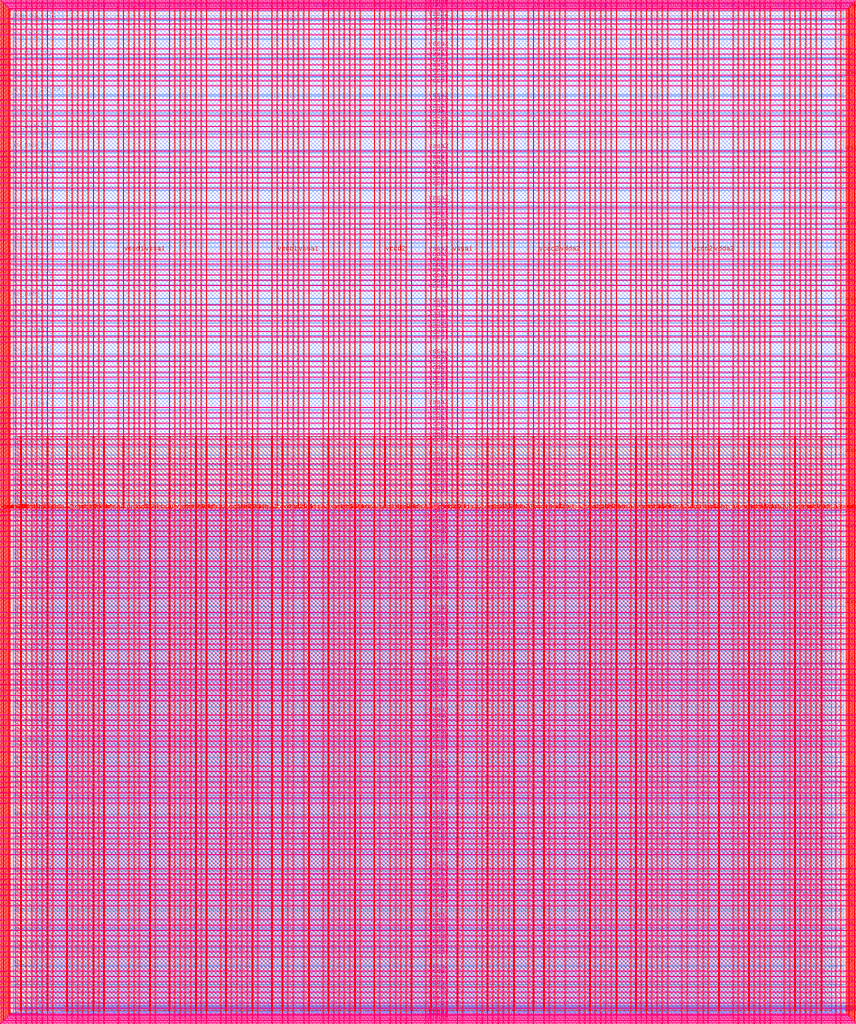
<source format=lef>
VERSION 5.7 ;
  NOWIREEXTENSIONATPIN ON ;
  DIVIDERCHAR "/" ;
  BUSBITCHARS "[]" ;
MACRO user_project_wrapper
  CLASS BLOCK ;
  FOREIGN user_project_wrapper ;
  ORIGIN 0.000 0.000 ;
  SIZE 2920.000 BY 3520.000 ;
  PIN analog_io[0]
    DIRECTION INOUT ;
    USE SIGNAL ;
    PORT
      LAYER met3 ;
        RECT 2917.600 1426.380 2924.800 1427.580 ;
    END
  END analog_io[0]
  PIN analog_io[10]
    DIRECTION INOUT ;
    USE SIGNAL ;
    PORT
      LAYER met2 ;
        RECT 2230.490 3517.600 2231.050 3524.800 ;
    END
  END analog_io[10]
  PIN analog_io[11]
    DIRECTION INOUT ;
    USE SIGNAL ;
    PORT
      LAYER met2 ;
        RECT 1905.730 3517.600 1906.290 3524.800 ;
    END
  END analog_io[11]
  PIN analog_io[12]
    DIRECTION INOUT ;
    USE SIGNAL ;
    PORT
      LAYER met2 ;
        RECT 1581.430 3517.600 1581.990 3524.800 ;
    END
  END analog_io[12]
  PIN analog_io[13]
    DIRECTION INOUT ;
    USE SIGNAL ;
    PORT
      LAYER met2 ;
        RECT 1257.130 3517.600 1257.690 3524.800 ;
    END
  END analog_io[13]
  PIN analog_io[14]
    DIRECTION INOUT ;
    USE SIGNAL ;
    PORT
      LAYER met2 ;
        RECT 932.370 3517.600 932.930 3524.800 ;
    END
  END analog_io[14]
  PIN analog_io[15]
    DIRECTION INOUT ;
    USE SIGNAL ;
    PORT
      LAYER met2 ;
        RECT 608.070 3517.600 608.630 3524.800 ;
    END
  END analog_io[15]
  PIN analog_io[16]
    DIRECTION INOUT ;
    USE SIGNAL ;
    PORT
      LAYER met2 ;
        RECT 283.770 3517.600 284.330 3524.800 ;
    END
  END analog_io[16]
  PIN analog_io[17]
    DIRECTION INOUT ;
    USE SIGNAL ;
    PORT
      LAYER met3 ;
        RECT -4.800 3486.100 2.400 3487.300 ;
    END
  END analog_io[17]
  PIN analog_io[18]
    DIRECTION INOUT ;
    USE SIGNAL ;
    PORT
      LAYER met3 ;
        RECT -4.800 3224.980 2.400 3226.180 ;
    END
  END analog_io[18]
  PIN analog_io[19]
    DIRECTION INOUT ;
    USE SIGNAL ;
    PORT
      LAYER met3 ;
        RECT -4.800 2964.540 2.400 2965.740 ;
    END
  END analog_io[19]
  PIN analog_io[1]
    DIRECTION INOUT ;
    USE SIGNAL ;
    PORT
      LAYER met3 ;
        RECT 2917.600 1692.260 2924.800 1693.460 ;
    END
  END analog_io[1]
  PIN analog_io[20]
    DIRECTION INOUT ;
    USE SIGNAL ;
    PORT
      LAYER met3 ;
        RECT -4.800 2703.420 2.400 2704.620 ;
    END
  END analog_io[20]
  PIN analog_io[21]
    DIRECTION INOUT ;
    USE SIGNAL ;
    PORT
      LAYER met3 ;
        RECT -4.800 2442.980 2.400 2444.180 ;
    END
  END analog_io[21]
  PIN analog_io[22]
    DIRECTION INOUT ;
    USE SIGNAL ;
    PORT
      LAYER met3 ;
        RECT -4.800 2182.540 2.400 2183.740 ;
    END
  END analog_io[22]
  PIN analog_io[23]
    DIRECTION INOUT ;
    USE SIGNAL ;
    PORT
      LAYER met3 ;
        RECT -4.800 1921.420 2.400 1922.620 ;
    END
  END analog_io[23]
  PIN analog_io[24]
    DIRECTION INOUT ;
    USE SIGNAL ;
    PORT
      LAYER met3 ;
        RECT -4.800 1660.980 2.400 1662.180 ;
    END
  END analog_io[24]
  PIN analog_io[25]
    DIRECTION INOUT ;
    USE SIGNAL ;
    PORT
      LAYER met3 ;
        RECT -4.800 1399.860 2.400 1401.060 ;
    END
  END analog_io[25]
  PIN analog_io[26]
    DIRECTION INOUT ;
    USE SIGNAL ;
    PORT
      LAYER met3 ;
        RECT -4.800 1139.420 2.400 1140.620 ;
    END
  END analog_io[26]
  PIN analog_io[27]
    DIRECTION INOUT ;
    USE SIGNAL ;
    PORT
      LAYER met3 ;
        RECT -4.800 878.980 2.400 880.180 ;
    END
  END analog_io[27]
  PIN analog_io[28]
    DIRECTION INOUT ;
    USE SIGNAL ;
    PORT
      LAYER met3 ;
        RECT -4.800 617.860 2.400 619.060 ;
    END
  END analog_io[28]
  PIN analog_io[2]
    DIRECTION INOUT ;
    USE SIGNAL ;
    PORT
      LAYER met3 ;
        RECT 2917.600 1958.140 2924.800 1959.340 ;
    END
  END analog_io[2]
  PIN analog_io[3]
    DIRECTION INOUT ;
    USE SIGNAL ;
    PORT
      LAYER met3 ;
        RECT 2917.600 2223.340 2924.800 2224.540 ;
    END
  END analog_io[3]
  PIN analog_io[4]
    DIRECTION INOUT ;
    USE SIGNAL ;
    PORT
      LAYER met3 ;
        RECT 2917.600 2489.220 2924.800 2490.420 ;
    END
  END analog_io[4]
  PIN analog_io[5]
    DIRECTION INOUT ;
    USE SIGNAL ;
    PORT
      LAYER met3 ;
        RECT 2917.600 2755.100 2924.800 2756.300 ;
    END
  END analog_io[5]
  PIN analog_io[6]
    DIRECTION INOUT ;
    USE SIGNAL ;
    PORT
      LAYER met3 ;
        RECT 2917.600 3020.300 2924.800 3021.500 ;
    END
  END analog_io[6]
  PIN analog_io[7]
    DIRECTION INOUT ;
    USE SIGNAL ;
    PORT
      LAYER met3 ;
        RECT 2917.600 3286.180 2924.800 3287.380 ;
    END
  END analog_io[7]
  PIN analog_io[8]
    DIRECTION INOUT ;
    USE SIGNAL ;
    PORT
      LAYER met2 ;
        RECT 2879.090 3517.600 2879.650 3524.800 ;
    END
  END analog_io[8]
  PIN analog_io[9]
    DIRECTION INOUT ;
    USE SIGNAL ;
    PORT
      LAYER met2 ;
        RECT 2554.790 3517.600 2555.350 3524.800 ;
    END
  END analog_io[9]
  PIN io_in[0]
    DIRECTION INPUT ;
    USE SIGNAL ;
    PORT
      LAYER met3 ;
        RECT 2917.600 32.380 2924.800 33.580 ;
    END
  END io_in[0]
  PIN io_in[10]
    DIRECTION INPUT ;
    USE SIGNAL ;
    PORT
      LAYER met3 ;
        RECT 2917.600 2289.980 2924.800 2291.180 ;
    END
  END io_in[10]
  PIN io_in[11]
    DIRECTION INPUT ;
    USE SIGNAL ;
    PORT
      LAYER met3 ;
        RECT 2917.600 2555.860 2924.800 2557.060 ;
    END
  END io_in[11]
  PIN io_in[12]
    DIRECTION INPUT ;
    USE SIGNAL ;
    PORT
      LAYER met3 ;
        RECT 2917.600 2821.060 2924.800 2822.260 ;
    END
  END io_in[12]
  PIN io_in[13]
    DIRECTION INPUT ;
    USE SIGNAL ;
    PORT
      LAYER met3 ;
        RECT 2917.600 3086.940 2924.800 3088.140 ;
    END
  END io_in[13]
  PIN io_in[14]
    DIRECTION INPUT ;
    USE SIGNAL ;
    PORT
      LAYER met3 ;
        RECT 2917.600 3352.820 2924.800 3354.020 ;
    END
  END io_in[14]
  PIN io_in[15]
    DIRECTION INPUT ;
    USE SIGNAL ;
    PORT
      LAYER met2 ;
        RECT 2798.130 3517.600 2798.690 3524.800 ;
    END
  END io_in[15]
  PIN io_in[16]
    DIRECTION INPUT ;
    USE SIGNAL ;
    PORT
      LAYER met2 ;
        RECT 2473.830 3517.600 2474.390 3524.800 ;
    END
  END io_in[16]
  PIN io_in[17]
    DIRECTION INPUT ;
    USE SIGNAL ;
    PORT
      LAYER met2 ;
        RECT 2149.070 3517.600 2149.630 3524.800 ;
    END
  END io_in[17]
  PIN io_in[18]
    DIRECTION INPUT ;
    USE SIGNAL ;
    PORT
      LAYER met2 ;
        RECT 1824.770 3517.600 1825.330 3524.800 ;
    END
  END io_in[18]
  PIN io_in[19]
    DIRECTION INPUT ;
    USE SIGNAL ;
    PORT
      LAYER met2 ;
        RECT 1500.470 3517.600 1501.030 3524.800 ;
    END
  END io_in[19]
  PIN io_in[1]
    DIRECTION INPUT ;
    USE SIGNAL ;
    PORT
      LAYER met3 ;
        RECT 2917.600 230.940 2924.800 232.140 ;
    END
  END io_in[1]
  PIN io_in[20]
    DIRECTION INPUT ;
    USE SIGNAL ;
    PORT
      LAYER met2 ;
        RECT 1175.710 3517.600 1176.270 3524.800 ;
    END
  END io_in[20]
  PIN io_in[21]
    DIRECTION INPUT ;
    USE SIGNAL ;
    PORT
      LAYER met2 ;
        RECT 851.410 3517.600 851.970 3524.800 ;
    END
  END io_in[21]
  PIN io_in[22]
    DIRECTION INPUT ;
    USE SIGNAL ;
    PORT
      LAYER met2 ;
        RECT 527.110 3517.600 527.670 3524.800 ;
    END
  END io_in[22]
  PIN io_in[23]
    DIRECTION INPUT ;
    USE SIGNAL ;
    PORT
      LAYER met2 ;
        RECT 202.350 3517.600 202.910 3524.800 ;
    END
  END io_in[23]
  PIN io_in[24]
    DIRECTION INPUT ;
    USE SIGNAL ;
    PORT
      LAYER met3 ;
        RECT -4.800 3420.820 2.400 3422.020 ;
    END
  END io_in[24]
  PIN io_in[25]
    DIRECTION INPUT ;
    USE SIGNAL ;
    PORT
      LAYER met3 ;
        RECT -4.800 3159.700 2.400 3160.900 ;
    END
  END io_in[25]
  PIN io_in[26]
    DIRECTION INPUT ;
    USE SIGNAL ;
    PORT
      LAYER met3 ;
        RECT -4.800 2899.260 2.400 2900.460 ;
    END
  END io_in[26]
  PIN io_in[27]
    DIRECTION INPUT ;
    USE SIGNAL ;
    PORT
      LAYER met3 ;
        RECT -4.800 2638.820 2.400 2640.020 ;
    END
  END io_in[27]
  PIN io_in[28]
    DIRECTION INPUT ;
    USE SIGNAL ;
    PORT
      LAYER met3 ;
        RECT -4.800 2377.700 2.400 2378.900 ;
    END
  END io_in[28]
  PIN io_in[29]
    DIRECTION INPUT ;
    USE SIGNAL ;
    PORT
      LAYER met3 ;
        RECT -4.800 2117.260 2.400 2118.460 ;
    END
  END io_in[29]
  PIN io_in[2]
    DIRECTION INPUT ;
    USE SIGNAL ;
    PORT
      LAYER met3 ;
        RECT 2917.600 430.180 2924.800 431.380 ;
    END
  END io_in[2]
  PIN io_in[30]
    DIRECTION INPUT ;
    USE SIGNAL ;
    PORT
      LAYER met3 ;
        RECT -4.800 1856.140 2.400 1857.340 ;
    END
  END io_in[30]
  PIN io_in[31]
    DIRECTION INPUT ;
    USE SIGNAL ;
    PORT
      LAYER met3 ;
        RECT -4.800 1595.700 2.400 1596.900 ;
    END
  END io_in[31]
  PIN io_in[32]
    DIRECTION INPUT ;
    USE SIGNAL ;
    PORT
      LAYER met3 ;
        RECT -4.800 1335.260 2.400 1336.460 ;
    END
  END io_in[32]
  PIN io_in[33]
    DIRECTION INPUT ;
    USE SIGNAL ;
    PORT
      LAYER met3 ;
        RECT -4.800 1074.140 2.400 1075.340 ;
    END
  END io_in[33]
  PIN io_in[34]
    DIRECTION INPUT ;
    USE SIGNAL ;
    PORT
      LAYER met3 ;
        RECT -4.800 813.700 2.400 814.900 ;
    END
  END io_in[34]
  PIN io_in[35]
    DIRECTION INPUT ;
    USE SIGNAL ;
    PORT
      LAYER met3 ;
        RECT -4.800 552.580 2.400 553.780 ;
    END
  END io_in[35]
  PIN io_in[36]
    DIRECTION INPUT ;
    USE SIGNAL ;
    PORT
      LAYER met3 ;
        RECT -4.800 357.420 2.400 358.620 ;
    END
  END io_in[36]
  PIN io_in[37]
    DIRECTION INPUT ;
    USE SIGNAL ;
    PORT
      LAYER met3 ;
        RECT -4.800 161.580 2.400 162.780 ;
    END
  END io_in[37]
  PIN io_in[3]
    DIRECTION INPUT ;
    USE SIGNAL ;
    PORT
      LAYER met3 ;
        RECT 2917.600 629.420 2924.800 630.620 ;
    END
  END io_in[3]
  PIN io_in[4]
    DIRECTION INPUT ;
    USE SIGNAL ;
    PORT
      LAYER met3 ;
        RECT 2917.600 828.660 2924.800 829.860 ;
    END
  END io_in[4]
  PIN io_in[5]
    DIRECTION INPUT ;
    USE SIGNAL ;
    PORT
      LAYER met3 ;
        RECT 2917.600 1027.900 2924.800 1029.100 ;
    END
  END io_in[5]
  PIN io_in[6]
    DIRECTION INPUT ;
    USE SIGNAL ;
    PORT
      LAYER met3 ;
        RECT 2917.600 1227.140 2924.800 1228.340 ;
    END
  END io_in[6]
  PIN io_in[7]
    DIRECTION INPUT ;
    USE SIGNAL ;
    PORT
      LAYER met3 ;
        RECT 2917.600 1493.020 2924.800 1494.220 ;
    END
  END io_in[7]
  PIN io_in[8]
    DIRECTION INPUT ;
    USE SIGNAL ;
    PORT
      LAYER met3 ;
        RECT 2917.600 1758.900 2924.800 1760.100 ;
    END
  END io_in[8]
  PIN io_in[9]
    DIRECTION INPUT ;
    USE SIGNAL ;
    PORT
      LAYER met3 ;
        RECT 2917.600 2024.100 2924.800 2025.300 ;
    END
  END io_in[9]
  PIN io_oeb[0]
    DIRECTION OUTPUT TRISTATE ;
    USE SIGNAL ;
    PORT
      LAYER met3 ;
        RECT 2917.600 164.980 2924.800 166.180 ;
    END
  END io_oeb[0]
  PIN io_oeb[10]
    DIRECTION OUTPUT TRISTATE ;
    USE SIGNAL ;
    PORT
      LAYER met3 ;
        RECT 2917.600 2422.580 2924.800 2423.780 ;
    END
  END io_oeb[10]
  PIN io_oeb[11]
    DIRECTION OUTPUT TRISTATE ;
    USE SIGNAL ;
    PORT
      LAYER met3 ;
        RECT 2917.600 2688.460 2924.800 2689.660 ;
    END
  END io_oeb[11]
  PIN io_oeb[12]
    DIRECTION OUTPUT TRISTATE ;
    USE SIGNAL ;
    PORT
      LAYER met3 ;
        RECT 2917.600 2954.340 2924.800 2955.540 ;
    END
  END io_oeb[12]
  PIN io_oeb[13]
    DIRECTION OUTPUT TRISTATE ;
    USE SIGNAL ;
    PORT
      LAYER met3 ;
        RECT 2917.600 3219.540 2924.800 3220.740 ;
    END
  END io_oeb[13]
  PIN io_oeb[14]
    DIRECTION OUTPUT TRISTATE ;
    USE SIGNAL ;
    PORT
      LAYER met3 ;
        RECT 2917.600 3485.420 2924.800 3486.620 ;
    END
  END io_oeb[14]
  PIN io_oeb[15]
    DIRECTION OUTPUT TRISTATE ;
    USE SIGNAL ;
    PORT
      LAYER met2 ;
        RECT 2635.750 3517.600 2636.310 3524.800 ;
    END
  END io_oeb[15]
  PIN io_oeb[16]
    DIRECTION OUTPUT TRISTATE ;
    USE SIGNAL ;
    PORT
      LAYER met2 ;
        RECT 2311.450 3517.600 2312.010 3524.800 ;
    END
  END io_oeb[16]
  PIN io_oeb[17]
    DIRECTION OUTPUT TRISTATE ;
    USE SIGNAL ;
    PORT
      LAYER met2 ;
        RECT 1987.150 3517.600 1987.710 3524.800 ;
    END
  END io_oeb[17]
  PIN io_oeb[18]
    DIRECTION OUTPUT TRISTATE ;
    USE SIGNAL ;
    PORT
      LAYER met2 ;
        RECT 1662.390 3517.600 1662.950 3524.800 ;
    END
  END io_oeb[18]
  PIN io_oeb[19]
    DIRECTION OUTPUT TRISTATE ;
    USE SIGNAL ;
    PORT
      LAYER met2 ;
        RECT 1338.090 3517.600 1338.650 3524.800 ;
    END
  END io_oeb[19]
  PIN io_oeb[1]
    DIRECTION OUTPUT TRISTATE ;
    USE SIGNAL ;
    PORT
      LAYER met3 ;
        RECT 2917.600 364.220 2924.800 365.420 ;
    END
  END io_oeb[1]
  PIN io_oeb[20]
    DIRECTION OUTPUT TRISTATE ;
    USE SIGNAL ;
    PORT
      LAYER met2 ;
        RECT 1013.790 3517.600 1014.350 3524.800 ;
    END
  END io_oeb[20]
  PIN io_oeb[21]
    DIRECTION OUTPUT TRISTATE ;
    USE SIGNAL ;
    PORT
      LAYER met2 ;
        RECT 689.030 3517.600 689.590 3524.800 ;
    END
  END io_oeb[21]
  PIN io_oeb[22]
    DIRECTION OUTPUT TRISTATE ;
    USE SIGNAL ;
    PORT
      LAYER met2 ;
        RECT 364.730 3517.600 365.290 3524.800 ;
    END
  END io_oeb[22]
  PIN io_oeb[23]
    DIRECTION OUTPUT TRISTATE ;
    USE SIGNAL ;
    PORT
      LAYER met2 ;
        RECT 40.430 3517.600 40.990 3524.800 ;
    END
  END io_oeb[23]
  PIN io_oeb[24]
    DIRECTION OUTPUT TRISTATE ;
    USE SIGNAL ;
    PORT
      LAYER met3 ;
        RECT -4.800 3290.260 2.400 3291.460 ;
    END
  END io_oeb[24]
  PIN io_oeb[25]
    DIRECTION OUTPUT TRISTATE ;
    USE SIGNAL ;
    PORT
      LAYER met3 ;
        RECT -4.800 3029.820 2.400 3031.020 ;
    END
  END io_oeb[25]
  PIN io_oeb[26]
    DIRECTION OUTPUT TRISTATE ;
    USE SIGNAL ;
    PORT
      LAYER met3 ;
        RECT -4.800 2768.700 2.400 2769.900 ;
    END
  END io_oeb[26]
  PIN io_oeb[27]
    DIRECTION OUTPUT TRISTATE ;
    USE SIGNAL ;
    PORT
      LAYER met3 ;
        RECT -4.800 2508.260 2.400 2509.460 ;
    END
  END io_oeb[27]
  PIN io_oeb[28]
    DIRECTION OUTPUT TRISTATE ;
    USE SIGNAL ;
    PORT
      LAYER met3 ;
        RECT -4.800 2247.140 2.400 2248.340 ;
    END
  END io_oeb[28]
  PIN io_oeb[29]
    DIRECTION OUTPUT TRISTATE ;
    USE SIGNAL ;
    PORT
      LAYER met3 ;
        RECT -4.800 1986.700 2.400 1987.900 ;
    END
  END io_oeb[29]
  PIN io_oeb[2]
    DIRECTION OUTPUT TRISTATE ;
    USE SIGNAL ;
    PORT
      LAYER met3 ;
        RECT 2917.600 563.460 2924.800 564.660 ;
    END
  END io_oeb[2]
  PIN io_oeb[30]
    DIRECTION OUTPUT TRISTATE ;
    USE SIGNAL ;
    PORT
      LAYER met3 ;
        RECT -4.800 1726.260 2.400 1727.460 ;
    END
  END io_oeb[30]
  PIN io_oeb[31]
    DIRECTION OUTPUT TRISTATE ;
    USE SIGNAL ;
    PORT
      LAYER met3 ;
        RECT -4.800 1465.140 2.400 1466.340 ;
    END
  END io_oeb[31]
  PIN io_oeb[32]
    DIRECTION OUTPUT TRISTATE ;
    USE SIGNAL ;
    PORT
      LAYER met3 ;
        RECT -4.800 1204.700 2.400 1205.900 ;
    END
  END io_oeb[32]
  PIN io_oeb[33]
    DIRECTION OUTPUT TRISTATE ;
    USE SIGNAL ;
    PORT
      LAYER met3 ;
        RECT -4.800 943.580 2.400 944.780 ;
    END
  END io_oeb[33]
  PIN io_oeb[34]
    DIRECTION OUTPUT TRISTATE ;
    USE SIGNAL ;
    PORT
      LAYER met3 ;
        RECT -4.800 683.140 2.400 684.340 ;
    END
  END io_oeb[34]
  PIN io_oeb[35]
    DIRECTION OUTPUT TRISTATE ;
    USE SIGNAL ;
    PORT
      LAYER met3 ;
        RECT -4.800 422.700 2.400 423.900 ;
    END
  END io_oeb[35]
  PIN io_oeb[36]
    DIRECTION OUTPUT TRISTATE ;
    USE SIGNAL ;
    PORT
      LAYER met3 ;
        RECT -4.800 226.860 2.400 228.060 ;
    END
  END io_oeb[36]
  PIN io_oeb[37]
    DIRECTION OUTPUT TRISTATE ;
    USE SIGNAL ;
    PORT
      LAYER met3 ;
        RECT -4.800 31.700 2.400 32.900 ;
    END
  END io_oeb[37]
  PIN io_oeb[3]
    DIRECTION OUTPUT TRISTATE ;
    USE SIGNAL ;
    PORT
      LAYER met3 ;
        RECT 2917.600 762.700 2924.800 763.900 ;
    END
  END io_oeb[3]
  PIN io_oeb[4]
    DIRECTION OUTPUT TRISTATE ;
    USE SIGNAL ;
    PORT
      LAYER met3 ;
        RECT 2917.600 961.940 2924.800 963.140 ;
    END
  END io_oeb[4]
  PIN io_oeb[5]
    DIRECTION OUTPUT TRISTATE ;
    USE SIGNAL ;
    PORT
      LAYER met3 ;
        RECT 2917.600 1161.180 2924.800 1162.380 ;
    END
  END io_oeb[5]
  PIN io_oeb[6]
    DIRECTION OUTPUT TRISTATE ;
    USE SIGNAL ;
    PORT
      LAYER met3 ;
        RECT 2917.600 1360.420 2924.800 1361.620 ;
    END
  END io_oeb[6]
  PIN io_oeb[7]
    DIRECTION OUTPUT TRISTATE ;
    USE SIGNAL ;
    PORT
      LAYER met3 ;
        RECT 2917.600 1625.620 2924.800 1626.820 ;
    END
  END io_oeb[7]
  PIN io_oeb[8]
    DIRECTION OUTPUT TRISTATE ;
    USE SIGNAL ;
    PORT
      LAYER met3 ;
        RECT 2917.600 1891.500 2924.800 1892.700 ;
    END
  END io_oeb[8]
  PIN io_oeb[9]
    DIRECTION OUTPUT TRISTATE ;
    USE SIGNAL ;
    PORT
      LAYER met3 ;
        RECT 2917.600 2157.380 2924.800 2158.580 ;
    END
  END io_oeb[9]
  PIN io_out[0]
    DIRECTION OUTPUT TRISTATE ;
    USE SIGNAL ;
    PORT
      LAYER met3 ;
        RECT 2917.600 98.340 2924.800 99.540 ;
    END
  END io_out[0]
  PIN io_out[10]
    DIRECTION OUTPUT TRISTATE ;
    USE SIGNAL ;
    PORT
      LAYER met3 ;
        RECT 2917.600 2356.620 2924.800 2357.820 ;
    END
  END io_out[10]
  PIN io_out[11]
    DIRECTION OUTPUT TRISTATE ;
    USE SIGNAL ;
    PORT
      LAYER met3 ;
        RECT 2917.600 2621.820 2924.800 2623.020 ;
    END
  END io_out[11]
  PIN io_out[12]
    DIRECTION OUTPUT TRISTATE ;
    USE SIGNAL ;
    PORT
      LAYER met3 ;
        RECT 2917.600 2887.700 2924.800 2888.900 ;
    END
  END io_out[12]
  PIN io_out[13]
    DIRECTION OUTPUT TRISTATE ;
    USE SIGNAL ;
    PORT
      LAYER met3 ;
        RECT 2917.600 3153.580 2924.800 3154.780 ;
    END
  END io_out[13]
  PIN io_out[14]
    DIRECTION OUTPUT TRISTATE ;
    USE SIGNAL ;
    PORT
      LAYER met3 ;
        RECT 2917.600 3418.780 2924.800 3419.980 ;
    END
  END io_out[14]
  PIN io_out[15]
    DIRECTION OUTPUT TRISTATE ;
    USE SIGNAL ;
    PORT
      LAYER met2 ;
        RECT 2717.170 3517.600 2717.730 3524.800 ;
    END
  END io_out[15]
  PIN io_out[16]
    DIRECTION OUTPUT TRISTATE ;
    USE SIGNAL ;
    PORT
      LAYER met2 ;
        RECT 2392.410 3517.600 2392.970 3524.800 ;
    END
  END io_out[16]
  PIN io_out[17]
    DIRECTION OUTPUT TRISTATE ;
    USE SIGNAL ;
    PORT
      LAYER met2 ;
        RECT 2068.110 3517.600 2068.670 3524.800 ;
    END
  END io_out[17]
  PIN io_out[18]
    DIRECTION OUTPUT TRISTATE ;
    USE SIGNAL ;
    PORT
      LAYER met2 ;
        RECT 1743.810 3517.600 1744.370 3524.800 ;
    END
  END io_out[18]
  PIN io_out[19]
    DIRECTION OUTPUT TRISTATE ;
    USE SIGNAL ;
    PORT
      LAYER met2 ;
        RECT 1419.050 3517.600 1419.610 3524.800 ;
    END
  END io_out[19]
  PIN io_out[1]
    DIRECTION OUTPUT TRISTATE ;
    USE SIGNAL ;
    PORT
      LAYER met3 ;
        RECT 2917.600 297.580 2924.800 298.780 ;
    END
  END io_out[1]
  PIN io_out[20]
    DIRECTION OUTPUT TRISTATE ;
    USE SIGNAL ;
    PORT
      LAYER met2 ;
        RECT 1094.750 3517.600 1095.310 3524.800 ;
    END
  END io_out[20]
  PIN io_out[21]
    DIRECTION OUTPUT TRISTATE ;
    USE SIGNAL ;
    PORT
      LAYER met2 ;
        RECT 770.450 3517.600 771.010 3524.800 ;
    END
  END io_out[21]
  PIN io_out[22]
    DIRECTION OUTPUT TRISTATE ;
    USE SIGNAL ;
    PORT
      LAYER met2 ;
        RECT 445.690 3517.600 446.250 3524.800 ;
    END
  END io_out[22]
  PIN io_out[23]
    DIRECTION OUTPUT TRISTATE ;
    USE SIGNAL ;
    PORT
      LAYER met2 ;
        RECT 121.390 3517.600 121.950 3524.800 ;
    END
  END io_out[23]
  PIN io_out[24]
    DIRECTION OUTPUT TRISTATE ;
    USE SIGNAL ;
    PORT
      LAYER met3 ;
        RECT -4.800 3355.540 2.400 3356.740 ;
    END
  END io_out[24]
  PIN io_out[25]
    DIRECTION OUTPUT TRISTATE ;
    USE SIGNAL ;
    PORT
      LAYER met3 ;
        RECT -4.800 3095.100 2.400 3096.300 ;
    END
  END io_out[25]
  PIN io_out[26]
    DIRECTION OUTPUT TRISTATE ;
    USE SIGNAL ;
    PORT
      LAYER met3 ;
        RECT -4.800 2833.980 2.400 2835.180 ;
    END
  END io_out[26]
  PIN io_out[27]
    DIRECTION OUTPUT TRISTATE ;
    USE SIGNAL ;
    PORT
      LAYER met3 ;
        RECT -4.800 2573.540 2.400 2574.740 ;
    END
  END io_out[27]
  PIN io_out[28]
    DIRECTION OUTPUT TRISTATE ;
    USE SIGNAL ;
    PORT
      LAYER met3 ;
        RECT -4.800 2312.420 2.400 2313.620 ;
    END
  END io_out[28]
  PIN io_out[29]
    DIRECTION OUTPUT TRISTATE ;
    USE SIGNAL ;
    PORT
      LAYER met3 ;
        RECT -4.800 2051.980 2.400 2053.180 ;
    END
  END io_out[29]
  PIN io_out[2]
    DIRECTION OUTPUT TRISTATE ;
    USE SIGNAL ;
    PORT
      LAYER met3 ;
        RECT 2917.600 496.820 2924.800 498.020 ;
    END
  END io_out[2]
  PIN io_out[30]
    DIRECTION OUTPUT TRISTATE ;
    USE SIGNAL ;
    PORT
      LAYER met3 ;
        RECT -4.800 1791.540 2.400 1792.740 ;
    END
  END io_out[30]
  PIN io_out[31]
    DIRECTION OUTPUT TRISTATE ;
    USE SIGNAL ;
    PORT
      LAYER met3 ;
        RECT -4.800 1530.420 2.400 1531.620 ;
    END
  END io_out[31]
  PIN io_out[32]
    DIRECTION OUTPUT TRISTATE ;
    USE SIGNAL ;
    PORT
      LAYER met3 ;
        RECT -4.800 1269.980 2.400 1271.180 ;
    END
  END io_out[32]
  PIN io_out[33]
    DIRECTION OUTPUT TRISTATE ;
    USE SIGNAL ;
    PORT
      LAYER met3 ;
        RECT -4.800 1008.860 2.400 1010.060 ;
    END
  END io_out[33]
  PIN io_out[34]
    DIRECTION OUTPUT TRISTATE ;
    USE SIGNAL ;
    PORT
      LAYER met3 ;
        RECT -4.800 748.420 2.400 749.620 ;
    END
  END io_out[34]
  PIN io_out[35]
    DIRECTION OUTPUT TRISTATE ;
    USE SIGNAL ;
    PORT
      LAYER met3 ;
        RECT -4.800 487.300 2.400 488.500 ;
    END
  END io_out[35]
  PIN io_out[36]
    DIRECTION OUTPUT TRISTATE ;
    USE SIGNAL ;
    PORT
      LAYER met3 ;
        RECT -4.800 292.140 2.400 293.340 ;
    END
  END io_out[36]
  PIN io_out[37]
    DIRECTION OUTPUT TRISTATE ;
    USE SIGNAL ;
    PORT
      LAYER met3 ;
        RECT -4.800 96.300 2.400 97.500 ;
    END
  END io_out[37]
  PIN io_out[3]
    DIRECTION OUTPUT TRISTATE ;
    USE SIGNAL ;
    PORT
      LAYER met3 ;
        RECT 2917.600 696.060 2924.800 697.260 ;
    END
  END io_out[3]
  PIN io_out[4]
    DIRECTION OUTPUT TRISTATE ;
    USE SIGNAL ;
    PORT
      LAYER met3 ;
        RECT 2917.600 895.300 2924.800 896.500 ;
    END
  END io_out[4]
  PIN io_out[5]
    DIRECTION OUTPUT TRISTATE ;
    USE SIGNAL ;
    PORT
      LAYER met3 ;
        RECT 2917.600 1094.540 2924.800 1095.740 ;
    END
  END io_out[5]
  PIN io_out[6]
    DIRECTION OUTPUT TRISTATE ;
    USE SIGNAL ;
    PORT
      LAYER met3 ;
        RECT 2917.600 1293.780 2924.800 1294.980 ;
    END
  END io_out[6]
  PIN io_out[7]
    DIRECTION OUTPUT TRISTATE ;
    USE SIGNAL ;
    PORT
      LAYER met3 ;
        RECT 2917.600 1559.660 2924.800 1560.860 ;
    END
  END io_out[7]
  PIN io_out[8]
    DIRECTION OUTPUT TRISTATE ;
    USE SIGNAL ;
    PORT
      LAYER met3 ;
        RECT 2917.600 1824.860 2924.800 1826.060 ;
    END
  END io_out[8]
  PIN io_out[9]
    DIRECTION OUTPUT TRISTATE ;
    USE SIGNAL ;
    PORT
      LAYER met3 ;
        RECT 2917.600 2090.740 2924.800 2091.940 ;
    END
  END io_out[9]
  PIN la_data_in[0]
    DIRECTION INPUT ;
    USE SIGNAL ;
    PORT
      LAYER met2 ;
        RECT 629.230 -4.800 629.790 2.400 ;
    END
  END la_data_in[0]
  PIN la_data_in[100]
    DIRECTION INPUT ;
    USE SIGNAL ;
    PORT
      LAYER met2 ;
        RECT 2402.530 -4.800 2403.090 2.400 ;
    END
  END la_data_in[100]
  PIN la_data_in[101]
    DIRECTION INPUT ;
    USE SIGNAL ;
    PORT
      LAYER met2 ;
        RECT 2420.010 -4.800 2420.570 2.400 ;
    END
  END la_data_in[101]
  PIN la_data_in[102]
    DIRECTION INPUT ;
    USE SIGNAL ;
    PORT
      LAYER met2 ;
        RECT 2437.950 -4.800 2438.510 2.400 ;
    END
  END la_data_in[102]
  PIN la_data_in[103]
    DIRECTION INPUT ;
    USE SIGNAL ;
    PORT
      LAYER met2 ;
        RECT 2455.430 -4.800 2455.990 2.400 ;
    END
  END la_data_in[103]
  PIN la_data_in[104]
    DIRECTION INPUT ;
    USE SIGNAL ;
    PORT
      LAYER met2 ;
        RECT 2473.370 -4.800 2473.930 2.400 ;
    END
  END la_data_in[104]
  PIN la_data_in[105]
    DIRECTION INPUT ;
    USE SIGNAL ;
    PORT
      LAYER met2 ;
        RECT 2490.850 -4.800 2491.410 2.400 ;
    END
  END la_data_in[105]
  PIN la_data_in[106]
    DIRECTION INPUT ;
    USE SIGNAL ;
    PORT
      LAYER met2 ;
        RECT 2508.790 -4.800 2509.350 2.400 ;
    END
  END la_data_in[106]
  PIN la_data_in[107]
    DIRECTION INPUT ;
    USE SIGNAL ;
    PORT
      LAYER met2 ;
        RECT 2526.730 -4.800 2527.290 2.400 ;
    END
  END la_data_in[107]
  PIN la_data_in[108]
    DIRECTION INPUT ;
    USE SIGNAL ;
    PORT
      LAYER met2 ;
        RECT 2544.210 -4.800 2544.770 2.400 ;
    END
  END la_data_in[108]
  PIN la_data_in[109]
    DIRECTION INPUT ;
    USE SIGNAL ;
    PORT
      LAYER met2 ;
        RECT 2562.150 -4.800 2562.710 2.400 ;
    END
  END la_data_in[109]
  PIN la_data_in[10]
    DIRECTION INPUT ;
    USE SIGNAL ;
    PORT
      LAYER met2 ;
        RECT 806.330 -4.800 806.890 2.400 ;
    END
  END la_data_in[10]
  PIN la_data_in[110]
    DIRECTION INPUT ;
    USE SIGNAL ;
    PORT
      LAYER met2 ;
        RECT 2579.630 -4.800 2580.190 2.400 ;
    END
  END la_data_in[110]
  PIN la_data_in[111]
    DIRECTION INPUT ;
    USE SIGNAL ;
    PORT
      LAYER met2 ;
        RECT 2597.570 -4.800 2598.130 2.400 ;
    END
  END la_data_in[111]
  PIN la_data_in[112]
    DIRECTION INPUT ;
    USE SIGNAL ;
    PORT
      LAYER met2 ;
        RECT 2615.050 -4.800 2615.610 2.400 ;
    END
  END la_data_in[112]
  PIN la_data_in[113]
    DIRECTION INPUT ;
    USE SIGNAL ;
    PORT
      LAYER met2 ;
        RECT 2632.990 -4.800 2633.550 2.400 ;
    END
  END la_data_in[113]
  PIN la_data_in[114]
    DIRECTION INPUT ;
    USE SIGNAL ;
    PORT
      LAYER met2 ;
        RECT 2650.470 -4.800 2651.030 2.400 ;
    END
  END la_data_in[114]
  PIN la_data_in[115]
    DIRECTION INPUT ;
    USE SIGNAL ;
    PORT
      LAYER met2 ;
        RECT 2668.410 -4.800 2668.970 2.400 ;
    END
  END la_data_in[115]
  PIN la_data_in[116]
    DIRECTION INPUT ;
    USE SIGNAL ;
    PORT
      LAYER met2 ;
        RECT 2685.890 -4.800 2686.450 2.400 ;
    END
  END la_data_in[116]
  PIN la_data_in[117]
    DIRECTION INPUT ;
    USE SIGNAL ;
    PORT
      LAYER met2 ;
        RECT 2703.830 -4.800 2704.390 2.400 ;
    END
  END la_data_in[117]
  PIN la_data_in[118]
    DIRECTION INPUT ;
    USE SIGNAL ;
    PORT
      LAYER met2 ;
        RECT 2721.770 -4.800 2722.330 2.400 ;
    END
  END la_data_in[118]
  PIN la_data_in[119]
    DIRECTION INPUT ;
    USE SIGNAL ;
    PORT
      LAYER met2 ;
        RECT 2739.250 -4.800 2739.810 2.400 ;
    END
  END la_data_in[119]
  PIN la_data_in[11]
    DIRECTION INPUT ;
    USE SIGNAL ;
    PORT
      LAYER met2 ;
        RECT 824.270 -4.800 824.830 2.400 ;
    END
  END la_data_in[11]
  PIN la_data_in[120]
    DIRECTION INPUT ;
    USE SIGNAL ;
    PORT
      LAYER met2 ;
        RECT 2757.190 -4.800 2757.750 2.400 ;
    END
  END la_data_in[120]
  PIN la_data_in[121]
    DIRECTION INPUT ;
    USE SIGNAL ;
    PORT
      LAYER met2 ;
        RECT 2774.670 -4.800 2775.230 2.400 ;
    END
  END la_data_in[121]
  PIN la_data_in[122]
    DIRECTION INPUT ;
    USE SIGNAL ;
    PORT
      LAYER met2 ;
        RECT 2792.610 -4.800 2793.170 2.400 ;
    END
  END la_data_in[122]
  PIN la_data_in[123]
    DIRECTION INPUT ;
    USE SIGNAL ;
    PORT
      LAYER met2 ;
        RECT 2810.090 -4.800 2810.650 2.400 ;
    END
  END la_data_in[123]
  PIN la_data_in[124]
    DIRECTION INPUT ;
    USE SIGNAL ;
    PORT
      LAYER met2 ;
        RECT 2828.030 -4.800 2828.590 2.400 ;
    END
  END la_data_in[124]
  PIN la_data_in[125]
    DIRECTION INPUT ;
    USE SIGNAL ;
    PORT
      LAYER met2 ;
        RECT 2845.510 -4.800 2846.070 2.400 ;
    END
  END la_data_in[125]
  PIN la_data_in[126]
    DIRECTION INPUT ;
    USE SIGNAL ;
    PORT
      LAYER met2 ;
        RECT 2863.450 -4.800 2864.010 2.400 ;
    END
  END la_data_in[126]
  PIN la_data_in[127]
    DIRECTION INPUT ;
    USE SIGNAL ;
    PORT
      LAYER met2 ;
        RECT 2881.390 -4.800 2881.950 2.400 ;
    END
  END la_data_in[127]
  PIN la_data_in[12]
    DIRECTION INPUT ;
    USE SIGNAL ;
    PORT
      LAYER met2 ;
        RECT 841.750 -4.800 842.310 2.400 ;
    END
  END la_data_in[12]
  PIN la_data_in[13]
    DIRECTION INPUT ;
    USE SIGNAL ;
    PORT
      LAYER met2 ;
        RECT 859.690 -4.800 860.250 2.400 ;
    END
  END la_data_in[13]
  PIN la_data_in[14]
    DIRECTION INPUT ;
    USE SIGNAL ;
    PORT
      LAYER met2 ;
        RECT 877.170 -4.800 877.730 2.400 ;
    END
  END la_data_in[14]
  PIN la_data_in[15]
    DIRECTION INPUT ;
    USE SIGNAL ;
    PORT
      LAYER met2 ;
        RECT 895.110 -4.800 895.670 2.400 ;
    END
  END la_data_in[15]
  PIN la_data_in[16]
    DIRECTION INPUT ;
    USE SIGNAL ;
    PORT
      LAYER met2 ;
        RECT 912.590 -4.800 913.150 2.400 ;
    END
  END la_data_in[16]
  PIN la_data_in[17]
    DIRECTION INPUT ;
    USE SIGNAL ;
    PORT
      LAYER met2 ;
        RECT 930.530 -4.800 931.090 2.400 ;
    END
  END la_data_in[17]
  PIN la_data_in[18]
    DIRECTION INPUT ;
    USE SIGNAL ;
    PORT
      LAYER met2 ;
        RECT 948.470 -4.800 949.030 2.400 ;
    END
  END la_data_in[18]
  PIN la_data_in[19]
    DIRECTION INPUT ;
    USE SIGNAL ;
    PORT
      LAYER met2 ;
        RECT 965.950 -4.800 966.510 2.400 ;
    END
  END la_data_in[19]
  PIN la_data_in[1]
    DIRECTION INPUT ;
    USE SIGNAL ;
    PORT
      LAYER met2 ;
        RECT 646.710 -4.800 647.270 2.400 ;
    END
  END la_data_in[1]
  PIN la_data_in[20]
    DIRECTION INPUT ;
    USE SIGNAL ;
    PORT
      LAYER met2 ;
        RECT 983.890 -4.800 984.450 2.400 ;
    END
  END la_data_in[20]
  PIN la_data_in[21]
    DIRECTION INPUT ;
    USE SIGNAL ;
    PORT
      LAYER met2 ;
        RECT 1001.370 -4.800 1001.930 2.400 ;
    END
  END la_data_in[21]
  PIN la_data_in[22]
    DIRECTION INPUT ;
    USE SIGNAL ;
    PORT
      LAYER met2 ;
        RECT 1019.310 -4.800 1019.870 2.400 ;
    END
  END la_data_in[22]
  PIN la_data_in[23]
    DIRECTION INPUT ;
    USE SIGNAL ;
    PORT
      LAYER met2 ;
        RECT 1036.790 -4.800 1037.350 2.400 ;
    END
  END la_data_in[23]
  PIN la_data_in[24]
    DIRECTION INPUT ;
    USE SIGNAL ;
    PORT
      LAYER met2 ;
        RECT 1054.730 -4.800 1055.290 2.400 ;
    END
  END la_data_in[24]
  PIN la_data_in[25]
    DIRECTION INPUT ;
    USE SIGNAL ;
    PORT
      LAYER met2 ;
        RECT 1072.210 -4.800 1072.770 2.400 ;
    END
  END la_data_in[25]
  PIN la_data_in[26]
    DIRECTION INPUT ;
    USE SIGNAL ;
    PORT
      LAYER met2 ;
        RECT 1090.150 -4.800 1090.710 2.400 ;
    END
  END la_data_in[26]
  PIN la_data_in[27]
    DIRECTION INPUT ;
    USE SIGNAL ;
    PORT
      LAYER met2 ;
        RECT 1107.630 -4.800 1108.190 2.400 ;
    END
  END la_data_in[27]
  PIN la_data_in[28]
    DIRECTION INPUT ;
    USE SIGNAL ;
    PORT
      LAYER met2 ;
        RECT 1125.570 -4.800 1126.130 2.400 ;
    END
  END la_data_in[28]
  PIN la_data_in[29]
    DIRECTION INPUT ;
    USE SIGNAL ;
    PORT
      LAYER met2 ;
        RECT 1143.510 -4.800 1144.070 2.400 ;
    END
  END la_data_in[29]
  PIN la_data_in[2]
    DIRECTION INPUT ;
    USE SIGNAL ;
    PORT
      LAYER met2 ;
        RECT 664.650 -4.800 665.210 2.400 ;
    END
  END la_data_in[2]
  PIN la_data_in[30]
    DIRECTION INPUT ;
    USE SIGNAL ;
    PORT
      LAYER met2 ;
        RECT 1160.990 -4.800 1161.550 2.400 ;
    END
  END la_data_in[30]
  PIN la_data_in[31]
    DIRECTION INPUT ;
    USE SIGNAL ;
    PORT
      LAYER met2 ;
        RECT 1178.930 -4.800 1179.490 2.400 ;
    END
  END la_data_in[31]
  PIN la_data_in[32]
    DIRECTION INPUT ;
    USE SIGNAL ;
    PORT
      LAYER met2 ;
        RECT 1196.410 -4.800 1196.970 2.400 ;
    END
  END la_data_in[32]
  PIN la_data_in[33]
    DIRECTION INPUT ;
    USE SIGNAL ;
    PORT
      LAYER met2 ;
        RECT 1214.350 -4.800 1214.910 2.400 ;
    END
  END la_data_in[33]
  PIN la_data_in[34]
    DIRECTION INPUT ;
    USE SIGNAL ;
    PORT
      LAYER met2 ;
        RECT 1231.830 -4.800 1232.390 2.400 ;
    END
  END la_data_in[34]
  PIN la_data_in[35]
    DIRECTION INPUT ;
    USE SIGNAL ;
    PORT
      LAYER met2 ;
        RECT 1249.770 -4.800 1250.330 2.400 ;
    END
  END la_data_in[35]
  PIN la_data_in[36]
    DIRECTION INPUT ;
    USE SIGNAL ;
    PORT
      LAYER met2 ;
        RECT 1267.250 -4.800 1267.810 2.400 ;
    END
  END la_data_in[36]
  PIN la_data_in[37]
    DIRECTION INPUT ;
    USE SIGNAL ;
    PORT
      LAYER met2 ;
        RECT 1285.190 -4.800 1285.750 2.400 ;
    END
  END la_data_in[37]
  PIN la_data_in[38]
    DIRECTION INPUT ;
    USE SIGNAL ;
    PORT
      LAYER met2 ;
        RECT 1303.130 -4.800 1303.690 2.400 ;
    END
  END la_data_in[38]
  PIN la_data_in[39]
    DIRECTION INPUT ;
    USE SIGNAL ;
    PORT
      LAYER met2 ;
        RECT 1320.610 -4.800 1321.170 2.400 ;
    END
  END la_data_in[39]
  PIN la_data_in[3]
    DIRECTION INPUT ;
    USE SIGNAL ;
    PORT
      LAYER met2 ;
        RECT 682.130 -4.800 682.690 2.400 ;
    END
  END la_data_in[3]
  PIN la_data_in[40]
    DIRECTION INPUT ;
    USE SIGNAL ;
    PORT
      LAYER met2 ;
        RECT 1338.550 -4.800 1339.110 2.400 ;
    END
  END la_data_in[40]
  PIN la_data_in[41]
    DIRECTION INPUT ;
    USE SIGNAL ;
    PORT
      LAYER met2 ;
        RECT 1356.030 -4.800 1356.590 2.400 ;
    END
  END la_data_in[41]
  PIN la_data_in[42]
    DIRECTION INPUT ;
    USE SIGNAL ;
    PORT
      LAYER met2 ;
        RECT 1373.970 -4.800 1374.530 2.400 ;
    END
  END la_data_in[42]
  PIN la_data_in[43]
    DIRECTION INPUT ;
    USE SIGNAL ;
    PORT
      LAYER met2 ;
        RECT 1391.450 -4.800 1392.010 2.400 ;
    END
  END la_data_in[43]
  PIN la_data_in[44]
    DIRECTION INPUT ;
    USE SIGNAL ;
    PORT
      LAYER met2 ;
        RECT 1409.390 -4.800 1409.950 2.400 ;
    END
  END la_data_in[44]
  PIN la_data_in[45]
    DIRECTION INPUT ;
    USE SIGNAL ;
    PORT
      LAYER met2 ;
        RECT 1426.870 -4.800 1427.430 2.400 ;
    END
  END la_data_in[45]
  PIN la_data_in[46]
    DIRECTION INPUT ;
    USE SIGNAL ;
    PORT
      LAYER met2 ;
        RECT 1444.810 -4.800 1445.370 2.400 ;
    END
  END la_data_in[46]
  PIN la_data_in[47]
    DIRECTION INPUT ;
    USE SIGNAL ;
    PORT
      LAYER met2 ;
        RECT 1462.750 -4.800 1463.310 2.400 ;
    END
  END la_data_in[47]
  PIN la_data_in[48]
    DIRECTION INPUT ;
    USE SIGNAL ;
    PORT
      LAYER met2 ;
        RECT 1480.230 -4.800 1480.790 2.400 ;
    END
  END la_data_in[48]
  PIN la_data_in[49]
    DIRECTION INPUT ;
    USE SIGNAL ;
    PORT
      LAYER met2 ;
        RECT 1498.170 -4.800 1498.730 2.400 ;
    END
  END la_data_in[49]
  PIN la_data_in[4]
    DIRECTION INPUT ;
    USE SIGNAL ;
    PORT
      LAYER met2 ;
        RECT 700.070 -4.800 700.630 2.400 ;
    END
  END la_data_in[4]
  PIN la_data_in[50]
    DIRECTION INPUT ;
    USE SIGNAL ;
    PORT
      LAYER met2 ;
        RECT 1515.650 -4.800 1516.210 2.400 ;
    END
  END la_data_in[50]
  PIN la_data_in[51]
    DIRECTION INPUT ;
    USE SIGNAL ;
    PORT
      LAYER met2 ;
        RECT 1533.590 -4.800 1534.150 2.400 ;
    END
  END la_data_in[51]
  PIN la_data_in[52]
    DIRECTION INPUT ;
    USE SIGNAL ;
    PORT
      LAYER met2 ;
        RECT 1551.070 -4.800 1551.630 2.400 ;
    END
  END la_data_in[52]
  PIN la_data_in[53]
    DIRECTION INPUT ;
    USE SIGNAL ;
    PORT
      LAYER met2 ;
        RECT 1569.010 -4.800 1569.570 2.400 ;
    END
  END la_data_in[53]
  PIN la_data_in[54]
    DIRECTION INPUT ;
    USE SIGNAL ;
    PORT
      LAYER met2 ;
        RECT 1586.490 -4.800 1587.050 2.400 ;
    END
  END la_data_in[54]
  PIN la_data_in[55]
    DIRECTION INPUT ;
    USE SIGNAL ;
    PORT
      LAYER met2 ;
        RECT 1604.430 -4.800 1604.990 2.400 ;
    END
  END la_data_in[55]
  PIN la_data_in[56]
    DIRECTION INPUT ;
    USE SIGNAL ;
    PORT
      LAYER met2 ;
        RECT 1621.910 -4.800 1622.470 2.400 ;
    END
  END la_data_in[56]
  PIN la_data_in[57]
    DIRECTION INPUT ;
    USE SIGNAL ;
    PORT
      LAYER met2 ;
        RECT 1639.850 -4.800 1640.410 2.400 ;
    END
  END la_data_in[57]
  PIN la_data_in[58]
    DIRECTION INPUT ;
    USE SIGNAL ;
    PORT
      LAYER met2 ;
        RECT 1657.790 -4.800 1658.350 2.400 ;
    END
  END la_data_in[58]
  PIN la_data_in[59]
    DIRECTION INPUT ;
    USE SIGNAL ;
    PORT
      LAYER met2 ;
        RECT 1675.270 -4.800 1675.830 2.400 ;
    END
  END la_data_in[59]
  PIN la_data_in[5]
    DIRECTION INPUT ;
    USE SIGNAL ;
    PORT
      LAYER met2 ;
        RECT 717.550 -4.800 718.110 2.400 ;
    END
  END la_data_in[5]
  PIN la_data_in[60]
    DIRECTION INPUT ;
    USE SIGNAL ;
    PORT
      LAYER met2 ;
        RECT 1693.210 -4.800 1693.770 2.400 ;
    END
  END la_data_in[60]
  PIN la_data_in[61]
    DIRECTION INPUT ;
    USE SIGNAL ;
    PORT
      LAYER met2 ;
        RECT 1710.690 -4.800 1711.250 2.400 ;
    END
  END la_data_in[61]
  PIN la_data_in[62]
    DIRECTION INPUT ;
    USE SIGNAL ;
    PORT
      LAYER met2 ;
        RECT 1728.630 -4.800 1729.190 2.400 ;
    END
  END la_data_in[62]
  PIN la_data_in[63]
    DIRECTION INPUT ;
    USE SIGNAL ;
    PORT
      LAYER met2 ;
        RECT 1746.110 -4.800 1746.670 2.400 ;
    END
  END la_data_in[63]
  PIN la_data_in[64]
    DIRECTION INPUT ;
    USE SIGNAL ;
    PORT
      LAYER met2 ;
        RECT 1764.050 -4.800 1764.610 2.400 ;
    END
  END la_data_in[64]
  PIN la_data_in[65]
    DIRECTION INPUT ;
    USE SIGNAL ;
    PORT
      LAYER met2 ;
        RECT 1781.530 -4.800 1782.090 2.400 ;
    END
  END la_data_in[65]
  PIN la_data_in[66]
    DIRECTION INPUT ;
    USE SIGNAL ;
    PORT
      LAYER met2 ;
        RECT 1799.470 -4.800 1800.030 2.400 ;
    END
  END la_data_in[66]
  PIN la_data_in[67]
    DIRECTION INPUT ;
    USE SIGNAL ;
    PORT
      LAYER met2 ;
        RECT 1817.410 -4.800 1817.970 2.400 ;
    END
  END la_data_in[67]
  PIN la_data_in[68]
    DIRECTION INPUT ;
    USE SIGNAL ;
    PORT
      LAYER met2 ;
        RECT 1834.890 -4.800 1835.450 2.400 ;
    END
  END la_data_in[68]
  PIN la_data_in[69]
    DIRECTION INPUT ;
    USE SIGNAL ;
    PORT
      LAYER met2 ;
        RECT 1852.830 -4.800 1853.390 2.400 ;
    END
  END la_data_in[69]
  PIN la_data_in[6]
    DIRECTION INPUT ;
    USE SIGNAL ;
    PORT
      LAYER met2 ;
        RECT 735.490 -4.800 736.050 2.400 ;
    END
  END la_data_in[6]
  PIN la_data_in[70]
    DIRECTION INPUT ;
    USE SIGNAL ;
    PORT
      LAYER met2 ;
        RECT 1870.310 -4.800 1870.870 2.400 ;
    END
  END la_data_in[70]
  PIN la_data_in[71]
    DIRECTION INPUT ;
    USE SIGNAL ;
    PORT
      LAYER met2 ;
        RECT 1888.250 -4.800 1888.810 2.400 ;
    END
  END la_data_in[71]
  PIN la_data_in[72]
    DIRECTION INPUT ;
    USE SIGNAL ;
    PORT
      LAYER met2 ;
        RECT 1905.730 -4.800 1906.290 2.400 ;
    END
  END la_data_in[72]
  PIN la_data_in[73]
    DIRECTION INPUT ;
    USE SIGNAL ;
    PORT
      LAYER met2 ;
        RECT 1923.670 -4.800 1924.230 2.400 ;
    END
  END la_data_in[73]
  PIN la_data_in[74]
    DIRECTION INPUT ;
    USE SIGNAL ;
    PORT
      LAYER met2 ;
        RECT 1941.150 -4.800 1941.710 2.400 ;
    END
  END la_data_in[74]
  PIN la_data_in[75]
    DIRECTION INPUT ;
    USE SIGNAL ;
    PORT
      LAYER met2 ;
        RECT 1959.090 -4.800 1959.650 2.400 ;
    END
  END la_data_in[75]
  PIN la_data_in[76]
    DIRECTION INPUT ;
    USE SIGNAL ;
    PORT
      LAYER met2 ;
        RECT 1976.570 -4.800 1977.130 2.400 ;
    END
  END la_data_in[76]
  PIN la_data_in[77]
    DIRECTION INPUT ;
    USE SIGNAL ;
    PORT
      LAYER met2 ;
        RECT 1994.510 -4.800 1995.070 2.400 ;
    END
  END la_data_in[77]
  PIN la_data_in[78]
    DIRECTION INPUT ;
    USE SIGNAL ;
    PORT
      LAYER met2 ;
        RECT 2012.450 -4.800 2013.010 2.400 ;
    END
  END la_data_in[78]
  PIN la_data_in[79]
    DIRECTION INPUT ;
    USE SIGNAL ;
    PORT
      LAYER met2 ;
        RECT 2029.930 -4.800 2030.490 2.400 ;
    END
  END la_data_in[79]
  PIN la_data_in[7]
    DIRECTION INPUT ;
    USE SIGNAL ;
    PORT
      LAYER met2 ;
        RECT 752.970 -4.800 753.530 2.400 ;
    END
  END la_data_in[7]
  PIN la_data_in[80]
    DIRECTION INPUT ;
    USE SIGNAL ;
    PORT
      LAYER met2 ;
        RECT 2047.870 -4.800 2048.430 2.400 ;
    END
  END la_data_in[80]
  PIN la_data_in[81]
    DIRECTION INPUT ;
    USE SIGNAL ;
    PORT
      LAYER met2 ;
        RECT 2065.350 -4.800 2065.910 2.400 ;
    END
  END la_data_in[81]
  PIN la_data_in[82]
    DIRECTION INPUT ;
    USE SIGNAL ;
    PORT
      LAYER met2 ;
        RECT 2083.290 -4.800 2083.850 2.400 ;
    END
  END la_data_in[82]
  PIN la_data_in[83]
    DIRECTION INPUT ;
    USE SIGNAL ;
    PORT
      LAYER met2 ;
        RECT 2100.770 -4.800 2101.330 2.400 ;
    END
  END la_data_in[83]
  PIN la_data_in[84]
    DIRECTION INPUT ;
    USE SIGNAL ;
    PORT
      LAYER met2 ;
        RECT 2118.710 -4.800 2119.270 2.400 ;
    END
  END la_data_in[84]
  PIN la_data_in[85]
    DIRECTION INPUT ;
    USE SIGNAL ;
    PORT
      LAYER met2 ;
        RECT 2136.190 -4.800 2136.750 2.400 ;
    END
  END la_data_in[85]
  PIN la_data_in[86]
    DIRECTION INPUT ;
    USE SIGNAL ;
    PORT
      LAYER met2 ;
        RECT 2154.130 -4.800 2154.690 2.400 ;
    END
  END la_data_in[86]
  PIN la_data_in[87]
    DIRECTION INPUT ;
    USE SIGNAL ;
    PORT
      LAYER met2 ;
        RECT 2172.070 -4.800 2172.630 2.400 ;
    END
  END la_data_in[87]
  PIN la_data_in[88]
    DIRECTION INPUT ;
    USE SIGNAL ;
    PORT
      LAYER met2 ;
        RECT 2189.550 -4.800 2190.110 2.400 ;
    END
  END la_data_in[88]
  PIN la_data_in[89]
    DIRECTION INPUT ;
    USE SIGNAL ;
    PORT
      LAYER met2 ;
        RECT 2207.490 -4.800 2208.050 2.400 ;
    END
  END la_data_in[89]
  PIN la_data_in[8]
    DIRECTION INPUT ;
    USE SIGNAL ;
    PORT
      LAYER met2 ;
        RECT 770.910 -4.800 771.470 2.400 ;
    END
  END la_data_in[8]
  PIN la_data_in[90]
    DIRECTION INPUT ;
    USE SIGNAL ;
    PORT
      LAYER met2 ;
        RECT 2224.970 -4.800 2225.530 2.400 ;
    END
  END la_data_in[90]
  PIN la_data_in[91]
    DIRECTION INPUT ;
    USE SIGNAL ;
    PORT
      LAYER met2 ;
        RECT 2242.910 -4.800 2243.470 2.400 ;
    END
  END la_data_in[91]
  PIN la_data_in[92]
    DIRECTION INPUT ;
    USE SIGNAL ;
    PORT
      LAYER met2 ;
        RECT 2260.390 -4.800 2260.950 2.400 ;
    END
  END la_data_in[92]
  PIN la_data_in[93]
    DIRECTION INPUT ;
    USE SIGNAL ;
    PORT
      LAYER met2 ;
        RECT 2278.330 -4.800 2278.890 2.400 ;
    END
  END la_data_in[93]
  PIN la_data_in[94]
    DIRECTION INPUT ;
    USE SIGNAL ;
    PORT
      LAYER met2 ;
        RECT 2295.810 -4.800 2296.370 2.400 ;
    END
  END la_data_in[94]
  PIN la_data_in[95]
    DIRECTION INPUT ;
    USE SIGNAL ;
    PORT
      LAYER met2 ;
        RECT 2313.750 -4.800 2314.310 2.400 ;
    END
  END la_data_in[95]
  PIN la_data_in[96]
    DIRECTION INPUT ;
    USE SIGNAL ;
    PORT
      LAYER met2 ;
        RECT 2331.230 -4.800 2331.790 2.400 ;
    END
  END la_data_in[96]
  PIN la_data_in[97]
    DIRECTION INPUT ;
    USE SIGNAL ;
    PORT
      LAYER met2 ;
        RECT 2349.170 -4.800 2349.730 2.400 ;
    END
  END la_data_in[97]
  PIN la_data_in[98]
    DIRECTION INPUT ;
    USE SIGNAL ;
    PORT
      LAYER met2 ;
        RECT 2367.110 -4.800 2367.670 2.400 ;
    END
  END la_data_in[98]
  PIN la_data_in[99]
    DIRECTION INPUT ;
    USE SIGNAL ;
    PORT
      LAYER met2 ;
        RECT 2384.590 -4.800 2385.150 2.400 ;
    END
  END la_data_in[99]
  PIN la_data_in[9]
    DIRECTION INPUT ;
    USE SIGNAL ;
    PORT
      LAYER met2 ;
        RECT 788.850 -4.800 789.410 2.400 ;
    END
  END la_data_in[9]
  PIN la_data_out[0]
    DIRECTION OUTPUT TRISTATE ;
    USE SIGNAL ;
    PORT
      LAYER met2 ;
        RECT 634.750 -4.800 635.310 2.400 ;
    END
  END la_data_out[0]
  PIN la_data_out[100]
    DIRECTION OUTPUT TRISTATE ;
    USE SIGNAL ;
    PORT
      LAYER met2 ;
        RECT 2408.510 -4.800 2409.070 2.400 ;
    END
  END la_data_out[100]
  PIN la_data_out[101]
    DIRECTION OUTPUT TRISTATE ;
    USE SIGNAL ;
    PORT
      LAYER met2 ;
        RECT 2425.990 -4.800 2426.550 2.400 ;
    END
  END la_data_out[101]
  PIN la_data_out[102]
    DIRECTION OUTPUT TRISTATE ;
    USE SIGNAL ;
    PORT
      LAYER met2 ;
        RECT 2443.930 -4.800 2444.490 2.400 ;
    END
  END la_data_out[102]
  PIN la_data_out[103]
    DIRECTION OUTPUT TRISTATE ;
    USE SIGNAL ;
    PORT
      LAYER met2 ;
        RECT 2461.410 -4.800 2461.970 2.400 ;
    END
  END la_data_out[103]
  PIN la_data_out[104]
    DIRECTION OUTPUT TRISTATE ;
    USE SIGNAL ;
    PORT
      LAYER met2 ;
        RECT 2479.350 -4.800 2479.910 2.400 ;
    END
  END la_data_out[104]
  PIN la_data_out[105]
    DIRECTION OUTPUT TRISTATE ;
    USE SIGNAL ;
    PORT
      LAYER met2 ;
        RECT 2496.830 -4.800 2497.390 2.400 ;
    END
  END la_data_out[105]
  PIN la_data_out[106]
    DIRECTION OUTPUT TRISTATE ;
    USE SIGNAL ;
    PORT
      LAYER met2 ;
        RECT 2514.770 -4.800 2515.330 2.400 ;
    END
  END la_data_out[106]
  PIN la_data_out[107]
    DIRECTION OUTPUT TRISTATE ;
    USE SIGNAL ;
    PORT
      LAYER met2 ;
        RECT 2532.250 -4.800 2532.810 2.400 ;
    END
  END la_data_out[107]
  PIN la_data_out[108]
    DIRECTION OUTPUT TRISTATE ;
    USE SIGNAL ;
    PORT
      LAYER met2 ;
        RECT 2550.190 -4.800 2550.750 2.400 ;
    END
  END la_data_out[108]
  PIN la_data_out[109]
    DIRECTION OUTPUT TRISTATE ;
    USE SIGNAL ;
    PORT
      LAYER met2 ;
        RECT 2567.670 -4.800 2568.230 2.400 ;
    END
  END la_data_out[109]
  PIN la_data_out[10]
    DIRECTION OUTPUT TRISTATE ;
    USE SIGNAL ;
    PORT
      LAYER met2 ;
        RECT 812.310 -4.800 812.870 2.400 ;
    END
  END la_data_out[10]
  PIN la_data_out[110]
    DIRECTION OUTPUT TRISTATE ;
    USE SIGNAL ;
    PORT
      LAYER met2 ;
        RECT 2585.610 -4.800 2586.170 2.400 ;
    END
  END la_data_out[110]
  PIN la_data_out[111]
    DIRECTION OUTPUT TRISTATE ;
    USE SIGNAL ;
    PORT
      LAYER met2 ;
        RECT 2603.550 -4.800 2604.110 2.400 ;
    END
  END la_data_out[111]
  PIN la_data_out[112]
    DIRECTION OUTPUT TRISTATE ;
    USE SIGNAL ;
    PORT
      LAYER met2 ;
        RECT 2621.030 -4.800 2621.590 2.400 ;
    END
  END la_data_out[112]
  PIN la_data_out[113]
    DIRECTION OUTPUT TRISTATE ;
    USE SIGNAL ;
    PORT
      LAYER met2 ;
        RECT 2638.970 -4.800 2639.530 2.400 ;
    END
  END la_data_out[113]
  PIN la_data_out[114]
    DIRECTION OUTPUT TRISTATE ;
    USE SIGNAL ;
    PORT
      LAYER met2 ;
        RECT 2656.450 -4.800 2657.010 2.400 ;
    END
  END la_data_out[114]
  PIN la_data_out[115]
    DIRECTION OUTPUT TRISTATE ;
    USE SIGNAL ;
    PORT
      LAYER met2 ;
        RECT 2674.390 -4.800 2674.950 2.400 ;
    END
  END la_data_out[115]
  PIN la_data_out[116]
    DIRECTION OUTPUT TRISTATE ;
    USE SIGNAL ;
    PORT
      LAYER met2 ;
        RECT 2691.870 -4.800 2692.430 2.400 ;
    END
  END la_data_out[116]
  PIN la_data_out[117]
    DIRECTION OUTPUT TRISTATE ;
    USE SIGNAL ;
    PORT
      LAYER met2 ;
        RECT 2709.810 -4.800 2710.370 2.400 ;
    END
  END la_data_out[117]
  PIN la_data_out[118]
    DIRECTION OUTPUT TRISTATE ;
    USE SIGNAL ;
    PORT
      LAYER met2 ;
        RECT 2727.290 -4.800 2727.850 2.400 ;
    END
  END la_data_out[118]
  PIN la_data_out[119]
    DIRECTION OUTPUT TRISTATE ;
    USE SIGNAL ;
    PORT
      LAYER met2 ;
        RECT 2745.230 -4.800 2745.790 2.400 ;
    END
  END la_data_out[119]
  PIN la_data_out[11]
    DIRECTION OUTPUT TRISTATE ;
    USE SIGNAL ;
    PORT
      LAYER met2 ;
        RECT 830.250 -4.800 830.810 2.400 ;
    END
  END la_data_out[11]
  PIN la_data_out[120]
    DIRECTION OUTPUT TRISTATE ;
    USE SIGNAL ;
    PORT
      LAYER met2 ;
        RECT 2763.170 -4.800 2763.730 2.400 ;
    END
  END la_data_out[120]
  PIN la_data_out[121]
    DIRECTION OUTPUT TRISTATE ;
    USE SIGNAL ;
    PORT
      LAYER met2 ;
        RECT 2780.650 -4.800 2781.210 2.400 ;
    END
  END la_data_out[121]
  PIN la_data_out[122]
    DIRECTION OUTPUT TRISTATE ;
    USE SIGNAL ;
    PORT
      LAYER met2 ;
        RECT 2798.590 -4.800 2799.150 2.400 ;
    END
  END la_data_out[122]
  PIN la_data_out[123]
    DIRECTION OUTPUT TRISTATE ;
    USE SIGNAL ;
    PORT
      LAYER met2 ;
        RECT 2816.070 -4.800 2816.630 2.400 ;
    END
  END la_data_out[123]
  PIN la_data_out[124]
    DIRECTION OUTPUT TRISTATE ;
    USE SIGNAL ;
    PORT
      LAYER met2 ;
        RECT 2834.010 -4.800 2834.570 2.400 ;
    END
  END la_data_out[124]
  PIN la_data_out[125]
    DIRECTION OUTPUT TRISTATE ;
    USE SIGNAL ;
    PORT
      LAYER met2 ;
        RECT 2851.490 -4.800 2852.050 2.400 ;
    END
  END la_data_out[125]
  PIN la_data_out[126]
    DIRECTION OUTPUT TRISTATE ;
    USE SIGNAL ;
    PORT
      LAYER met2 ;
        RECT 2869.430 -4.800 2869.990 2.400 ;
    END
  END la_data_out[126]
  PIN la_data_out[127]
    DIRECTION OUTPUT TRISTATE ;
    USE SIGNAL ;
    PORT
      LAYER met2 ;
        RECT 2886.910 -4.800 2887.470 2.400 ;
    END
  END la_data_out[127]
  PIN la_data_out[12]
    DIRECTION OUTPUT TRISTATE ;
    USE SIGNAL ;
    PORT
      LAYER met2 ;
        RECT 847.730 -4.800 848.290 2.400 ;
    END
  END la_data_out[12]
  PIN la_data_out[13]
    DIRECTION OUTPUT TRISTATE ;
    USE SIGNAL ;
    PORT
      LAYER met2 ;
        RECT 865.670 -4.800 866.230 2.400 ;
    END
  END la_data_out[13]
  PIN la_data_out[14]
    DIRECTION OUTPUT TRISTATE ;
    USE SIGNAL ;
    PORT
      LAYER met2 ;
        RECT 883.150 -4.800 883.710 2.400 ;
    END
  END la_data_out[14]
  PIN la_data_out[15]
    DIRECTION OUTPUT TRISTATE ;
    USE SIGNAL ;
    PORT
      LAYER met2 ;
        RECT 901.090 -4.800 901.650 2.400 ;
    END
  END la_data_out[15]
  PIN la_data_out[16]
    DIRECTION OUTPUT TRISTATE ;
    USE SIGNAL ;
    PORT
      LAYER met2 ;
        RECT 918.570 -4.800 919.130 2.400 ;
    END
  END la_data_out[16]
  PIN la_data_out[17]
    DIRECTION OUTPUT TRISTATE ;
    USE SIGNAL ;
    PORT
      LAYER met2 ;
        RECT 936.510 -4.800 937.070 2.400 ;
    END
  END la_data_out[17]
  PIN la_data_out[18]
    DIRECTION OUTPUT TRISTATE ;
    USE SIGNAL ;
    PORT
      LAYER met2 ;
        RECT 953.990 -4.800 954.550 2.400 ;
    END
  END la_data_out[18]
  PIN la_data_out[19]
    DIRECTION OUTPUT TRISTATE ;
    USE SIGNAL ;
    PORT
      LAYER met2 ;
        RECT 971.930 -4.800 972.490 2.400 ;
    END
  END la_data_out[19]
  PIN la_data_out[1]
    DIRECTION OUTPUT TRISTATE ;
    USE SIGNAL ;
    PORT
      LAYER met2 ;
        RECT 652.690 -4.800 653.250 2.400 ;
    END
  END la_data_out[1]
  PIN la_data_out[20]
    DIRECTION OUTPUT TRISTATE ;
    USE SIGNAL ;
    PORT
      LAYER met2 ;
        RECT 989.410 -4.800 989.970 2.400 ;
    END
  END la_data_out[20]
  PIN la_data_out[21]
    DIRECTION OUTPUT TRISTATE ;
    USE SIGNAL ;
    PORT
      LAYER met2 ;
        RECT 1007.350 -4.800 1007.910 2.400 ;
    END
  END la_data_out[21]
  PIN la_data_out[22]
    DIRECTION OUTPUT TRISTATE ;
    USE SIGNAL ;
    PORT
      LAYER met2 ;
        RECT 1025.290 -4.800 1025.850 2.400 ;
    END
  END la_data_out[22]
  PIN la_data_out[23]
    DIRECTION OUTPUT TRISTATE ;
    USE SIGNAL ;
    PORT
      LAYER met2 ;
        RECT 1042.770 -4.800 1043.330 2.400 ;
    END
  END la_data_out[23]
  PIN la_data_out[24]
    DIRECTION OUTPUT TRISTATE ;
    USE SIGNAL ;
    PORT
      LAYER met2 ;
        RECT 1060.710 -4.800 1061.270 2.400 ;
    END
  END la_data_out[24]
  PIN la_data_out[25]
    DIRECTION OUTPUT TRISTATE ;
    USE SIGNAL ;
    PORT
      LAYER met2 ;
        RECT 1078.190 -4.800 1078.750 2.400 ;
    END
  END la_data_out[25]
  PIN la_data_out[26]
    DIRECTION OUTPUT TRISTATE ;
    USE SIGNAL ;
    PORT
      LAYER met2 ;
        RECT 1096.130 -4.800 1096.690 2.400 ;
    END
  END la_data_out[26]
  PIN la_data_out[27]
    DIRECTION OUTPUT TRISTATE ;
    USE SIGNAL ;
    PORT
      LAYER met2 ;
        RECT 1113.610 -4.800 1114.170 2.400 ;
    END
  END la_data_out[27]
  PIN la_data_out[28]
    DIRECTION OUTPUT TRISTATE ;
    USE SIGNAL ;
    PORT
      LAYER met2 ;
        RECT 1131.550 -4.800 1132.110 2.400 ;
    END
  END la_data_out[28]
  PIN la_data_out[29]
    DIRECTION OUTPUT TRISTATE ;
    USE SIGNAL ;
    PORT
      LAYER met2 ;
        RECT 1149.030 -4.800 1149.590 2.400 ;
    END
  END la_data_out[29]
  PIN la_data_out[2]
    DIRECTION OUTPUT TRISTATE ;
    USE SIGNAL ;
    PORT
      LAYER met2 ;
        RECT 670.630 -4.800 671.190 2.400 ;
    END
  END la_data_out[2]
  PIN la_data_out[30]
    DIRECTION OUTPUT TRISTATE ;
    USE SIGNAL ;
    PORT
      LAYER met2 ;
        RECT 1166.970 -4.800 1167.530 2.400 ;
    END
  END la_data_out[30]
  PIN la_data_out[31]
    DIRECTION OUTPUT TRISTATE ;
    USE SIGNAL ;
    PORT
      LAYER met2 ;
        RECT 1184.910 -4.800 1185.470 2.400 ;
    END
  END la_data_out[31]
  PIN la_data_out[32]
    DIRECTION OUTPUT TRISTATE ;
    USE SIGNAL ;
    PORT
      LAYER met2 ;
        RECT 1202.390 -4.800 1202.950 2.400 ;
    END
  END la_data_out[32]
  PIN la_data_out[33]
    DIRECTION OUTPUT TRISTATE ;
    USE SIGNAL ;
    PORT
      LAYER met2 ;
        RECT 1220.330 -4.800 1220.890 2.400 ;
    END
  END la_data_out[33]
  PIN la_data_out[34]
    DIRECTION OUTPUT TRISTATE ;
    USE SIGNAL ;
    PORT
      LAYER met2 ;
        RECT 1237.810 -4.800 1238.370 2.400 ;
    END
  END la_data_out[34]
  PIN la_data_out[35]
    DIRECTION OUTPUT TRISTATE ;
    USE SIGNAL ;
    PORT
      LAYER met2 ;
        RECT 1255.750 -4.800 1256.310 2.400 ;
    END
  END la_data_out[35]
  PIN la_data_out[36]
    DIRECTION OUTPUT TRISTATE ;
    USE SIGNAL ;
    PORT
      LAYER met2 ;
        RECT 1273.230 -4.800 1273.790 2.400 ;
    END
  END la_data_out[36]
  PIN la_data_out[37]
    DIRECTION OUTPUT TRISTATE ;
    USE SIGNAL ;
    PORT
      LAYER met2 ;
        RECT 1291.170 -4.800 1291.730 2.400 ;
    END
  END la_data_out[37]
  PIN la_data_out[38]
    DIRECTION OUTPUT TRISTATE ;
    USE SIGNAL ;
    PORT
      LAYER met2 ;
        RECT 1308.650 -4.800 1309.210 2.400 ;
    END
  END la_data_out[38]
  PIN la_data_out[39]
    DIRECTION OUTPUT TRISTATE ;
    USE SIGNAL ;
    PORT
      LAYER met2 ;
        RECT 1326.590 -4.800 1327.150 2.400 ;
    END
  END la_data_out[39]
  PIN la_data_out[3]
    DIRECTION OUTPUT TRISTATE ;
    USE SIGNAL ;
    PORT
      LAYER met2 ;
        RECT 688.110 -4.800 688.670 2.400 ;
    END
  END la_data_out[3]
  PIN la_data_out[40]
    DIRECTION OUTPUT TRISTATE ;
    USE SIGNAL ;
    PORT
      LAYER met2 ;
        RECT 1344.070 -4.800 1344.630 2.400 ;
    END
  END la_data_out[40]
  PIN la_data_out[41]
    DIRECTION OUTPUT TRISTATE ;
    USE SIGNAL ;
    PORT
      LAYER met2 ;
        RECT 1362.010 -4.800 1362.570 2.400 ;
    END
  END la_data_out[41]
  PIN la_data_out[42]
    DIRECTION OUTPUT TRISTATE ;
    USE SIGNAL ;
    PORT
      LAYER met2 ;
        RECT 1379.950 -4.800 1380.510 2.400 ;
    END
  END la_data_out[42]
  PIN la_data_out[43]
    DIRECTION OUTPUT TRISTATE ;
    USE SIGNAL ;
    PORT
      LAYER met2 ;
        RECT 1397.430 -4.800 1397.990 2.400 ;
    END
  END la_data_out[43]
  PIN la_data_out[44]
    DIRECTION OUTPUT TRISTATE ;
    USE SIGNAL ;
    PORT
      LAYER met2 ;
        RECT 1415.370 -4.800 1415.930 2.400 ;
    END
  END la_data_out[44]
  PIN la_data_out[45]
    DIRECTION OUTPUT TRISTATE ;
    USE SIGNAL ;
    PORT
      LAYER met2 ;
        RECT 1432.850 -4.800 1433.410 2.400 ;
    END
  END la_data_out[45]
  PIN la_data_out[46]
    DIRECTION OUTPUT TRISTATE ;
    USE SIGNAL ;
    PORT
      LAYER met2 ;
        RECT 1450.790 -4.800 1451.350 2.400 ;
    END
  END la_data_out[46]
  PIN la_data_out[47]
    DIRECTION OUTPUT TRISTATE ;
    USE SIGNAL ;
    PORT
      LAYER met2 ;
        RECT 1468.270 -4.800 1468.830 2.400 ;
    END
  END la_data_out[47]
  PIN la_data_out[48]
    DIRECTION OUTPUT TRISTATE ;
    USE SIGNAL ;
    PORT
      LAYER met2 ;
        RECT 1486.210 -4.800 1486.770 2.400 ;
    END
  END la_data_out[48]
  PIN la_data_out[49]
    DIRECTION OUTPUT TRISTATE ;
    USE SIGNAL ;
    PORT
      LAYER met2 ;
        RECT 1503.690 -4.800 1504.250 2.400 ;
    END
  END la_data_out[49]
  PIN la_data_out[4]
    DIRECTION OUTPUT TRISTATE ;
    USE SIGNAL ;
    PORT
      LAYER met2 ;
        RECT 706.050 -4.800 706.610 2.400 ;
    END
  END la_data_out[4]
  PIN la_data_out[50]
    DIRECTION OUTPUT TRISTATE ;
    USE SIGNAL ;
    PORT
      LAYER met2 ;
        RECT 1521.630 -4.800 1522.190 2.400 ;
    END
  END la_data_out[50]
  PIN la_data_out[51]
    DIRECTION OUTPUT TRISTATE ;
    USE SIGNAL ;
    PORT
      LAYER met2 ;
        RECT 1539.570 -4.800 1540.130 2.400 ;
    END
  END la_data_out[51]
  PIN la_data_out[52]
    DIRECTION OUTPUT TRISTATE ;
    USE SIGNAL ;
    PORT
      LAYER met2 ;
        RECT 1557.050 -4.800 1557.610 2.400 ;
    END
  END la_data_out[52]
  PIN la_data_out[53]
    DIRECTION OUTPUT TRISTATE ;
    USE SIGNAL ;
    PORT
      LAYER met2 ;
        RECT 1574.990 -4.800 1575.550 2.400 ;
    END
  END la_data_out[53]
  PIN la_data_out[54]
    DIRECTION OUTPUT TRISTATE ;
    USE SIGNAL ;
    PORT
      LAYER met2 ;
        RECT 1592.470 -4.800 1593.030 2.400 ;
    END
  END la_data_out[54]
  PIN la_data_out[55]
    DIRECTION OUTPUT TRISTATE ;
    USE SIGNAL ;
    PORT
      LAYER met2 ;
        RECT 1610.410 -4.800 1610.970 2.400 ;
    END
  END la_data_out[55]
  PIN la_data_out[56]
    DIRECTION OUTPUT TRISTATE ;
    USE SIGNAL ;
    PORT
      LAYER met2 ;
        RECT 1627.890 -4.800 1628.450 2.400 ;
    END
  END la_data_out[56]
  PIN la_data_out[57]
    DIRECTION OUTPUT TRISTATE ;
    USE SIGNAL ;
    PORT
      LAYER met2 ;
        RECT 1645.830 -4.800 1646.390 2.400 ;
    END
  END la_data_out[57]
  PIN la_data_out[58]
    DIRECTION OUTPUT TRISTATE ;
    USE SIGNAL ;
    PORT
      LAYER met2 ;
        RECT 1663.310 -4.800 1663.870 2.400 ;
    END
  END la_data_out[58]
  PIN la_data_out[59]
    DIRECTION OUTPUT TRISTATE ;
    USE SIGNAL ;
    PORT
      LAYER met2 ;
        RECT 1681.250 -4.800 1681.810 2.400 ;
    END
  END la_data_out[59]
  PIN la_data_out[5]
    DIRECTION OUTPUT TRISTATE ;
    USE SIGNAL ;
    PORT
      LAYER met2 ;
        RECT 723.530 -4.800 724.090 2.400 ;
    END
  END la_data_out[5]
  PIN la_data_out[60]
    DIRECTION OUTPUT TRISTATE ;
    USE SIGNAL ;
    PORT
      LAYER met2 ;
        RECT 1699.190 -4.800 1699.750 2.400 ;
    END
  END la_data_out[60]
  PIN la_data_out[61]
    DIRECTION OUTPUT TRISTATE ;
    USE SIGNAL ;
    PORT
      LAYER met2 ;
        RECT 1716.670 -4.800 1717.230 2.400 ;
    END
  END la_data_out[61]
  PIN la_data_out[62]
    DIRECTION OUTPUT TRISTATE ;
    USE SIGNAL ;
    PORT
      LAYER met2 ;
        RECT 1734.610 -4.800 1735.170 2.400 ;
    END
  END la_data_out[62]
  PIN la_data_out[63]
    DIRECTION OUTPUT TRISTATE ;
    USE SIGNAL ;
    PORT
      LAYER met2 ;
        RECT 1752.090 -4.800 1752.650 2.400 ;
    END
  END la_data_out[63]
  PIN la_data_out[64]
    DIRECTION OUTPUT TRISTATE ;
    USE SIGNAL ;
    PORT
      LAYER met2 ;
        RECT 1770.030 -4.800 1770.590 2.400 ;
    END
  END la_data_out[64]
  PIN la_data_out[65]
    DIRECTION OUTPUT TRISTATE ;
    USE SIGNAL ;
    PORT
      LAYER met2 ;
        RECT 1787.510 -4.800 1788.070 2.400 ;
    END
  END la_data_out[65]
  PIN la_data_out[66]
    DIRECTION OUTPUT TRISTATE ;
    USE SIGNAL ;
    PORT
      LAYER met2 ;
        RECT 1805.450 -4.800 1806.010 2.400 ;
    END
  END la_data_out[66]
  PIN la_data_out[67]
    DIRECTION OUTPUT TRISTATE ;
    USE SIGNAL ;
    PORT
      LAYER met2 ;
        RECT 1822.930 -4.800 1823.490 2.400 ;
    END
  END la_data_out[67]
  PIN la_data_out[68]
    DIRECTION OUTPUT TRISTATE ;
    USE SIGNAL ;
    PORT
      LAYER met2 ;
        RECT 1840.870 -4.800 1841.430 2.400 ;
    END
  END la_data_out[68]
  PIN la_data_out[69]
    DIRECTION OUTPUT TRISTATE ;
    USE SIGNAL ;
    PORT
      LAYER met2 ;
        RECT 1858.350 -4.800 1858.910 2.400 ;
    END
  END la_data_out[69]
  PIN la_data_out[6]
    DIRECTION OUTPUT TRISTATE ;
    USE SIGNAL ;
    PORT
      LAYER met2 ;
        RECT 741.470 -4.800 742.030 2.400 ;
    END
  END la_data_out[6]
  PIN la_data_out[70]
    DIRECTION OUTPUT TRISTATE ;
    USE SIGNAL ;
    PORT
      LAYER met2 ;
        RECT 1876.290 -4.800 1876.850 2.400 ;
    END
  END la_data_out[70]
  PIN la_data_out[71]
    DIRECTION OUTPUT TRISTATE ;
    USE SIGNAL ;
    PORT
      LAYER met2 ;
        RECT 1894.230 -4.800 1894.790 2.400 ;
    END
  END la_data_out[71]
  PIN la_data_out[72]
    DIRECTION OUTPUT TRISTATE ;
    USE SIGNAL ;
    PORT
      LAYER met2 ;
        RECT 1911.710 -4.800 1912.270 2.400 ;
    END
  END la_data_out[72]
  PIN la_data_out[73]
    DIRECTION OUTPUT TRISTATE ;
    USE SIGNAL ;
    PORT
      LAYER met2 ;
        RECT 1929.650 -4.800 1930.210 2.400 ;
    END
  END la_data_out[73]
  PIN la_data_out[74]
    DIRECTION OUTPUT TRISTATE ;
    USE SIGNAL ;
    PORT
      LAYER met2 ;
        RECT 1947.130 -4.800 1947.690 2.400 ;
    END
  END la_data_out[74]
  PIN la_data_out[75]
    DIRECTION OUTPUT TRISTATE ;
    USE SIGNAL ;
    PORT
      LAYER met2 ;
        RECT 1965.070 -4.800 1965.630 2.400 ;
    END
  END la_data_out[75]
  PIN la_data_out[76]
    DIRECTION OUTPUT TRISTATE ;
    USE SIGNAL ;
    PORT
      LAYER met2 ;
        RECT 1982.550 -4.800 1983.110 2.400 ;
    END
  END la_data_out[76]
  PIN la_data_out[77]
    DIRECTION OUTPUT TRISTATE ;
    USE SIGNAL ;
    PORT
      LAYER met2 ;
        RECT 2000.490 -4.800 2001.050 2.400 ;
    END
  END la_data_out[77]
  PIN la_data_out[78]
    DIRECTION OUTPUT TRISTATE ;
    USE SIGNAL ;
    PORT
      LAYER met2 ;
        RECT 2017.970 -4.800 2018.530 2.400 ;
    END
  END la_data_out[78]
  PIN la_data_out[79]
    DIRECTION OUTPUT TRISTATE ;
    USE SIGNAL ;
    PORT
      LAYER met2 ;
        RECT 2035.910 -4.800 2036.470 2.400 ;
    END
  END la_data_out[79]
  PIN la_data_out[7]
    DIRECTION OUTPUT TRISTATE ;
    USE SIGNAL ;
    PORT
      LAYER met2 ;
        RECT 758.950 -4.800 759.510 2.400 ;
    END
  END la_data_out[7]
  PIN la_data_out[80]
    DIRECTION OUTPUT TRISTATE ;
    USE SIGNAL ;
    PORT
      LAYER met2 ;
        RECT 2053.850 -4.800 2054.410 2.400 ;
    END
  END la_data_out[80]
  PIN la_data_out[81]
    DIRECTION OUTPUT TRISTATE ;
    USE SIGNAL ;
    PORT
      LAYER met2 ;
        RECT 2071.330 -4.800 2071.890 2.400 ;
    END
  END la_data_out[81]
  PIN la_data_out[82]
    DIRECTION OUTPUT TRISTATE ;
    USE SIGNAL ;
    PORT
      LAYER met2 ;
        RECT 2089.270 -4.800 2089.830 2.400 ;
    END
  END la_data_out[82]
  PIN la_data_out[83]
    DIRECTION OUTPUT TRISTATE ;
    USE SIGNAL ;
    PORT
      LAYER met2 ;
        RECT 2106.750 -4.800 2107.310 2.400 ;
    END
  END la_data_out[83]
  PIN la_data_out[84]
    DIRECTION OUTPUT TRISTATE ;
    USE SIGNAL ;
    PORT
      LAYER met2 ;
        RECT 2124.690 -4.800 2125.250 2.400 ;
    END
  END la_data_out[84]
  PIN la_data_out[85]
    DIRECTION OUTPUT TRISTATE ;
    USE SIGNAL ;
    PORT
      LAYER met2 ;
        RECT 2142.170 -4.800 2142.730 2.400 ;
    END
  END la_data_out[85]
  PIN la_data_out[86]
    DIRECTION OUTPUT TRISTATE ;
    USE SIGNAL ;
    PORT
      LAYER met2 ;
        RECT 2160.110 -4.800 2160.670 2.400 ;
    END
  END la_data_out[86]
  PIN la_data_out[87]
    DIRECTION OUTPUT TRISTATE ;
    USE SIGNAL ;
    PORT
      LAYER met2 ;
        RECT 2177.590 -4.800 2178.150 2.400 ;
    END
  END la_data_out[87]
  PIN la_data_out[88]
    DIRECTION OUTPUT TRISTATE ;
    USE SIGNAL ;
    PORT
      LAYER met2 ;
        RECT 2195.530 -4.800 2196.090 2.400 ;
    END
  END la_data_out[88]
  PIN la_data_out[89]
    DIRECTION OUTPUT TRISTATE ;
    USE SIGNAL ;
    PORT
      LAYER met2 ;
        RECT 2213.010 -4.800 2213.570 2.400 ;
    END
  END la_data_out[89]
  PIN la_data_out[8]
    DIRECTION OUTPUT TRISTATE ;
    USE SIGNAL ;
    PORT
      LAYER met2 ;
        RECT 776.890 -4.800 777.450 2.400 ;
    END
  END la_data_out[8]
  PIN la_data_out[90]
    DIRECTION OUTPUT TRISTATE ;
    USE SIGNAL ;
    PORT
      LAYER met2 ;
        RECT 2230.950 -4.800 2231.510 2.400 ;
    END
  END la_data_out[90]
  PIN la_data_out[91]
    DIRECTION OUTPUT TRISTATE ;
    USE SIGNAL ;
    PORT
      LAYER met2 ;
        RECT 2248.890 -4.800 2249.450 2.400 ;
    END
  END la_data_out[91]
  PIN la_data_out[92]
    DIRECTION OUTPUT TRISTATE ;
    USE SIGNAL ;
    PORT
      LAYER met2 ;
        RECT 2266.370 -4.800 2266.930 2.400 ;
    END
  END la_data_out[92]
  PIN la_data_out[93]
    DIRECTION OUTPUT TRISTATE ;
    USE SIGNAL ;
    PORT
      LAYER met2 ;
        RECT 2284.310 -4.800 2284.870 2.400 ;
    END
  END la_data_out[93]
  PIN la_data_out[94]
    DIRECTION OUTPUT TRISTATE ;
    USE SIGNAL ;
    PORT
      LAYER met2 ;
        RECT 2301.790 -4.800 2302.350 2.400 ;
    END
  END la_data_out[94]
  PIN la_data_out[95]
    DIRECTION OUTPUT TRISTATE ;
    USE SIGNAL ;
    PORT
      LAYER met2 ;
        RECT 2319.730 -4.800 2320.290 2.400 ;
    END
  END la_data_out[95]
  PIN la_data_out[96]
    DIRECTION OUTPUT TRISTATE ;
    USE SIGNAL ;
    PORT
      LAYER met2 ;
        RECT 2337.210 -4.800 2337.770 2.400 ;
    END
  END la_data_out[96]
  PIN la_data_out[97]
    DIRECTION OUTPUT TRISTATE ;
    USE SIGNAL ;
    PORT
      LAYER met2 ;
        RECT 2355.150 -4.800 2355.710 2.400 ;
    END
  END la_data_out[97]
  PIN la_data_out[98]
    DIRECTION OUTPUT TRISTATE ;
    USE SIGNAL ;
    PORT
      LAYER met2 ;
        RECT 2372.630 -4.800 2373.190 2.400 ;
    END
  END la_data_out[98]
  PIN la_data_out[99]
    DIRECTION OUTPUT TRISTATE ;
    USE SIGNAL ;
    PORT
      LAYER met2 ;
        RECT 2390.570 -4.800 2391.130 2.400 ;
    END
  END la_data_out[99]
  PIN la_data_out[9]
    DIRECTION OUTPUT TRISTATE ;
    USE SIGNAL ;
    PORT
      LAYER met2 ;
        RECT 794.370 -4.800 794.930 2.400 ;
    END
  END la_data_out[9]
  PIN la_oenb[0]
    DIRECTION INPUT ;
    USE SIGNAL ;
    PORT
      LAYER met2 ;
        RECT 640.730 -4.800 641.290 2.400 ;
    END
  END la_oenb[0]
  PIN la_oenb[100]
    DIRECTION INPUT ;
    USE SIGNAL ;
    PORT
      LAYER met2 ;
        RECT 2414.030 -4.800 2414.590 2.400 ;
    END
  END la_oenb[100]
  PIN la_oenb[101]
    DIRECTION INPUT ;
    USE SIGNAL ;
    PORT
      LAYER met2 ;
        RECT 2431.970 -4.800 2432.530 2.400 ;
    END
  END la_oenb[101]
  PIN la_oenb[102]
    DIRECTION INPUT ;
    USE SIGNAL ;
    PORT
      LAYER met2 ;
        RECT 2449.450 -4.800 2450.010 2.400 ;
    END
  END la_oenb[102]
  PIN la_oenb[103]
    DIRECTION INPUT ;
    USE SIGNAL ;
    PORT
      LAYER met2 ;
        RECT 2467.390 -4.800 2467.950 2.400 ;
    END
  END la_oenb[103]
  PIN la_oenb[104]
    DIRECTION INPUT ;
    USE SIGNAL ;
    PORT
      LAYER met2 ;
        RECT 2485.330 -4.800 2485.890 2.400 ;
    END
  END la_oenb[104]
  PIN la_oenb[105]
    DIRECTION INPUT ;
    USE SIGNAL ;
    PORT
      LAYER met2 ;
        RECT 2502.810 -4.800 2503.370 2.400 ;
    END
  END la_oenb[105]
  PIN la_oenb[106]
    DIRECTION INPUT ;
    USE SIGNAL ;
    PORT
      LAYER met2 ;
        RECT 2520.750 -4.800 2521.310 2.400 ;
    END
  END la_oenb[106]
  PIN la_oenb[107]
    DIRECTION INPUT ;
    USE SIGNAL ;
    PORT
      LAYER met2 ;
        RECT 2538.230 -4.800 2538.790 2.400 ;
    END
  END la_oenb[107]
  PIN la_oenb[108]
    DIRECTION INPUT ;
    USE SIGNAL ;
    PORT
      LAYER met2 ;
        RECT 2556.170 -4.800 2556.730 2.400 ;
    END
  END la_oenb[108]
  PIN la_oenb[109]
    DIRECTION INPUT ;
    USE SIGNAL ;
    PORT
      LAYER met2 ;
        RECT 2573.650 -4.800 2574.210 2.400 ;
    END
  END la_oenb[109]
  PIN la_oenb[10]
    DIRECTION INPUT ;
    USE SIGNAL ;
    PORT
      LAYER met2 ;
        RECT 818.290 -4.800 818.850 2.400 ;
    END
  END la_oenb[10]
  PIN la_oenb[110]
    DIRECTION INPUT ;
    USE SIGNAL ;
    PORT
      LAYER met2 ;
        RECT 2591.590 -4.800 2592.150 2.400 ;
    END
  END la_oenb[110]
  PIN la_oenb[111]
    DIRECTION INPUT ;
    USE SIGNAL ;
    PORT
      LAYER met2 ;
        RECT 2609.070 -4.800 2609.630 2.400 ;
    END
  END la_oenb[111]
  PIN la_oenb[112]
    DIRECTION INPUT ;
    USE SIGNAL ;
    PORT
      LAYER met2 ;
        RECT 2627.010 -4.800 2627.570 2.400 ;
    END
  END la_oenb[112]
  PIN la_oenb[113]
    DIRECTION INPUT ;
    USE SIGNAL ;
    PORT
      LAYER met2 ;
        RECT 2644.950 -4.800 2645.510 2.400 ;
    END
  END la_oenb[113]
  PIN la_oenb[114]
    DIRECTION INPUT ;
    USE SIGNAL ;
    PORT
      LAYER met2 ;
        RECT 2662.430 -4.800 2662.990 2.400 ;
    END
  END la_oenb[114]
  PIN la_oenb[115]
    DIRECTION INPUT ;
    USE SIGNAL ;
    PORT
      LAYER met2 ;
        RECT 2680.370 -4.800 2680.930 2.400 ;
    END
  END la_oenb[115]
  PIN la_oenb[116]
    DIRECTION INPUT ;
    USE SIGNAL ;
    PORT
      LAYER met2 ;
        RECT 2697.850 -4.800 2698.410 2.400 ;
    END
  END la_oenb[116]
  PIN la_oenb[117]
    DIRECTION INPUT ;
    USE SIGNAL ;
    PORT
      LAYER met2 ;
        RECT 2715.790 -4.800 2716.350 2.400 ;
    END
  END la_oenb[117]
  PIN la_oenb[118]
    DIRECTION INPUT ;
    USE SIGNAL ;
    PORT
      LAYER met2 ;
        RECT 2733.270 -4.800 2733.830 2.400 ;
    END
  END la_oenb[118]
  PIN la_oenb[119]
    DIRECTION INPUT ;
    USE SIGNAL ;
    PORT
      LAYER met2 ;
        RECT 2751.210 -4.800 2751.770 2.400 ;
    END
  END la_oenb[119]
  PIN la_oenb[11]
    DIRECTION INPUT ;
    USE SIGNAL ;
    PORT
      LAYER met2 ;
        RECT 835.770 -4.800 836.330 2.400 ;
    END
  END la_oenb[11]
  PIN la_oenb[120]
    DIRECTION INPUT ;
    USE SIGNAL ;
    PORT
      LAYER met2 ;
        RECT 2768.690 -4.800 2769.250 2.400 ;
    END
  END la_oenb[120]
  PIN la_oenb[121]
    DIRECTION INPUT ;
    USE SIGNAL ;
    PORT
      LAYER met2 ;
        RECT 2786.630 -4.800 2787.190 2.400 ;
    END
  END la_oenb[121]
  PIN la_oenb[122]
    DIRECTION INPUT ;
    USE SIGNAL ;
    PORT
      LAYER met2 ;
        RECT 2804.110 -4.800 2804.670 2.400 ;
    END
  END la_oenb[122]
  PIN la_oenb[123]
    DIRECTION INPUT ;
    USE SIGNAL ;
    PORT
      LAYER met2 ;
        RECT 2822.050 -4.800 2822.610 2.400 ;
    END
  END la_oenb[123]
  PIN la_oenb[124]
    DIRECTION INPUT ;
    USE SIGNAL ;
    PORT
      LAYER met2 ;
        RECT 2839.990 -4.800 2840.550 2.400 ;
    END
  END la_oenb[124]
  PIN la_oenb[125]
    DIRECTION INPUT ;
    USE SIGNAL ;
    PORT
      LAYER met2 ;
        RECT 2857.470 -4.800 2858.030 2.400 ;
    END
  END la_oenb[125]
  PIN la_oenb[126]
    DIRECTION INPUT ;
    USE SIGNAL ;
    PORT
      LAYER met2 ;
        RECT 2875.410 -4.800 2875.970 2.400 ;
    END
  END la_oenb[126]
  PIN la_oenb[127]
    DIRECTION INPUT ;
    USE SIGNAL ;
    PORT
      LAYER met2 ;
        RECT 2892.890 -4.800 2893.450 2.400 ;
    END
  END la_oenb[127]
  PIN la_oenb[12]
    DIRECTION INPUT ;
    USE SIGNAL ;
    PORT
      LAYER met2 ;
        RECT 853.710 -4.800 854.270 2.400 ;
    END
  END la_oenb[12]
  PIN la_oenb[13]
    DIRECTION INPUT ;
    USE SIGNAL ;
    PORT
      LAYER met2 ;
        RECT 871.190 -4.800 871.750 2.400 ;
    END
  END la_oenb[13]
  PIN la_oenb[14]
    DIRECTION INPUT ;
    USE SIGNAL ;
    PORT
      LAYER met2 ;
        RECT 889.130 -4.800 889.690 2.400 ;
    END
  END la_oenb[14]
  PIN la_oenb[15]
    DIRECTION INPUT ;
    USE SIGNAL ;
    PORT
      LAYER met2 ;
        RECT 907.070 -4.800 907.630 2.400 ;
    END
  END la_oenb[15]
  PIN la_oenb[16]
    DIRECTION INPUT ;
    USE SIGNAL ;
    PORT
      LAYER met2 ;
        RECT 924.550 -4.800 925.110 2.400 ;
    END
  END la_oenb[16]
  PIN la_oenb[17]
    DIRECTION INPUT ;
    USE SIGNAL ;
    PORT
      LAYER met2 ;
        RECT 942.490 -4.800 943.050 2.400 ;
    END
  END la_oenb[17]
  PIN la_oenb[18]
    DIRECTION INPUT ;
    USE SIGNAL ;
    PORT
      LAYER met2 ;
        RECT 959.970 -4.800 960.530 2.400 ;
    END
  END la_oenb[18]
  PIN la_oenb[19]
    DIRECTION INPUT ;
    USE SIGNAL ;
    PORT
      LAYER met2 ;
        RECT 977.910 -4.800 978.470 2.400 ;
    END
  END la_oenb[19]
  PIN la_oenb[1]
    DIRECTION INPUT ;
    USE SIGNAL ;
    PORT
      LAYER met2 ;
        RECT 658.670 -4.800 659.230 2.400 ;
    END
  END la_oenb[1]
  PIN la_oenb[20]
    DIRECTION INPUT ;
    USE SIGNAL ;
    PORT
      LAYER met2 ;
        RECT 995.390 -4.800 995.950 2.400 ;
    END
  END la_oenb[20]
  PIN la_oenb[21]
    DIRECTION INPUT ;
    USE SIGNAL ;
    PORT
      LAYER met2 ;
        RECT 1013.330 -4.800 1013.890 2.400 ;
    END
  END la_oenb[21]
  PIN la_oenb[22]
    DIRECTION INPUT ;
    USE SIGNAL ;
    PORT
      LAYER met2 ;
        RECT 1030.810 -4.800 1031.370 2.400 ;
    END
  END la_oenb[22]
  PIN la_oenb[23]
    DIRECTION INPUT ;
    USE SIGNAL ;
    PORT
      LAYER met2 ;
        RECT 1048.750 -4.800 1049.310 2.400 ;
    END
  END la_oenb[23]
  PIN la_oenb[24]
    DIRECTION INPUT ;
    USE SIGNAL ;
    PORT
      LAYER met2 ;
        RECT 1066.690 -4.800 1067.250 2.400 ;
    END
  END la_oenb[24]
  PIN la_oenb[25]
    DIRECTION INPUT ;
    USE SIGNAL ;
    PORT
      LAYER met2 ;
        RECT 1084.170 -4.800 1084.730 2.400 ;
    END
  END la_oenb[25]
  PIN la_oenb[26]
    DIRECTION INPUT ;
    USE SIGNAL ;
    PORT
      LAYER met2 ;
        RECT 1102.110 -4.800 1102.670 2.400 ;
    END
  END la_oenb[26]
  PIN la_oenb[27]
    DIRECTION INPUT ;
    USE SIGNAL ;
    PORT
      LAYER met2 ;
        RECT 1119.590 -4.800 1120.150 2.400 ;
    END
  END la_oenb[27]
  PIN la_oenb[28]
    DIRECTION INPUT ;
    USE SIGNAL ;
    PORT
      LAYER met2 ;
        RECT 1137.530 -4.800 1138.090 2.400 ;
    END
  END la_oenb[28]
  PIN la_oenb[29]
    DIRECTION INPUT ;
    USE SIGNAL ;
    PORT
      LAYER met2 ;
        RECT 1155.010 -4.800 1155.570 2.400 ;
    END
  END la_oenb[29]
  PIN la_oenb[2]
    DIRECTION INPUT ;
    USE SIGNAL ;
    PORT
      LAYER met2 ;
        RECT 676.150 -4.800 676.710 2.400 ;
    END
  END la_oenb[2]
  PIN la_oenb[30]
    DIRECTION INPUT ;
    USE SIGNAL ;
    PORT
      LAYER met2 ;
        RECT 1172.950 -4.800 1173.510 2.400 ;
    END
  END la_oenb[30]
  PIN la_oenb[31]
    DIRECTION INPUT ;
    USE SIGNAL ;
    PORT
      LAYER met2 ;
        RECT 1190.430 -4.800 1190.990 2.400 ;
    END
  END la_oenb[31]
  PIN la_oenb[32]
    DIRECTION INPUT ;
    USE SIGNAL ;
    PORT
      LAYER met2 ;
        RECT 1208.370 -4.800 1208.930 2.400 ;
    END
  END la_oenb[32]
  PIN la_oenb[33]
    DIRECTION INPUT ;
    USE SIGNAL ;
    PORT
      LAYER met2 ;
        RECT 1225.850 -4.800 1226.410 2.400 ;
    END
  END la_oenb[33]
  PIN la_oenb[34]
    DIRECTION INPUT ;
    USE SIGNAL ;
    PORT
      LAYER met2 ;
        RECT 1243.790 -4.800 1244.350 2.400 ;
    END
  END la_oenb[34]
  PIN la_oenb[35]
    DIRECTION INPUT ;
    USE SIGNAL ;
    PORT
      LAYER met2 ;
        RECT 1261.730 -4.800 1262.290 2.400 ;
    END
  END la_oenb[35]
  PIN la_oenb[36]
    DIRECTION INPUT ;
    USE SIGNAL ;
    PORT
      LAYER met2 ;
        RECT 1279.210 -4.800 1279.770 2.400 ;
    END
  END la_oenb[36]
  PIN la_oenb[37]
    DIRECTION INPUT ;
    USE SIGNAL ;
    PORT
      LAYER met2 ;
        RECT 1297.150 -4.800 1297.710 2.400 ;
    END
  END la_oenb[37]
  PIN la_oenb[38]
    DIRECTION INPUT ;
    USE SIGNAL ;
    PORT
      LAYER met2 ;
        RECT 1314.630 -4.800 1315.190 2.400 ;
    END
  END la_oenb[38]
  PIN la_oenb[39]
    DIRECTION INPUT ;
    USE SIGNAL ;
    PORT
      LAYER met2 ;
        RECT 1332.570 -4.800 1333.130 2.400 ;
    END
  END la_oenb[39]
  PIN la_oenb[3]
    DIRECTION INPUT ;
    USE SIGNAL ;
    PORT
      LAYER met2 ;
        RECT 694.090 -4.800 694.650 2.400 ;
    END
  END la_oenb[3]
  PIN la_oenb[40]
    DIRECTION INPUT ;
    USE SIGNAL ;
    PORT
      LAYER met2 ;
        RECT 1350.050 -4.800 1350.610 2.400 ;
    END
  END la_oenb[40]
  PIN la_oenb[41]
    DIRECTION INPUT ;
    USE SIGNAL ;
    PORT
      LAYER met2 ;
        RECT 1367.990 -4.800 1368.550 2.400 ;
    END
  END la_oenb[41]
  PIN la_oenb[42]
    DIRECTION INPUT ;
    USE SIGNAL ;
    PORT
      LAYER met2 ;
        RECT 1385.470 -4.800 1386.030 2.400 ;
    END
  END la_oenb[42]
  PIN la_oenb[43]
    DIRECTION INPUT ;
    USE SIGNAL ;
    PORT
      LAYER met2 ;
        RECT 1403.410 -4.800 1403.970 2.400 ;
    END
  END la_oenb[43]
  PIN la_oenb[44]
    DIRECTION INPUT ;
    USE SIGNAL ;
    PORT
      LAYER met2 ;
        RECT 1421.350 -4.800 1421.910 2.400 ;
    END
  END la_oenb[44]
  PIN la_oenb[45]
    DIRECTION INPUT ;
    USE SIGNAL ;
    PORT
      LAYER met2 ;
        RECT 1438.830 -4.800 1439.390 2.400 ;
    END
  END la_oenb[45]
  PIN la_oenb[46]
    DIRECTION INPUT ;
    USE SIGNAL ;
    PORT
      LAYER met2 ;
        RECT 1456.770 -4.800 1457.330 2.400 ;
    END
  END la_oenb[46]
  PIN la_oenb[47]
    DIRECTION INPUT ;
    USE SIGNAL ;
    PORT
      LAYER met2 ;
        RECT 1474.250 -4.800 1474.810 2.400 ;
    END
  END la_oenb[47]
  PIN la_oenb[48]
    DIRECTION INPUT ;
    USE SIGNAL ;
    PORT
      LAYER met2 ;
        RECT 1492.190 -4.800 1492.750 2.400 ;
    END
  END la_oenb[48]
  PIN la_oenb[49]
    DIRECTION INPUT ;
    USE SIGNAL ;
    PORT
      LAYER met2 ;
        RECT 1509.670 -4.800 1510.230 2.400 ;
    END
  END la_oenb[49]
  PIN la_oenb[4]
    DIRECTION INPUT ;
    USE SIGNAL ;
    PORT
      LAYER met2 ;
        RECT 712.030 -4.800 712.590 2.400 ;
    END
  END la_oenb[4]
  PIN la_oenb[50]
    DIRECTION INPUT ;
    USE SIGNAL ;
    PORT
      LAYER met2 ;
        RECT 1527.610 -4.800 1528.170 2.400 ;
    END
  END la_oenb[50]
  PIN la_oenb[51]
    DIRECTION INPUT ;
    USE SIGNAL ;
    PORT
      LAYER met2 ;
        RECT 1545.090 -4.800 1545.650 2.400 ;
    END
  END la_oenb[51]
  PIN la_oenb[52]
    DIRECTION INPUT ;
    USE SIGNAL ;
    PORT
      LAYER met2 ;
        RECT 1563.030 -4.800 1563.590 2.400 ;
    END
  END la_oenb[52]
  PIN la_oenb[53]
    DIRECTION INPUT ;
    USE SIGNAL ;
    PORT
      LAYER met2 ;
        RECT 1580.970 -4.800 1581.530 2.400 ;
    END
  END la_oenb[53]
  PIN la_oenb[54]
    DIRECTION INPUT ;
    USE SIGNAL ;
    PORT
      LAYER met2 ;
        RECT 1598.450 -4.800 1599.010 2.400 ;
    END
  END la_oenb[54]
  PIN la_oenb[55]
    DIRECTION INPUT ;
    USE SIGNAL ;
    PORT
      LAYER met2 ;
        RECT 1616.390 -4.800 1616.950 2.400 ;
    END
  END la_oenb[55]
  PIN la_oenb[56]
    DIRECTION INPUT ;
    USE SIGNAL ;
    PORT
      LAYER met2 ;
        RECT 1633.870 -4.800 1634.430 2.400 ;
    END
  END la_oenb[56]
  PIN la_oenb[57]
    DIRECTION INPUT ;
    USE SIGNAL ;
    PORT
      LAYER met2 ;
        RECT 1651.810 -4.800 1652.370 2.400 ;
    END
  END la_oenb[57]
  PIN la_oenb[58]
    DIRECTION INPUT ;
    USE SIGNAL ;
    PORT
      LAYER met2 ;
        RECT 1669.290 -4.800 1669.850 2.400 ;
    END
  END la_oenb[58]
  PIN la_oenb[59]
    DIRECTION INPUT ;
    USE SIGNAL ;
    PORT
      LAYER met2 ;
        RECT 1687.230 -4.800 1687.790 2.400 ;
    END
  END la_oenb[59]
  PIN la_oenb[5]
    DIRECTION INPUT ;
    USE SIGNAL ;
    PORT
      LAYER met2 ;
        RECT 729.510 -4.800 730.070 2.400 ;
    END
  END la_oenb[5]
  PIN la_oenb[60]
    DIRECTION INPUT ;
    USE SIGNAL ;
    PORT
      LAYER met2 ;
        RECT 1704.710 -4.800 1705.270 2.400 ;
    END
  END la_oenb[60]
  PIN la_oenb[61]
    DIRECTION INPUT ;
    USE SIGNAL ;
    PORT
      LAYER met2 ;
        RECT 1722.650 -4.800 1723.210 2.400 ;
    END
  END la_oenb[61]
  PIN la_oenb[62]
    DIRECTION INPUT ;
    USE SIGNAL ;
    PORT
      LAYER met2 ;
        RECT 1740.130 -4.800 1740.690 2.400 ;
    END
  END la_oenb[62]
  PIN la_oenb[63]
    DIRECTION INPUT ;
    USE SIGNAL ;
    PORT
      LAYER met2 ;
        RECT 1758.070 -4.800 1758.630 2.400 ;
    END
  END la_oenb[63]
  PIN la_oenb[64]
    DIRECTION INPUT ;
    USE SIGNAL ;
    PORT
      LAYER met2 ;
        RECT 1776.010 -4.800 1776.570 2.400 ;
    END
  END la_oenb[64]
  PIN la_oenb[65]
    DIRECTION INPUT ;
    USE SIGNAL ;
    PORT
      LAYER met2 ;
        RECT 1793.490 -4.800 1794.050 2.400 ;
    END
  END la_oenb[65]
  PIN la_oenb[66]
    DIRECTION INPUT ;
    USE SIGNAL ;
    PORT
      LAYER met2 ;
        RECT 1811.430 -4.800 1811.990 2.400 ;
    END
  END la_oenb[66]
  PIN la_oenb[67]
    DIRECTION INPUT ;
    USE SIGNAL ;
    PORT
      LAYER met2 ;
        RECT 1828.910 -4.800 1829.470 2.400 ;
    END
  END la_oenb[67]
  PIN la_oenb[68]
    DIRECTION INPUT ;
    USE SIGNAL ;
    PORT
      LAYER met2 ;
        RECT 1846.850 -4.800 1847.410 2.400 ;
    END
  END la_oenb[68]
  PIN la_oenb[69]
    DIRECTION INPUT ;
    USE SIGNAL ;
    PORT
      LAYER met2 ;
        RECT 1864.330 -4.800 1864.890 2.400 ;
    END
  END la_oenb[69]
  PIN la_oenb[6]
    DIRECTION INPUT ;
    USE SIGNAL ;
    PORT
      LAYER met2 ;
        RECT 747.450 -4.800 748.010 2.400 ;
    END
  END la_oenb[6]
  PIN la_oenb[70]
    DIRECTION INPUT ;
    USE SIGNAL ;
    PORT
      LAYER met2 ;
        RECT 1882.270 -4.800 1882.830 2.400 ;
    END
  END la_oenb[70]
  PIN la_oenb[71]
    DIRECTION INPUT ;
    USE SIGNAL ;
    PORT
      LAYER met2 ;
        RECT 1899.750 -4.800 1900.310 2.400 ;
    END
  END la_oenb[71]
  PIN la_oenb[72]
    DIRECTION INPUT ;
    USE SIGNAL ;
    PORT
      LAYER met2 ;
        RECT 1917.690 -4.800 1918.250 2.400 ;
    END
  END la_oenb[72]
  PIN la_oenb[73]
    DIRECTION INPUT ;
    USE SIGNAL ;
    PORT
      LAYER met2 ;
        RECT 1935.630 -4.800 1936.190 2.400 ;
    END
  END la_oenb[73]
  PIN la_oenb[74]
    DIRECTION INPUT ;
    USE SIGNAL ;
    PORT
      LAYER met2 ;
        RECT 1953.110 -4.800 1953.670 2.400 ;
    END
  END la_oenb[74]
  PIN la_oenb[75]
    DIRECTION INPUT ;
    USE SIGNAL ;
    PORT
      LAYER met2 ;
        RECT 1971.050 -4.800 1971.610 2.400 ;
    END
  END la_oenb[75]
  PIN la_oenb[76]
    DIRECTION INPUT ;
    USE SIGNAL ;
    PORT
      LAYER met2 ;
        RECT 1988.530 -4.800 1989.090 2.400 ;
    END
  END la_oenb[76]
  PIN la_oenb[77]
    DIRECTION INPUT ;
    USE SIGNAL ;
    PORT
      LAYER met2 ;
        RECT 2006.470 -4.800 2007.030 2.400 ;
    END
  END la_oenb[77]
  PIN la_oenb[78]
    DIRECTION INPUT ;
    USE SIGNAL ;
    PORT
      LAYER met2 ;
        RECT 2023.950 -4.800 2024.510 2.400 ;
    END
  END la_oenb[78]
  PIN la_oenb[79]
    DIRECTION INPUT ;
    USE SIGNAL ;
    PORT
      LAYER met2 ;
        RECT 2041.890 -4.800 2042.450 2.400 ;
    END
  END la_oenb[79]
  PIN la_oenb[7]
    DIRECTION INPUT ;
    USE SIGNAL ;
    PORT
      LAYER met2 ;
        RECT 764.930 -4.800 765.490 2.400 ;
    END
  END la_oenb[7]
  PIN la_oenb[80]
    DIRECTION INPUT ;
    USE SIGNAL ;
    PORT
      LAYER met2 ;
        RECT 2059.370 -4.800 2059.930 2.400 ;
    END
  END la_oenb[80]
  PIN la_oenb[81]
    DIRECTION INPUT ;
    USE SIGNAL ;
    PORT
      LAYER met2 ;
        RECT 2077.310 -4.800 2077.870 2.400 ;
    END
  END la_oenb[81]
  PIN la_oenb[82]
    DIRECTION INPUT ;
    USE SIGNAL ;
    PORT
      LAYER met2 ;
        RECT 2094.790 -4.800 2095.350 2.400 ;
    END
  END la_oenb[82]
  PIN la_oenb[83]
    DIRECTION INPUT ;
    USE SIGNAL ;
    PORT
      LAYER met2 ;
        RECT 2112.730 -4.800 2113.290 2.400 ;
    END
  END la_oenb[83]
  PIN la_oenb[84]
    DIRECTION INPUT ;
    USE SIGNAL ;
    PORT
      LAYER met2 ;
        RECT 2130.670 -4.800 2131.230 2.400 ;
    END
  END la_oenb[84]
  PIN la_oenb[85]
    DIRECTION INPUT ;
    USE SIGNAL ;
    PORT
      LAYER met2 ;
        RECT 2148.150 -4.800 2148.710 2.400 ;
    END
  END la_oenb[85]
  PIN la_oenb[86]
    DIRECTION INPUT ;
    USE SIGNAL ;
    PORT
      LAYER met2 ;
        RECT 2166.090 -4.800 2166.650 2.400 ;
    END
  END la_oenb[86]
  PIN la_oenb[87]
    DIRECTION INPUT ;
    USE SIGNAL ;
    PORT
      LAYER met2 ;
        RECT 2183.570 -4.800 2184.130 2.400 ;
    END
  END la_oenb[87]
  PIN la_oenb[88]
    DIRECTION INPUT ;
    USE SIGNAL ;
    PORT
      LAYER met2 ;
        RECT 2201.510 -4.800 2202.070 2.400 ;
    END
  END la_oenb[88]
  PIN la_oenb[89]
    DIRECTION INPUT ;
    USE SIGNAL ;
    PORT
      LAYER met2 ;
        RECT 2218.990 -4.800 2219.550 2.400 ;
    END
  END la_oenb[89]
  PIN la_oenb[8]
    DIRECTION INPUT ;
    USE SIGNAL ;
    PORT
      LAYER met2 ;
        RECT 782.870 -4.800 783.430 2.400 ;
    END
  END la_oenb[8]
  PIN la_oenb[90]
    DIRECTION INPUT ;
    USE SIGNAL ;
    PORT
      LAYER met2 ;
        RECT 2236.930 -4.800 2237.490 2.400 ;
    END
  END la_oenb[90]
  PIN la_oenb[91]
    DIRECTION INPUT ;
    USE SIGNAL ;
    PORT
      LAYER met2 ;
        RECT 2254.410 -4.800 2254.970 2.400 ;
    END
  END la_oenb[91]
  PIN la_oenb[92]
    DIRECTION INPUT ;
    USE SIGNAL ;
    PORT
      LAYER met2 ;
        RECT 2272.350 -4.800 2272.910 2.400 ;
    END
  END la_oenb[92]
  PIN la_oenb[93]
    DIRECTION INPUT ;
    USE SIGNAL ;
    PORT
      LAYER met2 ;
        RECT 2290.290 -4.800 2290.850 2.400 ;
    END
  END la_oenb[93]
  PIN la_oenb[94]
    DIRECTION INPUT ;
    USE SIGNAL ;
    PORT
      LAYER met2 ;
        RECT 2307.770 -4.800 2308.330 2.400 ;
    END
  END la_oenb[94]
  PIN la_oenb[95]
    DIRECTION INPUT ;
    USE SIGNAL ;
    PORT
      LAYER met2 ;
        RECT 2325.710 -4.800 2326.270 2.400 ;
    END
  END la_oenb[95]
  PIN la_oenb[96]
    DIRECTION INPUT ;
    USE SIGNAL ;
    PORT
      LAYER met2 ;
        RECT 2343.190 -4.800 2343.750 2.400 ;
    END
  END la_oenb[96]
  PIN la_oenb[97]
    DIRECTION INPUT ;
    USE SIGNAL ;
    PORT
      LAYER met2 ;
        RECT 2361.130 -4.800 2361.690 2.400 ;
    END
  END la_oenb[97]
  PIN la_oenb[98]
    DIRECTION INPUT ;
    USE SIGNAL ;
    PORT
      LAYER met2 ;
        RECT 2378.610 -4.800 2379.170 2.400 ;
    END
  END la_oenb[98]
  PIN la_oenb[99]
    DIRECTION INPUT ;
    USE SIGNAL ;
    PORT
      LAYER met2 ;
        RECT 2396.550 -4.800 2397.110 2.400 ;
    END
  END la_oenb[99]
  PIN la_oenb[9]
    DIRECTION INPUT ;
    USE SIGNAL ;
    PORT
      LAYER met2 ;
        RECT 800.350 -4.800 800.910 2.400 ;
    END
  END la_oenb[9]
  PIN user_clock2
    DIRECTION INPUT ;
    USE SIGNAL ;
    PORT
      LAYER met2 ;
        RECT 2898.870 -4.800 2899.430 2.400 ;
    END
  END user_clock2
  PIN user_irq[0]
    DIRECTION OUTPUT TRISTATE ;
    USE SIGNAL ;
    PORT
      LAYER met2 ;
        RECT 2904.850 -4.800 2905.410 2.400 ;
    END
  END user_irq[0]
  PIN user_irq[1]
    DIRECTION OUTPUT TRISTATE ;
    USE SIGNAL ;
    PORT
      LAYER met2 ;
        RECT 2910.830 -4.800 2911.390 2.400 ;
    END
  END user_irq[1]
  PIN user_irq[2]
    DIRECTION OUTPUT TRISTATE ;
    USE SIGNAL ;
    PORT
      LAYER met2 ;
        RECT 2916.810 -4.800 2917.370 2.400 ;
    END
  END user_irq[2]
  PIN vccd1
    DIRECTION INOUT ;
    USE POWER ;
    PORT
      LAYER met4 ;
        RECT -10.030 -4.670 -6.930 3524.350 ;
    END
    PORT
      LAYER met5 ;
        RECT -10.030 -4.670 2929.650 -1.570 ;
    END
    PORT
      LAYER met5 ;
        RECT -10.030 3521.250 2929.650 3524.350 ;
    END
    PORT
      LAYER met4 ;
        RECT 2926.550 -4.670 2929.650 3524.350 ;
    END
    PORT
      LAYER met4 ;
        RECT 8.970 -38.270 12.070 3557.950 ;
    END
    PORT
      LAYER met4 ;
        RECT 188.970 -38.270 192.070 3557.950 ;
    END
    PORT
      LAYER met4 ;
        RECT 368.970 -38.270 372.070 3557.950 ;
    END
    PORT
      LAYER met4 ;
        RECT 548.970 -38.270 552.070 3557.950 ;
    END
    PORT
      LAYER met4 ;
        RECT 728.970 -38.270 732.070 3557.950 ;
    END
    PORT
      LAYER met4 ;
        RECT 908.970 -38.270 912.070 3557.950 ;
    END
    PORT
      LAYER met4 ;
        RECT 1088.970 -38.270 1092.070 3557.950 ;
    END
    PORT
      LAYER met4 ;
        RECT 1268.970 -38.270 1272.070 3557.950 ;
    END
    PORT
      LAYER met4 ;
        RECT 1448.970 -38.270 1452.070 3557.950 ;
    END
    PORT
      LAYER met4 ;
        RECT 1628.970 -38.270 1632.070 3557.950 ;
    END
    PORT
      LAYER met4 ;
        RECT 1808.970 -38.270 1812.070 3557.950 ;
    END
    PORT
      LAYER met4 ;
        RECT 1988.970 -38.270 1992.070 3557.950 ;
    END
    PORT
      LAYER met4 ;
        RECT 2168.970 -38.270 2172.070 3557.950 ;
    END
    PORT
      LAYER met4 ;
        RECT 2348.970 -38.270 2352.070 3557.950 ;
    END
    PORT
      LAYER met4 ;
        RECT 2528.970 -38.270 2532.070 3557.950 ;
    END
    PORT
      LAYER met4 ;
        RECT 2708.970 -38.270 2712.070 3557.950 ;
    END
    PORT
      LAYER met4 ;
        RECT 2888.970 -38.270 2892.070 3557.950 ;
    END
    PORT
      LAYER met5 ;
        RECT -43.630 14.330 2963.250 17.430 ;
    END
    PORT
      LAYER met5 ;
        RECT -43.630 194.330 2963.250 197.430 ;
    END
    PORT
      LAYER met5 ;
        RECT -43.630 374.330 2963.250 377.430 ;
    END
    PORT
      LAYER met5 ;
        RECT -43.630 554.330 2963.250 557.430 ;
    END
    PORT
      LAYER met5 ;
        RECT -43.630 734.330 2963.250 737.430 ;
    END
    PORT
      LAYER met5 ;
        RECT -43.630 914.330 2963.250 917.430 ;
    END
    PORT
      LAYER met5 ;
        RECT -43.630 1094.330 2963.250 1097.430 ;
    END
    PORT
      LAYER met5 ;
        RECT -43.630 1274.330 2963.250 1277.430 ;
    END
    PORT
      LAYER met5 ;
        RECT -43.630 1454.330 2963.250 1457.430 ;
    END
    PORT
      LAYER met5 ;
        RECT -43.630 1634.330 2963.250 1637.430 ;
    END
    PORT
      LAYER met5 ;
        RECT -43.630 1814.330 2963.250 1817.430 ;
    END
    PORT
      LAYER met5 ;
        RECT -43.630 1994.330 2963.250 1997.430 ;
    END
    PORT
      LAYER met5 ;
        RECT -43.630 2174.330 2963.250 2177.430 ;
    END
    PORT
      LAYER met5 ;
        RECT -43.630 2354.330 2963.250 2357.430 ;
    END
    PORT
      LAYER met5 ;
        RECT -43.630 2534.330 2963.250 2537.430 ;
    END
    PORT
      LAYER met5 ;
        RECT -43.630 2714.330 2963.250 2717.430 ;
    END
    PORT
      LAYER met5 ;
        RECT -43.630 2894.330 2963.250 2897.430 ;
    END
    PORT
      LAYER met5 ;
        RECT -43.630 3074.330 2963.250 3077.430 ;
    END
    PORT
      LAYER met5 ;
        RECT -43.630 3254.330 2963.250 3257.430 ;
    END
    PORT
      LAYER met5 ;
        RECT -43.630 3434.330 2963.250 3437.430 ;
    END
  END vccd1
  PIN vccd2
    DIRECTION INOUT ;
    USE POWER ;
    PORT
      LAYER met4 ;
        RECT -19.630 -14.270 -16.530 3533.950 ;
    END
    PORT
      LAYER met5 ;
        RECT -19.630 -14.270 2939.250 -11.170 ;
    END
    PORT
      LAYER met5 ;
        RECT -19.630 3530.850 2939.250 3533.950 ;
    END
    PORT
      LAYER met4 ;
        RECT 2936.150 -14.270 2939.250 3533.950 ;
    END
    PORT
      LAYER met4 ;
        RECT 46.170 -38.270 49.270 3557.950 ;
    END
    PORT
      LAYER met4 ;
        RECT 226.170 -38.270 229.270 3557.950 ;
    END
    PORT
      LAYER met4 ;
        RECT 406.170 -38.270 409.270 3557.950 ;
    END
    PORT
      LAYER met4 ;
        RECT 586.170 -38.270 589.270 3557.950 ;
    END
    PORT
      LAYER met4 ;
        RECT 766.170 -38.270 769.270 3557.950 ;
    END
    PORT
      LAYER met4 ;
        RECT 946.170 -38.270 949.270 3557.950 ;
    END
    PORT
      LAYER met4 ;
        RECT 1126.170 -38.270 1129.270 3557.950 ;
    END
    PORT
      LAYER met4 ;
        RECT 1306.170 1774.900 1309.270 3557.950 ;
    END
    PORT
      LAYER met4 ;
        RECT 1486.170 -38.270 1489.270 3557.950 ;
    END
    PORT
      LAYER met4 ;
        RECT 1666.170 -38.270 1669.270 3557.950 ;
    END
    PORT
      LAYER met4 ;
        RECT 1846.170 1774.900 1849.270 3557.950 ;
    END
    PORT
      LAYER met4 ;
        RECT 2026.170 -38.270 2029.270 3557.950 ;
    END
    PORT
      LAYER met4 ;
        RECT 2206.170 -38.270 2209.270 3557.950 ;
    END
    PORT
      LAYER met4 ;
        RECT 2386.170 1774.900 2389.270 3557.950 ;
    END
    PORT
      LAYER met4 ;
        RECT 2566.170 -38.270 2569.270 3557.950 ;
    END
    PORT
      LAYER met4 ;
        RECT 2746.170 -38.270 2749.270 3557.950 ;
    END
    PORT
      LAYER met5 ;
        RECT -43.630 51.530 2963.250 54.630 ;
    END
    PORT
      LAYER met5 ;
        RECT -43.630 231.530 2963.250 234.630 ;
    END
    PORT
      LAYER met5 ;
        RECT -43.630 411.530 2963.250 414.630 ;
    END
    PORT
      LAYER met5 ;
        RECT -43.630 591.530 2963.250 594.630 ;
    END
    PORT
      LAYER met5 ;
        RECT -43.630 771.530 2963.250 774.630 ;
    END
    PORT
      LAYER met5 ;
        RECT -43.630 951.530 2963.250 954.630 ;
    END
    PORT
      LAYER met5 ;
        RECT -43.630 1131.530 2963.250 1134.630 ;
    END
    PORT
      LAYER met5 ;
        RECT -43.630 1311.530 2963.250 1314.630 ;
    END
    PORT
      LAYER met5 ;
        RECT -43.630 1491.530 2963.250 1494.630 ;
    END
    PORT
      LAYER met5 ;
        RECT -43.630 1671.530 2963.250 1674.630 ;
    END
    PORT
      LAYER met5 ;
        RECT -43.630 1851.530 2963.250 1854.630 ;
    END
    PORT
      LAYER met5 ;
        RECT -43.630 2031.530 2963.250 2034.630 ;
    END
    PORT
      LAYER met5 ;
        RECT -43.630 2211.530 2963.250 2214.630 ;
    END
    PORT
      LAYER met5 ;
        RECT -43.630 2391.530 2963.250 2394.630 ;
    END
    PORT
      LAYER met5 ;
        RECT -43.630 2571.530 2963.250 2574.630 ;
    END
    PORT
      LAYER met5 ;
        RECT -43.630 2751.530 2963.250 2754.630 ;
    END
    PORT
      LAYER met5 ;
        RECT -43.630 2931.530 2963.250 2934.630 ;
    END
    PORT
      LAYER met5 ;
        RECT -43.630 3111.530 2963.250 3114.630 ;
    END
    PORT
      LAYER met5 ;
        RECT -43.630 3291.530 2963.250 3294.630 ;
    END
    PORT
      LAYER met5 ;
        RECT -43.630 3471.530 2963.250 3474.630 ;
    END
  END vccd2
  PIN vdda1
    DIRECTION INOUT ;
    USE POWER ;
    PORT
      LAYER met4 ;
        RECT -29.230 -23.870 -26.130 3543.550 ;
    END
    PORT
      LAYER met5 ;
        RECT -29.230 -23.870 2948.850 -20.770 ;
    END
    PORT
      LAYER met5 ;
        RECT -29.230 3540.450 2948.850 3543.550 ;
    END
    PORT
      LAYER met4 ;
        RECT 2945.750 -23.870 2948.850 3543.550 ;
    END
    PORT
      LAYER met4 ;
        RECT 83.370 -38.270 86.470 3557.950 ;
    END
    PORT
      LAYER met4 ;
        RECT 263.370 -38.270 266.470 3557.950 ;
    END
    PORT
      LAYER met4 ;
        RECT 443.370 -38.270 446.470 3557.950 ;
    END
    PORT
      LAYER met4 ;
        RECT 623.370 -38.270 626.470 3557.950 ;
    END
    PORT
      LAYER met4 ;
        RECT 803.370 -38.270 806.470 3557.950 ;
    END
    PORT
      LAYER met4 ;
        RECT 983.370 -38.270 986.470 3557.950 ;
    END
    PORT
      LAYER met4 ;
        RECT 1163.370 -38.270 1166.470 3557.950 ;
    END
    PORT
      LAYER met4 ;
        RECT 1343.370 -38.270 1346.470 3557.950 ;
    END
    PORT
      LAYER met4 ;
        RECT 1523.370 -38.270 1526.470 3557.950 ;
    END
    PORT
      LAYER met4 ;
        RECT 1703.370 -38.270 1706.470 3557.950 ;
    END
    PORT
      LAYER met4 ;
        RECT 1883.370 -38.270 1886.470 3557.950 ;
    END
    PORT
      LAYER met4 ;
        RECT 2063.370 -38.270 2066.470 3557.950 ;
    END
    PORT
      LAYER met4 ;
        RECT 2243.370 -38.270 2246.470 3557.950 ;
    END
    PORT
      LAYER met4 ;
        RECT 2423.370 -38.270 2426.470 3557.950 ;
    END
    PORT
      LAYER met4 ;
        RECT 2603.370 -38.270 2606.470 3557.950 ;
    END
    PORT
      LAYER met4 ;
        RECT 2783.370 -38.270 2786.470 3557.950 ;
    END
    PORT
      LAYER met5 ;
        RECT -43.630 88.730 2963.250 91.830 ;
    END
    PORT
      LAYER met5 ;
        RECT -43.630 268.730 2963.250 271.830 ;
    END
    PORT
      LAYER met5 ;
        RECT -43.630 448.730 2963.250 451.830 ;
    END
    PORT
      LAYER met5 ;
        RECT -43.630 628.730 2963.250 631.830 ;
    END
    PORT
      LAYER met5 ;
        RECT -43.630 808.730 2963.250 811.830 ;
    END
    PORT
      LAYER met5 ;
        RECT -43.630 988.730 2963.250 991.830 ;
    END
    PORT
      LAYER met5 ;
        RECT -43.630 1168.730 2963.250 1171.830 ;
    END
    PORT
      LAYER met5 ;
        RECT -43.630 1348.730 2963.250 1351.830 ;
    END
    PORT
      LAYER met5 ;
        RECT -43.630 1528.730 2963.250 1531.830 ;
    END
    PORT
      LAYER met5 ;
        RECT -43.630 1708.730 2963.250 1711.830 ;
    END
    PORT
      LAYER met5 ;
        RECT -43.630 1888.730 2963.250 1891.830 ;
    END
    PORT
      LAYER met5 ;
        RECT -43.630 2068.730 2963.250 2071.830 ;
    END
    PORT
      LAYER met5 ;
        RECT -43.630 2248.730 2963.250 2251.830 ;
    END
    PORT
      LAYER met5 ;
        RECT -43.630 2428.730 2963.250 2431.830 ;
    END
    PORT
      LAYER met5 ;
        RECT -43.630 2608.730 2963.250 2611.830 ;
    END
    PORT
      LAYER met5 ;
        RECT -43.630 2788.730 2963.250 2791.830 ;
    END
    PORT
      LAYER met5 ;
        RECT -43.630 2968.730 2963.250 2971.830 ;
    END
    PORT
      LAYER met5 ;
        RECT -43.630 3148.730 2963.250 3151.830 ;
    END
    PORT
      LAYER met5 ;
        RECT -43.630 3328.730 2963.250 3331.830 ;
    END
  END vdda1
  PIN vdda2
    DIRECTION INOUT ;
    USE POWER ;
    PORT
      LAYER met4 ;
        RECT -38.830 -33.470 -35.730 3553.150 ;
    END
    PORT
      LAYER met5 ;
        RECT -38.830 -33.470 2958.450 -30.370 ;
    END
    PORT
      LAYER met5 ;
        RECT -38.830 3550.050 2958.450 3553.150 ;
    END
    PORT
      LAYER met4 ;
        RECT 2955.350 -33.470 2958.450 3553.150 ;
    END
    PORT
      LAYER met4 ;
        RECT 120.570 -38.270 123.670 3557.950 ;
    END
    PORT
      LAYER met4 ;
        RECT 300.570 -38.270 303.670 3557.950 ;
    END
    PORT
      LAYER met4 ;
        RECT 480.570 -38.270 483.670 3557.950 ;
    END
    PORT
      LAYER met4 ;
        RECT 660.570 -38.270 663.670 3557.950 ;
    END
    PORT
      LAYER met4 ;
        RECT 840.570 -38.270 843.670 3557.950 ;
    END
    PORT
      LAYER met4 ;
        RECT 1020.570 -38.270 1023.670 3557.950 ;
    END
    PORT
      LAYER met4 ;
        RECT 1200.570 -38.270 1203.670 3557.950 ;
    END
    PORT
      LAYER met4 ;
        RECT 1380.570 -38.270 1383.670 3557.950 ;
    END
    PORT
      LAYER met4 ;
        RECT 1560.570 -38.270 1563.670 3557.950 ;
    END
    PORT
      LAYER met4 ;
        RECT 1740.570 -38.270 1743.670 3557.950 ;
    END
    PORT
      LAYER met4 ;
        RECT 1920.570 1774.900 1923.670 3557.950 ;
    END
    PORT
      LAYER met4 ;
        RECT 2100.570 -38.270 2103.670 3557.950 ;
    END
    PORT
      LAYER met4 ;
        RECT 2280.570 -38.270 2283.670 3557.950 ;
    END
    PORT
      LAYER met4 ;
        RECT 2460.570 1774.900 2463.670 3557.950 ;
    END
    PORT
      LAYER met4 ;
        RECT 2640.570 -38.270 2643.670 3557.950 ;
    END
    PORT
      LAYER met4 ;
        RECT 2820.570 -38.270 2823.670 3557.950 ;
    END
    PORT
      LAYER met5 ;
        RECT -43.630 125.930 2963.250 129.030 ;
    END
    PORT
      LAYER met5 ;
        RECT -43.630 305.930 2963.250 309.030 ;
    END
    PORT
      LAYER met5 ;
        RECT -43.630 485.930 2963.250 489.030 ;
    END
    PORT
      LAYER met5 ;
        RECT -43.630 665.930 2963.250 669.030 ;
    END
    PORT
      LAYER met5 ;
        RECT -43.630 845.930 2963.250 849.030 ;
    END
    PORT
      LAYER met5 ;
        RECT -43.630 1025.930 2963.250 1029.030 ;
    END
    PORT
      LAYER met5 ;
        RECT -43.630 1205.930 2963.250 1209.030 ;
    END
    PORT
      LAYER met5 ;
        RECT -43.630 1385.930 2963.250 1389.030 ;
    END
    PORT
      LAYER met5 ;
        RECT -43.630 1565.930 2963.250 1569.030 ;
    END
    PORT
      LAYER met5 ;
        RECT -43.630 1745.930 2963.250 1749.030 ;
    END
    PORT
      LAYER met5 ;
        RECT -43.630 1925.930 2963.250 1929.030 ;
    END
    PORT
      LAYER met5 ;
        RECT -43.630 2105.930 2963.250 2109.030 ;
    END
    PORT
      LAYER met5 ;
        RECT -43.630 2285.930 2963.250 2289.030 ;
    END
    PORT
      LAYER met5 ;
        RECT -43.630 2465.930 2963.250 2469.030 ;
    END
    PORT
      LAYER met5 ;
        RECT -43.630 2645.930 2963.250 2649.030 ;
    END
    PORT
      LAYER met5 ;
        RECT -43.630 2825.930 2963.250 2829.030 ;
    END
    PORT
      LAYER met5 ;
        RECT -43.630 3005.930 2963.250 3009.030 ;
    END
    PORT
      LAYER met5 ;
        RECT -43.630 3185.930 2963.250 3189.030 ;
    END
    PORT
      LAYER met5 ;
        RECT -43.630 3365.930 2963.250 3369.030 ;
    END
  END vdda2
  PIN vssa1
    DIRECTION INOUT ;
    USE GROUND ;
    PORT
      LAYER met4 ;
        RECT -34.030 -28.670 -30.930 3548.350 ;
    END
    PORT
      LAYER met5 ;
        RECT -34.030 -28.670 2953.650 -25.570 ;
    END
    PORT
      LAYER met5 ;
        RECT -34.030 3545.250 2953.650 3548.350 ;
    END
    PORT
      LAYER met4 ;
        RECT 2950.550 -28.670 2953.650 3548.350 ;
    END
    PORT
      LAYER met4 ;
        RECT 101.970 -38.270 105.070 3557.950 ;
    END
    PORT
      LAYER met4 ;
        RECT 281.970 -38.270 285.070 3557.950 ;
    END
    PORT
      LAYER met4 ;
        RECT 461.970 1774.900 465.070 3557.950 ;
    END
    PORT
      LAYER met4 ;
        RECT 641.970 -38.270 645.070 3557.950 ;
    END
    PORT
      LAYER met4 ;
        RECT 821.970 -38.270 825.070 3557.950 ;
    END
    PORT
      LAYER met4 ;
        RECT 1001.970 1774.900 1005.070 3557.950 ;
    END
    PORT
      LAYER met4 ;
        RECT 1181.970 -38.270 1185.070 3557.950 ;
    END
    PORT
      LAYER met4 ;
        RECT 1361.970 -38.270 1365.070 3557.950 ;
    END
    PORT
      LAYER met4 ;
        RECT 1541.970 1774.900 1545.070 3557.950 ;
    END
    PORT
      LAYER met4 ;
        RECT 1721.970 -38.270 1725.070 3557.950 ;
    END
    PORT
      LAYER met4 ;
        RECT 1901.970 -38.270 1905.070 3557.950 ;
    END
    PORT
      LAYER met4 ;
        RECT 2081.970 -38.270 2085.070 3557.950 ;
    END
    PORT
      LAYER met4 ;
        RECT 2261.970 -38.270 2265.070 3557.950 ;
    END
    PORT
      LAYER met4 ;
        RECT 2441.970 -38.270 2445.070 3557.950 ;
    END
    PORT
      LAYER met4 ;
        RECT 2621.970 -38.270 2625.070 3557.950 ;
    END
    PORT
      LAYER met4 ;
        RECT 2801.970 -38.270 2805.070 3557.950 ;
    END
    PORT
      LAYER met5 ;
        RECT -43.630 107.330 2963.250 110.430 ;
    END
    PORT
      LAYER met5 ;
        RECT -43.630 287.330 2963.250 290.430 ;
    END
    PORT
      LAYER met5 ;
        RECT -43.630 467.330 2963.250 470.430 ;
    END
    PORT
      LAYER met5 ;
        RECT -43.630 647.330 2963.250 650.430 ;
    END
    PORT
      LAYER met5 ;
        RECT -43.630 827.330 2963.250 830.430 ;
    END
    PORT
      LAYER met5 ;
        RECT -43.630 1007.330 2963.250 1010.430 ;
    END
    PORT
      LAYER met5 ;
        RECT -43.630 1187.330 2963.250 1190.430 ;
    END
    PORT
      LAYER met5 ;
        RECT -43.630 1367.330 2963.250 1370.430 ;
    END
    PORT
      LAYER met5 ;
        RECT -43.630 1547.330 2963.250 1550.430 ;
    END
    PORT
      LAYER met5 ;
        RECT -43.630 1727.330 2963.250 1730.430 ;
    END
    PORT
      LAYER met5 ;
        RECT -43.630 1907.330 2963.250 1910.430 ;
    END
    PORT
      LAYER met5 ;
        RECT -43.630 2087.330 2963.250 2090.430 ;
    END
    PORT
      LAYER met5 ;
        RECT -43.630 2267.330 2963.250 2270.430 ;
    END
    PORT
      LAYER met5 ;
        RECT -43.630 2447.330 2963.250 2450.430 ;
    END
    PORT
      LAYER met5 ;
        RECT -43.630 2627.330 2963.250 2630.430 ;
    END
    PORT
      LAYER met5 ;
        RECT -43.630 2807.330 2963.250 2810.430 ;
    END
    PORT
      LAYER met5 ;
        RECT -43.630 2987.330 2963.250 2990.430 ;
    END
    PORT
      LAYER met5 ;
        RECT -43.630 3167.330 2963.250 3170.430 ;
    END
    PORT
      LAYER met5 ;
        RECT -43.630 3347.330 2963.250 3350.430 ;
    END
  END vssa1
  PIN vssa2
    DIRECTION INOUT ;
    USE GROUND ;
    PORT
      LAYER met4 ;
        RECT -43.630 -38.270 -40.530 3557.950 ;
    END
    PORT
      LAYER met5 ;
        RECT -43.630 -38.270 2963.250 -35.170 ;
    END
    PORT
      LAYER met5 ;
        RECT -43.630 3554.850 2963.250 3557.950 ;
    END
    PORT
      LAYER met4 ;
        RECT 2960.150 -38.270 2963.250 3557.950 ;
    END
    PORT
      LAYER met4 ;
        RECT 139.170 -38.270 142.270 3557.950 ;
    END
    PORT
      LAYER met4 ;
        RECT 319.170 -38.270 322.270 3557.950 ;
    END
    PORT
      LAYER met4 ;
        RECT 499.170 -38.270 502.270 3557.950 ;
    END
    PORT
      LAYER met4 ;
        RECT 679.170 -38.270 682.270 3557.950 ;
    END
    PORT
      LAYER met4 ;
        RECT 859.170 -38.270 862.270 3557.950 ;
    END
    PORT
      LAYER met4 ;
        RECT 1039.170 -38.270 1042.270 3557.950 ;
    END
    PORT
      LAYER met4 ;
        RECT 1219.170 -38.270 1222.270 3557.950 ;
    END
    PORT
      LAYER met4 ;
        RECT 1399.170 -38.270 1402.270 3557.950 ;
    END
    PORT
      LAYER met4 ;
        RECT 1579.170 -38.270 1582.270 3557.950 ;
    END
    PORT
      LAYER met4 ;
        RECT 1759.170 -38.270 1762.270 3557.950 ;
    END
    PORT
      LAYER met4 ;
        RECT 1939.170 -38.270 1942.270 3557.950 ;
    END
    PORT
      LAYER met4 ;
        RECT 2119.170 -38.270 2122.270 3557.950 ;
    END
    PORT
      LAYER met4 ;
        RECT 2299.170 -38.270 2302.270 3557.950 ;
    END
    PORT
      LAYER met4 ;
        RECT 2479.170 -38.270 2482.270 3557.950 ;
    END
    PORT
      LAYER met4 ;
        RECT 2659.170 -38.270 2662.270 3557.950 ;
    END
    PORT
      LAYER met4 ;
        RECT 2839.170 -38.270 2842.270 3557.950 ;
    END
    PORT
      LAYER met5 ;
        RECT -43.630 144.530 2963.250 147.630 ;
    END
    PORT
      LAYER met5 ;
        RECT -43.630 324.530 2963.250 327.630 ;
    END
    PORT
      LAYER met5 ;
        RECT -43.630 504.530 2963.250 507.630 ;
    END
    PORT
      LAYER met5 ;
        RECT -43.630 684.530 2963.250 687.630 ;
    END
    PORT
      LAYER met5 ;
        RECT -43.630 864.530 2963.250 867.630 ;
    END
    PORT
      LAYER met5 ;
        RECT -43.630 1044.530 2963.250 1047.630 ;
    END
    PORT
      LAYER met5 ;
        RECT -43.630 1224.530 2963.250 1227.630 ;
    END
    PORT
      LAYER met5 ;
        RECT -43.630 1404.530 2963.250 1407.630 ;
    END
    PORT
      LAYER met5 ;
        RECT -43.630 1584.530 2963.250 1587.630 ;
    END
    PORT
      LAYER met5 ;
        RECT -43.630 1764.530 2963.250 1767.630 ;
    END
    PORT
      LAYER met5 ;
        RECT -43.630 1944.530 2963.250 1947.630 ;
    END
    PORT
      LAYER met5 ;
        RECT -43.630 2124.530 2963.250 2127.630 ;
    END
    PORT
      LAYER met5 ;
        RECT -43.630 2304.530 2963.250 2307.630 ;
    END
    PORT
      LAYER met5 ;
        RECT -43.630 2484.530 2963.250 2487.630 ;
    END
    PORT
      LAYER met5 ;
        RECT -43.630 2664.530 2963.250 2667.630 ;
    END
    PORT
      LAYER met5 ;
        RECT -43.630 2844.530 2963.250 2847.630 ;
    END
    PORT
      LAYER met5 ;
        RECT -43.630 3024.530 2963.250 3027.630 ;
    END
    PORT
      LAYER met5 ;
        RECT -43.630 3204.530 2963.250 3207.630 ;
    END
    PORT
      LAYER met5 ;
        RECT -43.630 3384.530 2963.250 3387.630 ;
    END
  END vssa2
  PIN vssd1
    DIRECTION INOUT ;
    USE GROUND ;
    PORT
      LAYER met4 ;
        RECT -14.830 -9.470 -11.730 3529.150 ;
    END
    PORT
      LAYER met5 ;
        RECT -14.830 -9.470 2934.450 -6.370 ;
    END
    PORT
      LAYER met5 ;
        RECT -14.830 3526.050 2934.450 3529.150 ;
    END
    PORT
      LAYER met4 ;
        RECT 2931.350 -9.470 2934.450 3529.150 ;
    END
    PORT
      LAYER met4 ;
        RECT 27.570 -38.270 30.670 3557.950 ;
    END
    PORT
      LAYER met4 ;
        RECT 207.570 -38.270 210.670 3557.950 ;
    END
    PORT
      LAYER met4 ;
        RECT 387.570 1774.900 390.670 3557.950 ;
    END
    PORT
      LAYER met4 ;
        RECT 567.570 -38.270 570.670 3557.950 ;
    END
    PORT
      LAYER met4 ;
        RECT 747.570 -38.270 750.670 3557.950 ;
    END
    PORT
      LAYER met4 ;
        RECT 927.570 1774.900 930.670 3557.950 ;
    END
    PORT
      LAYER met4 ;
        RECT 1107.570 -38.270 1110.670 3557.950 ;
    END
    PORT
      LAYER met4 ;
        RECT 1287.570 -38.270 1290.670 3557.950 ;
    END
    PORT
      LAYER met4 ;
        RECT 1467.570 -38.270 1470.670 3557.950 ;
    END
    PORT
      LAYER met4 ;
        RECT 1647.570 -38.270 1650.670 3557.950 ;
    END
    PORT
      LAYER met4 ;
        RECT 1827.570 -38.270 1830.670 3557.950 ;
    END
    PORT
      LAYER met4 ;
        RECT 2007.570 -38.270 2010.670 3557.950 ;
    END
    PORT
      LAYER met4 ;
        RECT 2187.570 -38.270 2190.670 3557.950 ;
    END
    PORT
      LAYER met4 ;
        RECT 2367.570 -38.270 2370.670 3557.950 ;
    END
    PORT
      LAYER met4 ;
        RECT 2547.570 -38.270 2550.670 3557.950 ;
    END
    PORT
      LAYER met4 ;
        RECT 2727.570 -38.270 2730.670 3557.950 ;
    END
    PORT
      LAYER met4 ;
        RECT 2907.570 -38.270 2910.670 3557.950 ;
    END
    PORT
      LAYER met5 ;
        RECT -43.630 32.930 2963.250 36.030 ;
    END
    PORT
      LAYER met5 ;
        RECT -43.630 212.930 2963.250 216.030 ;
    END
    PORT
      LAYER met5 ;
        RECT -43.630 392.930 2963.250 396.030 ;
    END
    PORT
      LAYER met5 ;
        RECT -43.630 572.930 2963.250 576.030 ;
    END
    PORT
      LAYER met5 ;
        RECT -43.630 752.930 2963.250 756.030 ;
    END
    PORT
      LAYER met5 ;
        RECT -43.630 932.930 2963.250 936.030 ;
    END
    PORT
      LAYER met5 ;
        RECT -43.630 1112.930 2963.250 1116.030 ;
    END
    PORT
      LAYER met5 ;
        RECT -43.630 1292.930 2963.250 1296.030 ;
    END
    PORT
      LAYER met5 ;
        RECT -43.630 1472.930 2963.250 1476.030 ;
    END
    PORT
      LAYER met5 ;
        RECT -43.630 1652.930 2963.250 1656.030 ;
    END
    PORT
      LAYER met5 ;
        RECT -43.630 1832.930 2963.250 1836.030 ;
    END
    PORT
      LAYER met5 ;
        RECT -43.630 2012.930 2963.250 2016.030 ;
    END
    PORT
      LAYER met5 ;
        RECT -43.630 2192.930 2963.250 2196.030 ;
    END
    PORT
      LAYER met5 ;
        RECT -43.630 2372.930 2963.250 2376.030 ;
    END
    PORT
      LAYER met5 ;
        RECT -43.630 2552.930 2963.250 2556.030 ;
    END
    PORT
      LAYER met5 ;
        RECT -43.630 2732.930 2963.250 2736.030 ;
    END
    PORT
      LAYER met5 ;
        RECT -43.630 2912.930 2963.250 2916.030 ;
    END
    PORT
      LAYER met5 ;
        RECT -43.630 3092.930 2963.250 3096.030 ;
    END
    PORT
      LAYER met5 ;
        RECT -43.630 3272.930 2963.250 3276.030 ;
    END
    PORT
      LAYER met5 ;
        RECT -43.630 3452.930 2963.250 3456.030 ;
    END
  END vssd1
  PIN vssd2
    DIRECTION INOUT ;
    USE GROUND ;
    PORT
      LAYER met4 ;
        RECT -24.430 -19.070 -21.330 3538.750 ;
    END
    PORT
      LAYER met5 ;
        RECT -24.430 -19.070 2944.050 -15.970 ;
    END
    PORT
      LAYER met5 ;
        RECT -24.430 3535.650 2944.050 3538.750 ;
    END
    PORT
      LAYER met4 ;
        RECT 2940.950 -19.070 2944.050 3538.750 ;
    END
    PORT
      LAYER met4 ;
        RECT 64.770 -38.270 67.870 3557.950 ;
    END
    PORT
      LAYER met4 ;
        RECT 244.770 -38.270 247.870 3557.950 ;
    END
    PORT
      LAYER met4 ;
        RECT 424.770 -38.270 427.870 3557.950 ;
    END
    PORT
      LAYER met4 ;
        RECT 604.770 -38.270 607.870 3557.950 ;
    END
    PORT
      LAYER met4 ;
        RECT 784.770 -38.270 787.870 3557.950 ;
    END
    PORT
      LAYER met4 ;
        RECT 964.770 -38.270 967.870 3557.950 ;
    END
    PORT
      LAYER met4 ;
        RECT 1144.770 -38.270 1147.870 3557.950 ;
    END
    PORT
      LAYER met4 ;
        RECT 1324.770 -38.270 1327.870 3557.950 ;
    END
    PORT
      LAYER met4 ;
        RECT 1504.770 -38.270 1507.870 3557.950 ;
    END
    PORT
      LAYER met4 ;
        RECT 1684.770 -38.270 1687.870 3557.950 ;
    END
    PORT
      LAYER met4 ;
        RECT 1864.770 -38.270 1867.870 3557.950 ;
    END
    PORT
      LAYER met4 ;
        RECT 2044.770 -38.270 2047.870 3557.950 ;
    END
    PORT
      LAYER met4 ;
        RECT 2224.770 -38.270 2227.870 3557.950 ;
    END
    PORT
      LAYER met4 ;
        RECT 2404.770 -38.270 2407.870 3557.950 ;
    END
    PORT
      LAYER met4 ;
        RECT 2584.770 -38.270 2587.870 3557.950 ;
    END
    PORT
      LAYER met4 ;
        RECT 2764.770 -38.270 2767.870 3557.950 ;
    END
    PORT
      LAYER met5 ;
        RECT -43.630 70.130 2963.250 73.230 ;
    END
    PORT
      LAYER met5 ;
        RECT -43.630 250.130 2963.250 253.230 ;
    END
    PORT
      LAYER met5 ;
        RECT -43.630 430.130 2963.250 433.230 ;
    END
    PORT
      LAYER met5 ;
        RECT -43.630 610.130 2963.250 613.230 ;
    END
    PORT
      LAYER met5 ;
        RECT -43.630 790.130 2963.250 793.230 ;
    END
    PORT
      LAYER met5 ;
        RECT -43.630 970.130 2963.250 973.230 ;
    END
    PORT
      LAYER met5 ;
        RECT -43.630 1150.130 2963.250 1153.230 ;
    END
    PORT
      LAYER met5 ;
        RECT -43.630 1330.130 2963.250 1333.230 ;
    END
    PORT
      LAYER met5 ;
        RECT -43.630 1510.130 2963.250 1513.230 ;
    END
    PORT
      LAYER met5 ;
        RECT -43.630 1690.130 2963.250 1693.230 ;
    END
    PORT
      LAYER met5 ;
        RECT -43.630 1870.130 2963.250 1873.230 ;
    END
    PORT
      LAYER met5 ;
        RECT -43.630 2050.130 2963.250 2053.230 ;
    END
    PORT
      LAYER met5 ;
        RECT -43.630 2230.130 2963.250 2233.230 ;
    END
    PORT
      LAYER met5 ;
        RECT -43.630 2410.130 2963.250 2413.230 ;
    END
    PORT
      LAYER met5 ;
        RECT -43.630 2590.130 2963.250 2593.230 ;
    END
    PORT
      LAYER met5 ;
        RECT -43.630 2770.130 2963.250 2773.230 ;
    END
    PORT
      LAYER met5 ;
        RECT -43.630 2950.130 2963.250 2953.230 ;
    END
    PORT
      LAYER met5 ;
        RECT -43.630 3130.130 2963.250 3133.230 ;
    END
    PORT
      LAYER met5 ;
        RECT -43.630 3310.130 2963.250 3313.230 ;
    END
    PORT
      LAYER met5 ;
        RECT -43.630 3490.130 2963.250 3493.230 ;
    END
  END vssd2
  PIN wb_clk_i
    DIRECTION INPUT ;
    USE SIGNAL ;
    PORT
      LAYER met2 ;
        RECT 2.710 -4.800 3.270 2.400 ;
    END
  END wb_clk_i
  PIN wb_rst_i
    DIRECTION INPUT ;
    USE SIGNAL ;
    PORT
      LAYER met2 ;
        RECT 8.230 -4.800 8.790 2.400 ;
    END
  END wb_rst_i
  PIN wbs_ack_o
    DIRECTION OUTPUT TRISTATE ;
    USE SIGNAL ;
    PORT
      LAYER met2 ;
        RECT 14.210 -4.800 14.770 2.400 ;
    END
  END wbs_ack_o
  PIN wbs_adr_i[0]
    DIRECTION INPUT ;
    USE SIGNAL ;
    PORT
      LAYER met2 ;
        RECT 38.130 -4.800 38.690 2.400 ;
    END
  END wbs_adr_i[0]
  PIN wbs_adr_i[10]
    DIRECTION INPUT ;
    USE SIGNAL ;
    PORT
      LAYER met2 ;
        RECT 239.150 -4.800 239.710 2.400 ;
    END
  END wbs_adr_i[10]
  PIN wbs_adr_i[11]
    DIRECTION INPUT ;
    USE SIGNAL ;
    PORT
      LAYER met2 ;
        RECT 256.630 -4.800 257.190 2.400 ;
    END
  END wbs_adr_i[11]
  PIN wbs_adr_i[12]
    DIRECTION INPUT ;
    USE SIGNAL ;
    PORT
      LAYER met2 ;
        RECT 274.570 -4.800 275.130 2.400 ;
    END
  END wbs_adr_i[12]
  PIN wbs_adr_i[13]
    DIRECTION INPUT ;
    USE SIGNAL ;
    PORT
      LAYER met2 ;
        RECT 292.050 -4.800 292.610 2.400 ;
    END
  END wbs_adr_i[13]
  PIN wbs_adr_i[14]
    DIRECTION INPUT ;
    USE SIGNAL ;
    PORT
      LAYER met2 ;
        RECT 309.990 -4.800 310.550 2.400 ;
    END
  END wbs_adr_i[14]
  PIN wbs_adr_i[15]
    DIRECTION INPUT ;
    USE SIGNAL ;
    PORT
      LAYER met2 ;
        RECT 327.470 -4.800 328.030 2.400 ;
    END
  END wbs_adr_i[15]
  PIN wbs_adr_i[16]
    DIRECTION INPUT ;
    USE SIGNAL ;
    PORT
      LAYER met2 ;
        RECT 345.410 -4.800 345.970 2.400 ;
    END
  END wbs_adr_i[16]
  PIN wbs_adr_i[17]
    DIRECTION INPUT ;
    USE SIGNAL ;
    PORT
      LAYER met2 ;
        RECT 362.890 -4.800 363.450 2.400 ;
    END
  END wbs_adr_i[17]
  PIN wbs_adr_i[18]
    DIRECTION INPUT ;
    USE SIGNAL ;
    PORT
      LAYER met2 ;
        RECT 380.830 -4.800 381.390 2.400 ;
    END
  END wbs_adr_i[18]
  PIN wbs_adr_i[19]
    DIRECTION INPUT ;
    USE SIGNAL ;
    PORT
      LAYER met2 ;
        RECT 398.310 -4.800 398.870 2.400 ;
    END
  END wbs_adr_i[19]
  PIN wbs_adr_i[1]
    DIRECTION INPUT ;
    USE SIGNAL ;
    PORT
      LAYER met2 ;
        RECT 61.590 -4.800 62.150 2.400 ;
    END
  END wbs_adr_i[1]
  PIN wbs_adr_i[20]
    DIRECTION INPUT ;
    USE SIGNAL ;
    PORT
      LAYER met2 ;
        RECT 416.250 -4.800 416.810 2.400 ;
    END
  END wbs_adr_i[20]
  PIN wbs_adr_i[21]
    DIRECTION INPUT ;
    USE SIGNAL ;
    PORT
      LAYER met2 ;
        RECT 434.190 -4.800 434.750 2.400 ;
    END
  END wbs_adr_i[21]
  PIN wbs_adr_i[22]
    DIRECTION INPUT ;
    USE SIGNAL ;
    PORT
      LAYER met2 ;
        RECT 451.670 -4.800 452.230 2.400 ;
    END
  END wbs_adr_i[22]
  PIN wbs_adr_i[23]
    DIRECTION INPUT ;
    USE SIGNAL ;
    PORT
      LAYER met2 ;
        RECT 469.610 -4.800 470.170 2.400 ;
    END
  END wbs_adr_i[23]
  PIN wbs_adr_i[24]
    DIRECTION INPUT ;
    USE SIGNAL ;
    PORT
      LAYER met2 ;
        RECT 487.090 -4.800 487.650 2.400 ;
    END
  END wbs_adr_i[24]
  PIN wbs_adr_i[25]
    DIRECTION INPUT ;
    USE SIGNAL ;
    PORT
      LAYER met2 ;
        RECT 505.030 -4.800 505.590 2.400 ;
    END
  END wbs_adr_i[25]
  PIN wbs_adr_i[26]
    DIRECTION INPUT ;
    USE SIGNAL ;
    PORT
      LAYER met2 ;
        RECT 522.510 -4.800 523.070 2.400 ;
    END
  END wbs_adr_i[26]
  PIN wbs_adr_i[27]
    DIRECTION INPUT ;
    USE SIGNAL ;
    PORT
      LAYER met2 ;
        RECT 540.450 -4.800 541.010 2.400 ;
    END
  END wbs_adr_i[27]
  PIN wbs_adr_i[28]
    DIRECTION INPUT ;
    USE SIGNAL ;
    PORT
      LAYER met2 ;
        RECT 557.930 -4.800 558.490 2.400 ;
    END
  END wbs_adr_i[28]
  PIN wbs_adr_i[29]
    DIRECTION INPUT ;
    USE SIGNAL ;
    PORT
      LAYER met2 ;
        RECT 575.870 -4.800 576.430 2.400 ;
    END
  END wbs_adr_i[29]
  PIN wbs_adr_i[2]
    DIRECTION INPUT ;
    USE SIGNAL ;
    PORT
      LAYER met2 ;
        RECT 85.050 -4.800 85.610 2.400 ;
    END
  END wbs_adr_i[2]
  PIN wbs_adr_i[30]
    DIRECTION INPUT ;
    USE SIGNAL ;
    PORT
      LAYER met2 ;
        RECT 593.810 -4.800 594.370 2.400 ;
    END
  END wbs_adr_i[30]
  PIN wbs_adr_i[31]
    DIRECTION INPUT ;
    USE SIGNAL ;
    PORT
      LAYER met2 ;
        RECT 611.290 -4.800 611.850 2.400 ;
    END
  END wbs_adr_i[31]
  PIN wbs_adr_i[3]
    DIRECTION INPUT ;
    USE SIGNAL ;
    PORT
      LAYER met2 ;
        RECT 108.970 -4.800 109.530 2.400 ;
    END
  END wbs_adr_i[3]
  PIN wbs_adr_i[4]
    DIRECTION INPUT ;
    USE SIGNAL ;
    PORT
      LAYER met2 ;
        RECT 132.430 -4.800 132.990 2.400 ;
    END
  END wbs_adr_i[4]
  PIN wbs_adr_i[5]
    DIRECTION INPUT ;
    USE SIGNAL ;
    PORT
      LAYER met2 ;
        RECT 150.370 -4.800 150.930 2.400 ;
    END
  END wbs_adr_i[5]
  PIN wbs_adr_i[6]
    DIRECTION INPUT ;
    USE SIGNAL ;
    PORT
      LAYER met2 ;
        RECT 167.850 -4.800 168.410 2.400 ;
    END
  END wbs_adr_i[6]
  PIN wbs_adr_i[7]
    DIRECTION INPUT ;
    USE SIGNAL ;
    PORT
      LAYER met2 ;
        RECT 185.790 -4.800 186.350 2.400 ;
    END
  END wbs_adr_i[7]
  PIN wbs_adr_i[8]
    DIRECTION INPUT ;
    USE SIGNAL ;
    PORT
      LAYER met2 ;
        RECT 203.270 -4.800 203.830 2.400 ;
    END
  END wbs_adr_i[8]
  PIN wbs_adr_i[9]
    DIRECTION INPUT ;
    USE SIGNAL ;
    PORT
      LAYER met2 ;
        RECT 221.210 -4.800 221.770 2.400 ;
    END
  END wbs_adr_i[9]
  PIN wbs_cyc_i
    DIRECTION INPUT ;
    USE SIGNAL ;
    PORT
      LAYER met2 ;
        RECT 20.190 -4.800 20.750 2.400 ;
    END
  END wbs_cyc_i
  PIN wbs_dat_i[0]
    DIRECTION INPUT ;
    USE SIGNAL ;
    PORT
      LAYER met2 ;
        RECT 43.650 -4.800 44.210 2.400 ;
    END
  END wbs_dat_i[0]
  PIN wbs_dat_i[10]
    DIRECTION INPUT ;
    USE SIGNAL ;
    PORT
      LAYER met2 ;
        RECT 244.670 -4.800 245.230 2.400 ;
    END
  END wbs_dat_i[10]
  PIN wbs_dat_i[11]
    DIRECTION INPUT ;
    USE SIGNAL ;
    PORT
      LAYER met2 ;
        RECT 262.610 -4.800 263.170 2.400 ;
    END
  END wbs_dat_i[11]
  PIN wbs_dat_i[12]
    DIRECTION INPUT ;
    USE SIGNAL ;
    PORT
      LAYER met2 ;
        RECT 280.090 -4.800 280.650 2.400 ;
    END
  END wbs_dat_i[12]
  PIN wbs_dat_i[13]
    DIRECTION INPUT ;
    USE SIGNAL ;
    PORT
      LAYER met2 ;
        RECT 298.030 -4.800 298.590 2.400 ;
    END
  END wbs_dat_i[13]
  PIN wbs_dat_i[14]
    DIRECTION INPUT ;
    USE SIGNAL ;
    PORT
      LAYER met2 ;
        RECT 315.970 -4.800 316.530 2.400 ;
    END
  END wbs_dat_i[14]
  PIN wbs_dat_i[15]
    DIRECTION INPUT ;
    USE SIGNAL ;
    PORT
      LAYER met2 ;
        RECT 333.450 -4.800 334.010 2.400 ;
    END
  END wbs_dat_i[15]
  PIN wbs_dat_i[16]
    DIRECTION INPUT ;
    USE SIGNAL ;
    PORT
      LAYER met2 ;
        RECT 351.390 -4.800 351.950 2.400 ;
    END
  END wbs_dat_i[16]
  PIN wbs_dat_i[17]
    DIRECTION INPUT ;
    USE SIGNAL ;
    PORT
      LAYER met2 ;
        RECT 368.870 -4.800 369.430 2.400 ;
    END
  END wbs_dat_i[17]
  PIN wbs_dat_i[18]
    DIRECTION INPUT ;
    USE SIGNAL ;
    PORT
      LAYER met2 ;
        RECT 386.810 -4.800 387.370 2.400 ;
    END
  END wbs_dat_i[18]
  PIN wbs_dat_i[19]
    DIRECTION INPUT ;
    USE SIGNAL ;
    PORT
      LAYER met2 ;
        RECT 404.290 -4.800 404.850 2.400 ;
    END
  END wbs_dat_i[19]
  PIN wbs_dat_i[1]
    DIRECTION INPUT ;
    USE SIGNAL ;
    PORT
      LAYER met2 ;
        RECT 67.570 -4.800 68.130 2.400 ;
    END
  END wbs_dat_i[1]
  PIN wbs_dat_i[20]
    DIRECTION INPUT ;
    USE SIGNAL ;
    PORT
      LAYER met2 ;
        RECT 422.230 -4.800 422.790 2.400 ;
    END
  END wbs_dat_i[20]
  PIN wbs_dat_i[21]
    DIRECTION INPUT ;
    USE SIGNAL ;
    PORT
      LAYER met2 ;
        RECT 439.710 -4.800 440.270 2.400 ;
    END
  END wbs_dat_i[21]
  PIN wbs_dat_i[22]
    DIRECTION INPUT ;
    USE SIGNAL ;
    PORT
      LAYER met2 ;
        RECT 457.650 -4.800 458.210 2.400 ;
    END
  END wbs_dat_i[22]
  PIN wbs_dat_i[23]
    DIRECTION INPUT ;
    USE SIGNAL ;
    PORT
      LAYER met2 ;
        RECT 475.590 -4.800 476.150 2.400 ;
    END
  END wbs_dat_i[23]
  PIN wbs_dat_i[24]
    DIRECTION INPUT ;
    USE SIGNAL ;
    PORT
      LAYER met2 ;
        RECT 493.070 -4.800 493.630 2.400 ;
    END
  END wbs_dat_i[24]
  PIN wbs_dat_i[25]
    DIRECTION INPUT ;
    USE SIGNAL ;
    PORT
      LAYER met2 ;
        RECT 511.010 -4.800 511.570 2.400 ;
    END
  END wbs_dat_i[25]
  PIN wbs_dat_i[26]
    DIRECTION INPUT ;
    USE SIGNAL ;
    PORT
      LAYER met2 ;
        RECT 528.490 -4.800 529.050 2.400 ;
    END
  END wbs_dat_i[26]
  PIN wbs_dat_i[27]
    DIRECTION INPUT ;
    USE SIGNAL ;
    PORT
      LAYER met2 ;
        RECT 546.430 -4.800 546.990 2.400 ;
    END
  END wbs_dat_i[27]
  PIN wbs_dat_i[28]
    DIRECTION INPUT ;
    USE SIGNAL ;
    PORT
      LAYER met2 ;
        RECT 563.910 -4.800 564.470 2.400 ;
    END
  END wbs_dat_i[28]
  PIN wbs_dat_i[29]
    DIRECTION INPUT ;
    USE SIGNAL ;
    PORT
      LAYER met2 ;
        RECT 581.850 -4.800 582.410 2.400 ;
    END
  END wbs_dat_i[29]
  PIN wbs_dat_i[2]
    DIRECTION INPUT ;
    USE SIGNAL ;
    PORT
      LAYER met2 ;
        RECT 91.030 -4.800 91.590 2.400 ;
    END
  END wbs_dat_i[2]
  PIN wbs_dat_i[30]
    DIRECTION INPUT ;
    USE SIGNAL ;
    PORT
      LAYER met2 ;
        RECT 599.330 -4.800 599.890 2.400 ;
    END
  END wbs_dat_i[30]
  PIN wbs_dat_i[31]
    DIRECTION INPUT ;
    USE SIGNAL ;
    PORT
      LAYER met2 ;
        RECT 617.270 -4.800 617.830 2.400 ;
    END
  END wbs_dat_i[31]
  PIN wbs_dat_i[3]
    DIRECTION INPUT ;
    USE SIGNAL ;
    PORT
      LAYER met2 ;
        RECT 114.950 -4.800 115.510 2.400 ;
    END
  END wbs_dat_i[3]
  PIN wbs_dat_i[4]
    DIRECTION INPUT ;
    USE SIGNAL ;
    PORT
      LAYER met2 ;
        RECT 138.410 -4.800 138.970 2.400 ;
    END
  END wbs_dat_i[4]
  PIN wbs_dat_i[5]
    DIRECTION INPUT ;
    USE SIGNAL ;
    PORT
      LAYER met2 ;
        RECT 156.350 -4.800 156.910 2.400 ;
    END
  END wbs_dat_i[5]
  PIN wbs_dat_i[6]
    DIRECTION INPUT ;
    USE SIGNAL ;
    PORT
      LAYER met2 ;
        RECT 173.830 -4.800 174.390 2.400 ;
    END
  END wbs_dat_i[6]
  PIN wbs_dat_i[7]
    DIRECTION INPUT ;
    USE SIGNAL ;
    PORT
      LAYER met2 ;
        RECT 191.770 -4.800 192.330 2.400 ;
    END
  END wbs_dat_i[7]
  PIN wbs_dat_i[8]
    DIRECTION INPUT ;
    USE SIGNAL ;
    PORT
      LAYER met2 ;
        RECT 209.250 -4.800 209.810 2.400 ;
    END
  END wbs_dat_i[8]
  PIN wbs_dat_i[9]
    DIRECTION INPUT ;
    USE SIGNAL ;
    PORT
      LAYER met2 ;
        RECT 227.190 -4.800 227.750 2.400 ;
    END
  END wbs_dat_i[9]
  PIN wbs_dat_o[0]
    DIRECTION OUTPUT TRISTATE ;
    USE SIGNAL ;
    PORT
      LAYER met2 ;
        RECT 49.630 -4.800 50.190 2.400 ;
    END
  END wbs_dat_o[0]
  PIN wbs_dat_o[10]
    DIRECTION OUTPUT TRISTATE ;
    USE SIGNAL ;
    PORT
      LAYER met2 ;
        RECT 250.650 -4.800 251.210 2.400 ;
    END
  END wbs_dat_o[10]
  PIN wbs_dat_o[11]
    DIRECTION OUTPUT TRISTATE ;
    USE SIGNAL ;
    PORT
      LAYER met2 ;
        RECT 268.590 -4.800 269.150 2.400 ;
    END
  END wbs_dat_o[11]
  PIN wbs_dat_o[12]
    DIRECTION OUTPUT TRISTATE ;
    USE SIGNAL ;
    PORT
      LAYER met2 ;
        RECT 286.070 -4.800 286.630 2.400 ;
    END
  END wbs_dat_o[12]
  PIN wbs_dat_o[13]
    DIRECTION OUTPUT TRISTATE ;
    USE SIGNAL ;
    PORT
      LAYER met2 ;
        RECT 304.010 -4.800 304.570 2.400 ;
    END
  END wbs_dat_o[13]
  PIN wbs_dat_o[14]
    DIRECTION OUTPUT TRISTATE ;
    USE SIGNAL ;
    PORT
      LAYER met2 ;
        RECT 321.490 -4.800 322.050 2.400 ;
    END
  END wbs_dat_o[14]
  PIN wbs_dat_o[15]
    DIRECTION OUTPUT TRISTATE ;
    USE SIGNAL ;
    PORT
      LAYER met2 ;
        RECT 339.430 -4.800 339.990 2.400 ;
    END
  END wbs_dat_o[15]
  PIN wbs_dat_o[16]
    DIRECTION OUTPUT TRISTATE ;
    USE SIGNAL ;
    PORT
      LAYER met2 ;
        RECT 357.370 -4.800 357.930 2.400 ;
    END
  END wbs_dat_o[16]
  PIN wbs_dat_o[17]
    DIRECTION OUTPUT TRISTATE ;
    USE SIGNAL ;
    PORT
      LAYER met2 ;
        RECT 374.850 -4.800 375.410 2.400 ;
    END
  END wbs_dat_o[17]
  PIN wbs_dat_o[18]
    DIRECTION OUTPUT TRISTATE ;
    USE SIGNAL ;
    PORT
      LAYER met2 ;
        RECT 392.790 -4.800 393.350 2.400 ;
    END
  END wbs_dat_o[18]
  PIN wbs_dat_o[19]
    DIRECTION OUTPUT TRISTATE ;
    USE SIGNAL ;
    PORT
      LAYER met2 ;
        RECT 410.270 -4.800 410.830 2.400 ;
    END
  END wbs_dat_o[19]
  PIN wbs_dat_o[1]
    DIRECTION OUTPUT TRISTATE ;
    USE SIGNAL ;
    PORT
      LAYER met2 ;
        RECT 73.550 -4.800 74.110 2.400 ;
    END
  END wbs_dat_o[1]
  PIN wbs_dat_o[20]
    DIRECTION OUTPUT TRISTATE ;
    USE SIGNAL ;
    PORT
      LAYER met2 ;
        RECT 428.210 -4.800 428.770 2.400 ;
    END
  END wbs_dat_o[20]
  PIN wbs_dat_o[21]
    DIRECTION OUTPUT TRISTATE ;
    USE SIGNAL ;
    PORT
      LAYER met2 ;
        RECT 445.690 -4.800 446.250 2.400 ;
    END
  END wbs_dat_o[21]
  PIN wbs_dat_o[22]
    DIRECTION OUTPUT TRISTATE ;
    USE SIGNAL ;
    PORT
      LAYER met2 ;
        RECT 463.630 -4.800 464.190 2.400 ;
    END
  END wbs_dat_o[22]
  PIN wbs_dat_o[23]
    DIRECTION OUTPUT TRISTATE ;
    USE SIGNAL ;
    PORT
      LAYER met2 ;
        RECT 481.110 -4.800 481.670 2.400 ;
    END
  END wbs_dat_o[23]
  PIN wbs_dat_o[24]
    DIRECTION OUTPUT TRISTATE ;
    USE SIGNAL ;
    PORT
      LAYER met2 ;
        RECT 499.050 -4.800 499.610 2.400 ;
    END
  END wbs_dat_o[24]
  PIN wbs_dat_o[25]
    DIRECTION OUTPUT TRISTATE ;
    USE SIGNAL ;
    PORT
      LAYER met2 ;
        RECT 516.530 -4.800 517.090 2.400 ;
    END
  END wbs_dat_o[25]
  PIN wbs_dat_o[26]
    DIRECTION OUTPUT TRISTATE ;
    USE SIGNAL ;
    PORT
      LAYER met2 ;
        RECT 534.470 -4.800 535.030 2.400 ;
    END
  END wbs_dat_o[26]
  PIN wbs_dat_o[27]
    DIRECTION OUTPUT TRISTATE ;
    USE SIGNAL ;
    PORT
      LAYER met2 ;
        RECT 552.410 -4.800 552.970 2.400 ;
    END
  END wbs_dat_o[27]
  PIN wbs_dat_o[28]
    DIRECTION OUTPUT TRISTATE ;
    USE SIGNAL ;
    PORT
      LAYER met2 ;
        RECT 569.890 -4.800 570.450 2.400 ;
    END
  END wbs_dat_o[28]
  PIN wbs_dat_o[29]
    DIRECTION OUTPUT TRISTATE ;
    USE SIGNAL ;
    PORT
      LAYER met2 ;
        RECT 587.830 -4.800 588.390 2.400 ;
    END
  END wbs_dat_o[29]
  PIN wbs_dat_o[2]
    DIRECTION OUTPUT TRISTATE ;
    USE SIGNAL ;
    PORT
      LAYER met2 ;
        RECT 97.010 -4.800 97.570 2.400 ;
    END
  END wbs_dat_o[2]
  PIN wbs_dat_o[30]
    DIRECTION OUTPUT TRISTATE ;
    USE SIGNAL ;
    PORT
      LAYER met2 ;
        RECT 605.310 -4.800 605.870 2.400 ;
    END
  END wbs_dat_o[30]
  PIN wbs_dat_o[31]
    DIRECTION OUTPUT TRISTATE ;
    USE SIGNAL ;
    PORT
      LAYER met2 ;
        RECT 623.250 -4.800 623.810 2.400 ;
    END
  END wbs_dat_o[31]
  PIN wbs_dat_o[3]
    DIRECTION OUTPUT TRISTATE ;
    USE SIGNAL ;
    PORT
      LAYER met2 ;
        RECT 120.930 -4.800 121.490 2.400 ;
    END
  END wbs_dat_o[3]
  PIN wbs_dat_o[4]
    DIRECTION OUTPUT TRISTATE ;
    USE SIGNAL ;
    PORT
      LAYER met2 ;
        RECT 144.390 -4.800 144.950 2.400 ;
    END
  END wbs_dat_o[4]
  PIN wbs_dat_o[5]
    DIRECTION OUTPUT TRISTATE ;
    USE SIGNAL ;
    PORT
      LAYER met2 ;
        RECT 161.870 -4.800 162.430 2.400 ;
    END
  END wbs_dat_o[5]
  PIN wbs_dat_o[6]
    DIRECTION OUTPUT TRISTATE ;
    USE SIGNAL ;
    PORT
      LAYER met2 ;
        RECT 179.810 -4.800 180.370 2.400 ;
    END
  END wbs_dat_o[6]
  PIN wbs_dat_o[7]
    DIRECTION OUTPUT TRISTATE ;
    USE SIGNAL ;
    PORT
      LAYER met2 ;
        RECT 197.750 -4.800 198.310 2.400 ;
    END
  END wbs_dat_o[7]
  PIN wbs_dat_o[8]
    DIRECTION OUTPUT TRISTATE ;
    USE SIGNAL ;
    PORT
      LAYER met2 ;
        RECT 215.230 -4.800 215.790 2.400 ;
    END
  END wbs_dat_o[8]
  PIN wbs_dat_o[9]
    DIRECTION OUTPUT TRISTATE ;
    USE SIGNAL ;
    PORT
      LAYER met2 ;
        RECT 233.170 -4.800 233.730 2.400 ;
    END
  END wbs_dat_o[9]
  PIN wbs_sel_i[0]
    DIRECTION INPUT ;
    USE SIGNAL ;
    PORT
      LAYER met2 ;
        RECT 55.610 -4.800 56.170 2.400 ;
    END
  END wbs_sel_i[0]
  PIN wbs_sel_i[1]
    DIRECTION INPUT ;
    USE SIGNAL ;
    PORT
      LAYER met2 ;
        RECT 79.530 -4.800 80.090 2.400 ;
    END
  END wbs_sel_i[1]
  PIN wbs_sel_i[2]
    DIRECTION INPUT ;
    USE SIGNAL ;
    PORT
      LAYER met2 ;
        RECT 102.990 -4.800 103.550 2.400 ;
    END
  END wbs_sel_i[2]
  PIN wbs_sel_i[3]
    DIRECTION INPUT ;
    USE SIGNAL ;
    PORT
      LAYER met2 ;
        RECT 126.450 -4.800 127.010 2.400 ;
    END
  END wbs_sel_i[3]
  PIN wbs_stb_i
    DIRECTION INPUT ;
    USE SIGNAL ;
    PORT
      LAYER met2 ;
        RECT 26.170 -4.800 26.730 2.400 ;
    END
  END wbs_stb_i
  PIN wbs_we_i
    DIRECTION INPUT ;
    USE SIGNAL ;
    PORT
      LAYER met2 ;
        RECT 32.150 -4.800 32.710 2.400 ;
    END
  END wbs_we_i
  OBS
      LAYER li1 ;
        RECT 65.520 25.795 2854.040 1764.045 ;
      LAYER met1 ;
        RECT 65.520 0.380 2909.430 1764.200 ;
      LAYER met2 ;
        RECT 2.850 3517.320 40.150 3517.600 ;
        RECT 41.270 3517.320 121.110 3517.600 ;
        RECT 122.230 3517.320 202.070 3517.600 ;
        RECT 203.190 3517.320 283.490 3517.600 ;
        RECT 284.610 3517.320 364.450 3517.600 ;
        RECT 365.570 3517.320 445.410 3517.600 ;
        RECT 446.530 3517.320 526.830 3517.600 ;
        RECT 527.950 3517.320 607.790 3517.600 ;
        RECT 608.910 3517.320 688.750 3517.600 ;
        RECT 689.870 3517.320 770.170 3517.600 ;
        RECT 771.290 3517.320 851.130 3517.600 ;
        RECT 852.250 3517.320 932.090 3517.600 ;
        RECT 933.210 3517.320 1013.510 3517.600 ;
        RECT 1014.630 3517.320 1094.470 3517.600 ;
        RECT 1095.590 3517.320 1175.430 3517.600 ;
        RECT 1176.550 3517.320 1256.850 3517.600 ;
        RECT 1257.970 3517.320 1337.810 3517.600 ;
        RECT 1338.930 3517.320 1418.770 3517.600 ;
        RECT 1419.890 3517.320 1500.190 3517.600 ;
        RECT 1501.310 3517.320 1581.150 3517.600 ;
        RECT 1582.270 3517.320 1662.110 3517.600 ;
        RECT 1663.230 3517.320 1743.530 3517.600 ;
        RECT 1744.650 3517.320 1824.490 3517.600 ;
        RECT 1825.610 3517.320 1905.450 3517.600 ;
        RECT 1906.570 3517.320 1986.870 3517.600 ;
        RECT 1987.990 3517.320 2067.830 3517.600 ;
        RECT 2068.950 3517.320 2148.790 3517.600 ;
        RECT 2149.910 3517.320 2230.210 3517.600 ;
        RECT 2231.330 3517.320 2311.170 3517.600 ;
        RECT 2312.290 3517.320 2392.130 3517.600 ;
        RECT 2393.250 3517.320 2473.550 3517.600 ;
        RECT 2474.670 3517.320 2554.510 3517.600 ;
        RECT 2555.630 3517.320 2635.470 3517.600 ;
        RECT 2636.590 3517.320 2716.890 3517.600 ;
        RECT 2718.010 3517.320 2797.850 3517.600 ;
        RECT 2798.970 3517.320 2878.810 3517.600 ;
        RECT 2879.930 3517.320 2918.150 3517.600 ;
        RECT 2.850 2.680 2918.150 3517.320 ;
        RECT 3.550 0.155 7.950 2.680 ;
        RECT 9.070 0.155 13.930 2.680 ;
        RECT 15.050 0.155 19.910 2.680 ;
        RECT 21.030 0.155 25.890 2.680 ;
        RECT 27.010 0.155 31.870 2.680 ;
        RECT 32.990 0.155 37.850 2.680 ;
        RECT 38.970 0.155 43.370 2.680 ;
        RECT 44.490 0.155 49.350 2.680 ;
        RECT 50.470 0.155 55.330 2.680 ;
        RECT 56.450 0.155 61.310 2.680 ;
        RECT 62.430 0.155 67.290 2.680 ;
        RECT 68.410 0.155 73.270 2.680 ;
        RECT 74.390 0.155 79.250 2.680 ;
        RECT 80.370 0.155 84.770 2.680 ;
        RECT 85.890 0.155 90.750 2.680 ;
        RECT 91.870 0.155 96.730 2.680 ;
        RECT 97.850 0.155 102.710 2.680 ;
        RECT 103.830 0.155 108.690 2.680 ;
        RECT 109.810 0.155 114.670 2.680 ;
        RECT 115.790 0.155 120.650 2.680 ;
        RECT 121.770 0.155 126.170 2.680 ;
        RECT 127.290 0.155 132.150 2.680 ;
        RECT 133.270 0.155 138.130 2.680 ;
        RECT 139.250 0.155 144.110 2.680 ;
        RECT 145.230 0.155 150.090 2.680 ;
        RECT 151.210 0.155 156.070 2.680 ;
        RECT 157.190 0.155 161.590 2.680 ;
        RECT 162.710 0.155 167.570 2.680 ;
        RECT 168.690 0.155 173.550 2.680 ;
        RECT 174.670 0.155 179.530 2.680 ;
        RECT 180.650 0.155 185.510 2.680 ;
        RECT 186.630 0.155 191.490 2.680 ;
        RECT 192.610 0.155 197.470 2.680 ;
        RECT 198.590 0.155 202.990 2.680 ;
        RECT 204.110 0.155 208.970 2.680 ;
        RECT 210.090 0.155 214.950 2.680 ;
        RECT 216.070 0.155 220.930 2.680 ;
        RECT 222.050 0.155 226.910 2.680 ;
        RECT 228.030 0.155 232.890 2.680 ;
        RECT 234.010 0.155 238.870 2.680 ;
        RECT 239.990 0.155 244.390 2.680 ;
        RECT 245.510 0.155 250.370 2.680 ;
        RECT 251.490 0.155 256.350 2.680 ;
        RECT 257.470 0.155 262.330 2.680 ;
        RECT 263.450 0.155 268.310 2.680 ;
        RECT 269.430 0.155 274.290 2.680 ;
        RECT 275.410 0.155 279.810 2.680 ;
        RECT 280.930 0.155 285.790 2.680 ;
        RECT 286.910 0.155 291.770 2.680 ;
        RECT 292.890 0.155 297.750 2.680 ;
        RECT 298.870 0.155 303.730 2.680 ;
        RECT 304.850 0.155 309.710 2.680 ;
        RECT 310.830 0.155 315.690 2.680 ;
        RECT 316.810 0.155 321.210 2.680 ;
        RECT 322.330 0.155 327.190 2.680 ;
        RECT 328.310 0.155 333.170 2.680 ;
        RECT 334.290 0.155 339.150 2.680 ;
        RECT 340.270 0.155 345.130 2.680 ;
        RECT 346.250 0.155 351.110 2.680 ;
        RECT 352.230 0.155 357.090 2.680 ;
        RECT 358.210 0.155 362.610 2.680 ;
        RECT 363.730 0.155 368.590 2.680 ;
        RECT 369.710 0.155 374.570 2.680 ;
        RECT 375.690 0.155 380.550 2.680 ;
        RECT 381.670 0.155 386.530 2.680 ;
        RECT 387.650 0.155 392.510 2.680 ;
        RECT 393.630 0.155 398.030 2.680 ;
        RECT 399.150 0.155 404.010 2.680 ;
        RECT 405.130 0.155 409.990 2.680 ;
        RECT 411.110 0.155 415.970 2.680 ;
        RECT 417.090 0.155 421.950 2.680 ;
        RECT 423.070 0.155 427.930 2.680 ;
        RECT 429.050 0.155 433.910 2.680 ;
        RECT 435.030 0.155 439.430 2.680 ;
        RECT 440.550 0.155 445.410 2.680 ;
        RECT 446.530 0.155 451.390 2.680 ;
        RECT 452.510 0.155 457.370 2.680 ;
        RECT 458.490 0.155 463.350 2.680 ;
        RECT 464.470 0.155 469.330 2.680 ;
        RECT 470.450 0.155 475.310 2.680 ;
        RECT 476.430 0.155 480.830 2.680 ;
        RECT 481.950 0.155 486.810 2.680 ;
        RECT 487.930 0.155 492.790 2.680 ;
        RECT 493.910 0.155 498.770 2.680 ;
        RECT 499.890 0.155 504.750 2.680 ;
        RECT 505.870 0.155 510.730 2.680 ;
        RECT 511.850 0.155 516.250 2.680 ;
        RECT 517.370 0.155 522.230 2.680 ;
        RECT 523.350 0.155 528.210 2.680 ;
        RECT 529.330 0.155 534.190 2.680 ;
        RECT 535.310 0.155 540.170 2.680 ;
        RECT 541.290 0.155 546.150 2.680 ;
        RECT 547.270 0.155 552.130 2.680 ;
        RECT 553.250 0.155 557.650 2.680 ;
        RECT 558.770 0.155 563.630 2.680 ;
        RECT 564.750 0.155 569.610 2.680 ;
        RECT 570.730 0.155 575.590 2.680 ;
        RECT 576.710 0.155 581.570 2.680 ;
        RECT 582.690 0.155 587.550 2.680 ;
        RECT 588.670 0.155 593.530 2.680 ;
        RECT 594.650 0.155 599.050 2.680 ;
        RECT 600.170 0.155 605.030 2.680 ;
        RECT 606.150 0.155 611.010 2.680 ;
        RECT 612.130 0.155 616.990 2.680 ;
        RECT 618.110 0.155 622.970 2.680 ;
        RECT 624.090 0.155 628.950 2.680 ;
        RECT 630.070 0.155 634.470 2.680 ;
        RECT 635.590 0.155 640.450 2.680 ;
        RECT 641.570 0.155 646.430 2.680 ;
        RECT 647.550 0.155 652.410 2.680 ;
        RECT 653.530 0.155 658.390 2.680 ;
        RECT 659.510 0.155 664.370 2.680 ;
        RECT 665.490 0.155 670.350 2.680 ;
        RECT 671.470 0.155 675.870 2.680 ;
        RECT 676.990 0.155 681.850 2.680 ;
        RECT 682.970 0.155 687.830 2.680 ;
        RECT 688.950 0.155 693.810 2.680 ;
        RECT 694.930 0.155 699.790 2.680 ;
        RECT 700.910 0.155 705.770 2.680 ;
        RECT 706.890 0.155 711.750 2.680 ;
        RECT 712.870 0.155 717.270 2.680 ;
        RECT 718.390 0.155 723.250 2.680 ;
        RECT 724.370 0.155 729.230 2.680 ;
        RECT 730.350 0.155 735.210 2.680 ;
        RECT 736.330 0.155 741.190 2.680 ;
        RECT 742.310 0.155 747.170 2.680 ;
        RECT 748.290 0.155 752.690 2.680 ;
        RECT 753.810 0.155 758.670 2.680 ;
        RECT 759.790 0.155 764.650 2.680 ;
        RECT 765.770 0.155 770.630 2.680 ;
        RECT 771.750 0.155 776.610 2.680 ;
        RECT 777.730 0.155 782.590 2.680 ;
        RECT 783.710 0.155 788.570 2.680 ;
        RECT 789.690 0.155 794.090 2.680 ;
        RECT 795.210 0.155 800.070 2.680 ;
        RECT 801.190 0.155 806.050 2.680 ;
        RECT 807.170 0.155 812.030 2.680 ;
        RECT 813.150 0.155 818.010 2.680 ;
        RECT 819.130 0.155 823.990 2.680 ;
        RECT 825.110 0.155 829.970 2.680 ;
        RECT 831.090 0.155 835.490 2.680 ;
        RECT 836.610 0.155 841.470 2.680 ;
        RECT 842.590 0.155 847.450 2.680 ;
        RECT 848.570 0.155 853.430 2.680 ;
        RECT 854.550 0.155 859.410 2.680 ;
        RECT 860.530 0.155 865.390 2.680 ;
        RECT 866.510 0.155 870.910 2.680 ;
        RECT 872.030 0.155 876.890 2.680 ;
        RECT 878.010 0.155 882.870 2.680 ;
        RECT 883.990 0.155 888.850 2.680 ;
        RECT 889.970 0.155 894.830 2.680 ;
        RECT 895.950 0.155 900.810 2.680 ;
        RECT 901.930 0.155 906.790 2.680 ;
        RECT 907.910 0.155 912.310 2.680 ;
        RECT 913.430 0.155 918.290 2.680 ;
        RECT 919.410 0.155 924.270 2.680 ;
        RECT 925.390 0.155 930.250 2.680 ;
        RECT 931.370 0.155 936.230 2.680 ;
        RECT 937.350 0.155 942.210 2.680 ;
        RECT 943.330 0.155 948.190 2.680 ;
        RECT 949.310 0.155 953.710 2.680 ;
        RECT 954.830 0.155 959.690 2.680 ;
        RECT 960.810 0.155 965.670 2.680 ;
        RECT 966.790 0.155 971.650 2.680 ;
        RECT 972.770 0.155 977.630 2.680 ;
        RECT 978.750 0.155 983.610 2.680 ;
        RECT 984.730 0.155 989.130 2.680 ;
        RECT 990.250 0.155 995.110 2.680 ;
        RECT 996.230 0.155 1001.090 2.680 ;
        RECT 1002.210 0.155 1007.070 2.680 ;
        RECT 1008.190 0.155 1013.050 2.680 ;
        RECT 1014.170 0.155 1019.030 2.680 ;
        RECT 1020.150 0.155 1025.010 2.680 ;
        RECT 1026.130 0.155 1030.530 2.680 ;
        RECT 1031.650 0.155 1036.510 2.680 ;
        RECT 1037.630 0.155 1042.490 2.680 ;
        RECT 1043.610 0.155 1048.470 2.680 ;
        RECT 1049.590 0.155 1054.450 2.680 ;
        RECT 1055.570 0.155 1060.430 2.680 ;
        RECT 1061.550 0.155 1066.410 2.680 ;
        RECT 1067.530 0.155 1071.930 2.680 ;
        RECT 1073.050 0.155 1077.910 2.680 ;
        RECT 1079.030 0.155 1083.890 2.680 ;
        RECT 1085.010 0.155 1089.870 2.680 ;
        RECT 1090.990 0.155 1095.850 2.680 ;
        RECT 1096.970 0.155 1101.830 2.680 ;
        RECT 1102.950 0.155 1107.350 2.680 ;
        RECT 1108.470 0.155 1113.330 2.680 ;
        RECT 1114.450 0.155 1119.310 2.680 ;
        RECT 1120.430 0.155 1125.290 2.680 ;
        RECT 1126.410 0.155 1131.270 2.680 ;
        RECT 1132.390 0.155 1137.250 2.680 ;
        RECT 1138.370 0.155 1143.230 2.680 ;
        RECT 1144.350 0.155 1148.750 2.680 ;
        RECT 1149.870 0.155 1154.730 2.680 ;
        RECT 1155.850 0.155 1160.710 2.680 ;
        RECT 1161.830 0.155 1166.690 2.680 ;
        RECT 1167.810 0.155 1172.670 2.680 ;
        RECT 1173.790 0.155 1178.650 2.680 ;
        RECT 1179.770 0.155 1184.630 2.680 ;
        RECT 1185.750 0.155 1190.150 2.680 ;
        RECT 1191.270 0.155 1196.130 2.680 ;
        RECT 1197.250 0.155 1202.110 2.680 ;
        RECT 1203.230 0.155 1208.090 2.680 ;
        RECT 1209.210 0.155 1214.070 2.680 ;
        RECT 1215.190 0.155 1220.050 2.680 ;
        RECT 1221.170 0.155 1225.570 2.680 ;
        RECT 1226.690 0.155 1231.550 2.680 ;
        RECT 1232.670 0.155 1237.530 2.680 ;
        RECT 1238.650 0.155 1243.510 2.680 ;
        RECT 1244.630 0.155 1249.490 2.680 ;
        RECT 1250.610 0.155 1255.470 2.680 ;
        RECT 1256.590 0.155 1261.450 2.680 ;
        RECT 1262.570 0.155 1266.970 2.680 ;
        RECT 1268.090 0.155 1272.950 2.680 ;
        RECT 1274.070 0.155 1278.930 2.680 ;
        RECT 1280.050 0.155 1284.910 2.680 ;
        RECT 1286.030 0.155 1290.890 2.680 ;
        RECT 1292.010 0.155 1296.870 2.680 ;
        RECT 1297.990 0.155 1302.850 2.680 ;
        RECT 1303.970 0.155 1308.370 2.680 ;
        RECT 1309.490 0.155 1314.350 2.680 ;
        RECT 1315.470 0.155 1320.330 2.680 ;
        RECT 1321.450 0.155 1326.310 2.680 ;
        RECT 1327.430 0.155 1332.290 2.680 ;
        RECT 1333.410 0.155 1338.270 2.680 ;
        RECT 1339.390 0.155 1343.790 2.680 ;
        RECT 1344.910 0.155 1349.770 2.680 ;
        RECT 1350.890 0.155 1355.750 2.680 ;
        RECT 1356.870 0.155 1361.730 2.680 ;
        RECT 1362.850 0.155 1367.710 2.680 ;
        RECT 1368.830 0.155 1373.690 2.680 ;
        RECT 1374.810 0.155 1379.670 2.680 ;
        RECT 1380.790 0.155 1385.190 2.680 ;
        RECT 1386.310 0.155 1391.170 2.680 ;
        RECT 1392.290 0.155 1397.150 2.680 ;
        RECT 1398.270 0.155 1403.130 2.680 ;
        RECT 1404.250 0.155 1409.110 2.680 ;
        RECT 1410.230 0.155 1415.090 2.680 ;
        RECT 1416.210 0.155 1421.070 2.680 ;
        RECT 1422.190 0.155 1426.590 2.680 ;
        RECT 1427.710 0.155 1432.570 2.680 ;
        RECT 1433.690 0.155 1438.550 2.680 ;
        RECT 1439.670 0.155 1444.530 2.680 ;
        RECT 1445.650 0.155 1450.510 2.680 ;
        RECT 1451.630 0.155 1456.490 2.680 ;
        RECT 1457.610 0.155 1462.470 2.680 ;
        RECT 1463.590 0.155 1467.990 2.680 ;
        RECT 1469.110 0.155 1473.970 2.680 ;
        RECT 1475.090 0.155 1479.950 2.680 ;
        RECT 1481.070 0.155 1485.930 2.680 ;
        RECT 1487.050 0.155 1491.910 2.680 ;
        RECT 1493.030 0.155 1497.890 2.680 ;
        RECT 1499.010 0.155 1503.410 2.680 ;
        RECT 1504.530 0.155 1509.390 2.680 ;
        RECT 1510.510 0.155 1515.370 2.680 ;
        RECT 1516.490 0.155 1521.350 2.680 ;
        RECT 1522.470 0.155 1527.330 2.680 ;
        RECT 1528.450 0.155 1533.310 2.680 ;
        RECT 1534.430 0.155 1539.290 2.680 ;
        RECT 1540.410 0.155 1544.810 2.680 ;
        RECT 1545.930 0.155 1550.790 2.680 ;
        RECT 1551.910 0.155 1556.770 2.680 ;
        RECT 1557.890 0.155 1562.750 2.680 ;
        RECT 1563.870 0.155 1568.730 2.680 ;
        RECT 1569.850 0.155 1574.710 2.680 ;
        RECT 1575.830 0.155 1580.690 2.680 ;
        RECT 1581.810 0.155 1586.210 2.680 ;
        RECT 1587.330 0.155 1592.190 2.680 ;
        RECT 1593.310 0.155 1598.170 2.680 ;
        RECT 1599.290 0.155 1604.150 2.680 ;
        RECT 1605.270 0.155 1610.130 2.680 ;
        RECT 1611.250 0.155 1616.110 2.680 ;
        RECT 1617.230 0.155 1621.630 2.680 ;
        RECT 1622.750 0.155 1627.610 2.680 ;
        RECT 1628.730 0.155 1633.590 2.680 ;
        RECT 1634.710 0.155 1639.570 2.680 ;
        RECT 1640.690 0.155 1645.550 2.680 ;
        RECT 1646.670 0.155 1651.530 2.680 ;
        RECT 1652.650 0.155 1657.510 2.680 ;
        RECT 1658.630 0.155 1663.030 2.680 ;
        RECT 1664.150 0.155 1669.010 2.680 ;
        RECT 1670.130 0.155 1674.990 2.680 ;
        RECT 1676.110 0.155 1680.970 2.680 ;
        RECT 1682.090 0.155 1686.950 2.680 ;
        RECT 1688.070 0.155 1692.930 2.680 ;
        RECT 1694.050 0.155 1698.910 2.680 ;
        RECT 1700.030 0.155 1704.430 2.680 ;
        RECT 1705.550 0.155 1710.410 2.680 ;
        RECT 1711.530 0.155 1716.390 2.680 ;
        RECT 1717.510 0.155 1722.370 2.680 ;
        RECT 1723.490 0.155 1728.350 2.680 ;
        RECT 1729.470 0.155 1734.330 2.680 ;
        RECT 1735.450 0.155 1739.850 2.680 ;
        RECT 1740.970 0.155 1745.830 2.680 ;
        RECT 1746.950 0.155 1751.810 2.680 ;
        RECT 1752.930 0.155 1757.790 2.680 ;
        RECT 1758.910 0.155 1763.770 2.680 ;
        RECT 1764.890 0.155 1769.750 2.680 ;
        RECT 1770.870 0.155 1775.730 2.680 ;
        RECT 1776.850 0.155 1781.250 2.680 ;
        RECT 1782.370 0.155 1787.230 2.680 ;
        RECT 1788.350 0.155 1793.210 2.680 ;
        RECT 1794.330 0.155 1799.190 2.680 ;
        RECT 1800.310 0.155 1805.170 2.680 ;
        RECT 1806.290 0.155 1811.150 2.680 ;
        RECT 1812.270 0.155 1817.130 2.680 ;
        RECT 1818.250 0.155 1822.650 2.680 ;
        RECT 1823.770 0.155 1828.630 2.680 ;
        RECT 1829.750 0.155 1834.610 2.680 ;
        RECT 1835.730 0.155 1840.590 2.680 ;
        RECT 1841.710 0.155 1846.570 2.680 ;
        RECT 1847.690 0.155 1852.550 2.680 ;
        RECT 1853.670 0.155 1858.070 2.680 ;
        RECT 1859.190 0.155 1864.050 2.680 ;
        RECT 1865.170 0.155 1870.030 2.680 ;
        RECT 1871.150 0.155 1876.010 2.680 ;
        RECT 1877.130 0.155 1881.990 2.680 ;
        RECT 1883.110 0.155 1887.970 2.680 ;
        RECT 1889.090 0.155 1893.950 2.680 ;
        RECT 1895.070 0.155 1899.470 2.680 ;
        RECT 1900.590 0.155 1905.450 2.680 ;
        RECT 1906.570 0.155 1911.430 2.680 ;
        RECT 1912.550 0.155 1917.410 2.680 ;
        RECT 1918.530 0.155 1923.390 2.680 ;
        RECT 1924.510 0.155 1929.370 2.680 ;
        RECT 1930.490 0.155 1935.350 2.680 ;
        RECT 1936.470 0.155 1940.870 2.680 ;
        RECT 1941.990 0.155 1946.850 2.680 ;
        RECT 1947.970 0.155 1952.830 2.680 ;
        RECT 1953.950 0.155 1958.810 2.680 ;
        RECT 1959.930 0.155 1964.790 2.680 ;
        RECT 1965.910 0.155 1970.770 2.680 ;
        RECT 1971.890 0.155 1976.290 2.680 ;
        RECT 1977.410 0.155 1982.270 2.680 ;
        RECT 1983.390 0.155 1988.250 2.680 ;
        RECT 1989.370 0.155 1994.230 2.680 ;
        RECT 1995.350 0.155 2000.210 2.680 ;
        RECT 2001.330 0.155 2006.190 2.680 ;
        RECT 2007.310 0.155 2012.170 2.680 ;
        RECT 2013.290 0.155 2017.690 2.680 ;
        RECT 2018.810 0.155 2023.670 2.680 ;
        RECT 2024.790 0.155 2029.650 2.680 ;
        RECT 2030.770 0.155 2035.630 2.680 ;
        RECT 2036.750 0.155 2041.610 2.680 ;
        RECT 2042.730 0.155 2047.590 2.680 ;
        RECT 2048.710 0.155 2053.570 2.680 ;
        RECT 2054.690 0.155 2059.090 2.680 ;
        RECT 2060.210 0.155 2065.070 2.680 ;
        RECT 2066.190 0.155 2071.050 2.680 ;
        RECT 2072.170 0.155 2077.030 2.680 ;
        RECT 2078.150 0.155 2083.010 2.680 ;
        RECT 2084.130 0.155 2088.990 2.680 ;
        RECT 2090.110 0.155 2094.510 2.680 ;
        RECT 2095.630 0.155 2100.490 2.680 ;
        RECT 2101.610 0.155 2106.470 2.680 ;
        RECT 2107.590 0.155 2112.450 2.680 ;
        RECT 2113.570 0.155 2118.430 2.680 ;
        RECT 2119.550 0.155 2124.410 2.680 ;
        RECT 2125.530 0.155 2130.390 2.680 ;
        RECT 2131.510 0.155 2135.910 2.680 ;
        RECT 2137.030 0.155 2141.890 2.680 ;
        RECT 2143.010 0.155 2147.870 2.680 ;
        RECT 2148.990 0.155 2153.850 2.680 ;
        RECT 2154.970 0.155 2159.830 2.680 ;
        RECT 2160.950 0.155 2165.810 2.680 ;
        RECT 2166.930 0.155 2171.790 2.680 ;
        RECT 2172.910 0.155 2177.310 2.680 ;
        RECT 2178.430 0.155 2183.290 2.680 ;
        RECT 2184.410 0.155 2189.270 2.680 ;
        RECT 2190.390 0.155 2195.250 2.680 ;
        RECT 2196.370 0.155 2201.230 2.680 ;
        RECT 2202.350 0.155 2207.210 2.680 ;
        RECT 2208.330 0.155 2212.730 2.680 ;
        RECT 2213.850 0.155 2218.710 2.680 ;
        RECT 2219.830 0.155 2224.690 2.680 ;
        RECT 2225.810 0.155 2230.670 2.680 ;
        RECT 2231.790 0.155 2236.650 2.680 ;
        RECT 2237.770 0.155 2242.630 2.680 ;
        RECT 2243.750 0.155 2248.610 2.680 ;
        RECT 2249.730 0.155 2254.130 2.680 ;
        RECT 2255.250 0.155 2260.110 2.680 ;
        RECT 2261.230 0.155 2266.090 2.680 ;
        RECT 2267.210 0.155 2272.070 2.680 ;
        RECT 2273.190 0.155 2278.050 2.680 ;
        RECT 2279.170 0.155 2284.030 2.680 ;
        RECT 2285.150 0.155 2290.010 2.680 ;
        RECT 2291.130 0.155 2295.530 2.680 ;
        RECT 2296.650 0.155 2301.510 2.680 ;
        RECT 2302.630 0.155 2307.490 2.680 ;
        RECT 2308.610 0.155 2313.470 2.680 ;
        RECT 2314.590 0.155 2319.450 2.680 ;
        RECT 2320.570 0.155 2325.430 2.680 ;
        RECT 2326.550 0.155 2330.950 2.680 ;
        RECT 2332.070 0.155 2336.930 2.680 ;
        RECT 2338.050 0.155 2342.910 2.680 ;
        RECT 2344.030 0.155 2348.890 2.680 ;
        RECT 2350.010 0.155 2354.870 2.680 ;
        RECT 2355.990 0.155 2360.850 2.680 ;
        RECT 2361.970 0.155 2366.830 2.680 ;
        RECT 2367.950 0.155 2372.350 2.680 ;
        RECT 2373.470 0.155 2378.330 2.680 ;
        RECT 2379.450 0.155 2384.310 2.680 ;
        RECT 2385.430 0.155 2390.290 2.680 ;
        RECT 2391.410 0.155 2396.270 2.680 ;
        RECT 2397.390 0.155 2402.250 2.680 ;
        RECT 2403.370 0.155 2408.230 2.680 ;
        RECT 2409.350 0.155 2413.750 2.680 ;
        RECT 2414.870 0.155 2419.730 2.680 ;
        RECT 2420.850 0.155 2425.710 2.680 ;
        RECT 2426.830 0.155 2431.690 2.680 ;
        RECT 2432.810 0.155 2437.670 2.680 ;
        RECT 2438.790 0.155 2443.650 2.680 ;
        RECT 2444.770 0.155 2449.170 2.680 ;
        RECT 2450.290 0.155 2455.150 2.680 ;
        RECT 2456.270 0.155 2461.130 2.680 ;
        RECT 2462.250 0.155 2467.110 2.680 ;
        RECT 2468.230 0.155 2473.090 2.680 ;
        RECT 2474.210 0.155 2479.070 2.680 ;
        RECT 2480.190 0.155 2485.050 2.680 ;
        RECT 2486.170 0.155 2490.570 2.680 ;
        RECT 2491.690 0.155 2496.550 2.680 ;
        RECT 2497.670 0.155 2502.530 2.680 ;
        RECT 2503.650 0.155 2508.510 2.680 ;
        RECT 2509.630 0.155 2514.490 2.680 ;
        RECT 2515.610 0.155 2520.470 2.680 ;
        RECT 2521.590 0.155 2526.450 2.680 ;
        RECT 2527.570 0.155 2531.970 2.680 ;
        RECT 2533.090 0.155 2537.950 2.680 ;
        RECT 2539.070 0.155 2543.930 2.680 ;
        RECT 2545.050 0.155 2549.910 2.680 ;
        RECT 2551.030 0.155 2555.890 2.680 ;
        RECT 2557.010 0.155 2561.870 2.680 ;
        RECT 2562.990 0.155 2567.390 2.680 ;
        RECT 2568.510 0.155 2573.370 2.680 ;
        RECT 2574.490 0.155 2579.350 2.680 ;
        RECT 2580.470 0.155 2585.330 2.680 ;
        RECT 2586.450 0.155 2591.310 2.680 ;
        RECT 2592.430 0.155 2597.290 2.680 ;
        RECT 2598.410 0.155 2603.270 2.680 ;
        RECT 2604.390 0.155 2608.790 2.680 ;
        RECT 2609.910 0.155 2614.770 2.680 ;
        RECT 2615.890 0.155 2620.750 2.680 ;
        RECT 2621.870 0.155 2626.730 2.680 ;
        RECT 2627.850 0.155 2632.710 2.680 ;
        RECT 2633.830 0.155 2638.690 2.680 ;
        RECT 2639.810 0.155 2644.670 2.680 ;
        RECT 2645.790 0.155 2650.190 2.680 ;
        RECT 2651.310 0.155 2656.170 2.680 ;
        RECT 2657.290 0.155 2662.150 2.680 ;
        RECT 2663.270 0.155 2668.130 2.680 ;
        RECT 2669.250 0.155 2674.110 2.680 ;
        RECT 2675.230 0.155 2680.090 2.680 ;
        RECT 2681.210 0.155 2685.610 2.680 ;
        RECT 2686.730 0.155 2691.590 2.680 ;
        RECT 2692.710 0.155 2697.570 2.680 ;
        RECT 2698.690 0.155 2703.550 2.680 ;
        RECT 2704.670 0.155 2709.530 2.680 ;
        RECT 2710.650 0.155 2715.510 2.680 ;
        RECT 2716.630 0.155 2721.490 2.680 ;
        RECT 2722.610 0.155 2727.010 2.680 ;
        RECT 2728.130 0.155 2732.990 2.680 ;
        RECT 2734.110 0.155 2738.970 2.680 ;
        RECT 2740.090 0.155 2744.950 2.680 ;
        RECT 2746.070 0.155 2750.930 2.680 ;
        RECT 2752.050 0.155 2756.910 2.680 ;
        RECT 2758.030 0.155 2762.890 2.680 ;
        RECT 2764.010 0.155 2768.410 2.680 ;
        RECT 2769.530 0.155 2774.390 2.680 ;
        RECT 2775.510 0.155 2780.370 2.680 ;
        RECT 2781.490 0.155 2786.350 2.680 ;
        RECT 2787.470 0.155 2792.330 2.680 ;
        RECT 2793.450 0.155 2798.310 2.680 ;
        RECT 2799.430 0.155 2803.830 2.680 ;
        RECT 2804.950 0.155 2809.810 2.680 ;
        RECT 2810.930 0.155 2815.790 2.680 ;
        RECT 2816.910 0.155 2821.770 2.680 ;
        RECT 2822.890 0.155 2827.750 2.680 ;
        RECT 2828.870 0.155 2833.730 2.680 ;
        RECT 2834.850 0.155 2839.710 2.680 ;
        RECT 2840.830 0.155 2845.230 2.680 ;
        RECT 2846.350 0.155 2851.210 2.680 ;
        RECT 2852.330 0.155 2857.190 2.680 ;
        RECT 2858.310 0.155 2863.170 2.680 ;
        RECT 2864.290 0.155 2869.150 2.680 ;
        RECT 2870.270 0.155 2875.130 2.680 ;
        RECT 2876.250 0.155 2881.110 2.680 ;
        RECT 2882.230 0.155 2886.630 2.680 ;
        RECT 2887.750 0.155 2892.610 2.680 ;
        RECT 2893.730 0.155 2898.590 2.680 ;
        RECT 2899.710 0.155 2904.570 2.680 ;
        RECT 2905.690 0.155 2910.550 2.680 ;
        RECT 2911.670 0.155 2916.530 2.680 ;
        RECT 2917.650 0.155 2918.150 2.680 ;
      LAYER met3 ;
        RECT 2.400 3487.700 2918.175 3501.825 ;
        RECT 2.800 3487.020 2918.175 3487.700 ;
        RECT 2.800 3485.700 2917.200 3487.020 ;
        RECT 2.400 3485.020 2917.200 3485.700 ;
        RECT 2.400 3422.420 2918.175 3485.020 ;
        RECT 2.800 3420.420 2918.175 3422.420 ;
        RECT 2.400 3420.380 2918.175 3420.420 ;
        RECT 2.400 3418.380 2917.200 3420.380 ;
        RECT 2.400 3357.140 2918.175 3418.380 ;
        RECT 2.800 3355.140 2918.175 3357.140 ;
        RECT 2.400 3354.420 2918.175 3355.140 ;
        RECT 2.400 3352.420 2917.200 3354.420 ;
        RECT 2.400 3291.860 2918.175 3352.420 ;
        RECT 2.800 3289.860 2918.175 3291.860 ;
        RECT 2.400 3287.780 2918.175 3289.860 ;
        RECT 2.400 3285.780 2917.200 3287.780 ;
        RECT 2.400 3226.580 2918.175 3285.780 ;
        RECT 2.800 3224.580 2918.175 3226.580 ;
        RECT 2.400 3221.140 2918.175 3224.580 ;
        RECT 2.400 3219.140 2917.200 3221.140 ;
        RECT 2.400 3161.300 2918.175 3219.140 ;
        RECT 2.800 3159.300 2918.175 3161.300 ;
        RECT 2.400 3155.180 2918.175 3159.300 ;
        RECT 2.400 3153.180 2917.200 3155.180 ;
        RECT 2.400 3096.700 2918.175 3153.180 ;
        RECT 2.800 3094.700 2918.175 3096.700 ;
        RECT 2.400 3088.540 2918.175 3094.700 ;
        RECT 2.400 3086.540 2917.200 3088.540 ;
        RECT 2.400 3031.420 2918.175 3086.540 ;
        RECT 2.800 3029.420 2918.175 3031.420 ;
        RECT 2.400 3021.900 2918.175 3029.420 ;
        RECT 2.400 3019.900 2917.200 3021.900 ;
        RECT 2.400 2966.140 2918.175 3019.900 ;
        RECT 2.800 2964.140 2918.175 2966.140 ;
        RECT 2.400 2955.940 2918.175 2964.140 ;
        RECT 2.400 2953.940 2917.200 2955.940 ;
        RECT 2.400 2900.860 2918.175 2953.940 ;
        RECT 2.800 2898.860 2918.175 2900.860 ;
        RECT 2.400 2889.300 2918.175 2898.860 ;
        RECT 2.400 2887.300 2917.200 2889.300 ;
        RECT 2.400 2835.580 2918.175 2887.300 ;
        RECT 2.800 2833.580 2918.175 2835.580 ;
        RECT 2.400 2822.660 2918.175 2833.580 ;
        RECT 2.400 2820.660 2917.200 2822.660 ;
        RECT 2.400 2770.300 2918.175 2820.660 ;
        RECT 2.800 2768.300 2918.175 2770.300 ;
        RECT 2.400 2756.700 2918.175 2768.300 ;
        RECT 2.400 2754.700 2917.200 2756.700 ;
        RECT 2.400 2705.020 2918.175 2754.700 ;
        RECT 2.800 2703.020 2918.175 2705.020 ;
        RECT 2.400 2690.060 2918.175 2703.020 ;
        RECT 2.400 2688.060 2917.200 2690.060 ;
        RECT 2.400 2640.420 2918.175 2688.060 ;
        RECT 2.800 2638.420 2918.175 2640.420 ;
        RECT 2.400 2623.420 2918.175 2638.420 ;
        RECT 2.400 2621.420 2917.200 2623.420 ;
        RECT 2.400 2575.140 2918.175 2621.420 ;
        RECT 2.800 2573.140 2918.175 2575.140 ;
        RECT 2.400 2557.460 2918.175 2573.140 ;
        RECT 2.400 2555.460 2917.200 2557.460 ;
        RECT 2.400 2509.860 2918.175 2555.460 ;
        RECT 2.800 2507.860 2918.175 2509.860 ;
        RECT 2.400 2490.820 2918.175 2507.860 ;
        RECT 2.400 2488.820 2917.200 2490.820 ;
        RECT 2.400 2444.580 2918.175 2488.820 ;
        RECT 2.800 2442.580 2918.175 2444.580 ;
        RECT 2.400 2424.180 2918.175 2442.580 ;
        RECT 2.400 2422.180 2917.200 2424.180 ;
        RECT 2.400 2379.300 2918.175 2422.180 ;
        RECT 2.800 2377.300 2918.175 2379.300 ;
        RECT 2.400 2358.220 2918.175 2377.300 ;
        RECT 2.400 2356.220 2917.200 2358.220 ;
        RECT 2.400 2314.020 2918.175 2356.220 ;
        RECT 2.800 2312.020 2918.175 2314.020 ;
        RECT 2.400 2291.580 2918.175 2312.020 ;
        RECT 2.400 2289.580 2917.200 2291.580 ;
        RECT 2.400 2248.740 2918.175 2289.580 ;
        RECT 2.800 2246.740 2918.175 2248.740 ;
        RECT 2.400 2224.940 2918.175 2246.740 ;
        RECT 2.400 2222.940 2917.200 2224.940 ;
        RECT 2.400 2184.140 2918.175 2222.940 ;
        RECT 2.800 2182.140 2918.175 2184.140 ;
        RECT 2.400 2158.980 2918.175 2182.140 ;
        RECT 2.400 2156.980 2917.200 2158.980 ;
        RECT 2.400 2118.860 2918.175 2156.980 ;
        RECT 2.800 2116.860 2918.175 2118.860 ;
        RECT 2.400 2092.340 2918.175 2116.860 ;
        RECT 2.400 2090.340 2917.200 2092.340 ;
        RECT 2.400 2053.580 2918.175 2090.340 ;
        RECT 2.800 2051.580 2918.175 2053.580 ;
        RECT 2.400 2025.700 2918.175 2051.580 ;
        RECT 2.400 2023.700 2917.200 2025.700 ;
        RECT 2.400 1988.300 2918.175 2023.700 ;
        RECT 2.800 1986.300 2918.175 1988.300 ;
        RECT 2.400 1959.740 2918.175 1986.300 ;
        RECT 2.400 1957.740 2917.200 1959.740 ;
        RECT 2.400 1923.020 2918.175 1957.740 ;
        RECT 2.800 1921.020 2918.175 1923.020 ;
        RECT 2.400 1893.100 2918.175 1921.020 ;
        RECT 2.400 1891.100 2917.200 1893.100 ;
        RECT 2.400 1857.740 2918.175 1891.100 ;
        RECT 2.800 1855.740 2918.175 1857.740 ;
        RECT 2.400 1826.460 2918.175 1855.740 ;
        RECT 2.400 1824.460 2917.200 1826.460 ;
        RECT 2.400 1793.140 2918.175 1824.460 ;
        RECT 2.800 1791.140 2918.175 1793.140 ;
        RECT 2.400 1760.500 2918.175 1791.140 ;
        RECT 2.400 1758.500 2917.200 1760.500 ;
        RECT 2.400 1727.860 2918.175 1758.500 ;
        RECT 2.800 1725.860 2918.175 1727.860 ;
        RECT 2.400 1693.860 2918.175 1725.860 ;
        RECT 2.400 1691.860 2917.200 1693.860 ;
        RECT 2.400 1662.580 2918.175 1691.860 ;
        RECT 2.800 1660.580 2918.175 1662.580 ;
        RECT 2.400 1627.220 2918.175 1660.580 ;
        RECT 2.400 1625.220 2917.200 1627.220 ;
        RECT 2.400 1597.300 2918.175 1625.220 ;
        RECT 2.800 1595.300 2918.175 1597.300 ;
        RECT 2.400 1561.260 2918.175 1595.300 ;
        RECT 2.400 1559.260 2917.200 1561.260 ;
        RECT 2.400 1532.020 2918.175 1559.260 ;
        RECT 2.800 1530.020 2918.175 1532.020 ;
        RECT 2.400 1494.620 2918.175 1530.020 ;
        RECT 2.400 1492.620 2917.200 1494.620 ;
        RECT 2.400 1466.740 2918.175 1492.620 ;
        RECT 2.800 1464.740 2918.175 1466.740 ;
        RECT 2.400 1427.980 2918.175 1464.740 ;
        RECT 2.400 1425.980 2917.200 1427.980 ;
        RECT 2.400 1401.460 2918.175 1425.980 ;
        RECT 2.800 1399.460 2918.175 1401.460 ;
        RECT 2.400 1362.020 2918.175 1399.460 ;
        RECT 2.400 1360.020 2917.200 1362.020 ;
        RECT 2.400 1336.860 2918.175 1360.020 ;
        RECT 2.800 1334.860 2918.175 1336.860 ;
        RECT 2.400 1295.380 2918.175 1334.860 ;
        RECT 2.400 1293.380 2917.200 1295.380 ;
        RECT 2.400 1271.580 2918.175 1293.380 ;
        RECT 2.800 1269.580 2918.175 1271.580 ;
        RECT 2.400 1228.740 2918.175 1269.580 ;
        RECT 2.400 1226.740 2917.200 1228.740 ;
        RECT 2.400 1206.300 2918.175 1226.740 ;
        RECT 2.800 1204.300 2918.175 1206.300 ;
        RECT 2.400 1162.780 2918.175 1204.300 ;
        RECT 2.400 1160.780 2917.200 1162.780 ;
        RECT 2.400 1141.020 2918.175 1160.780 ;
        RECT 2.800 1139.020 2918.175 1141.020 ;
        RECT 2.400 1096.140 2918.175 1139.020 ;
        RECT 2.400 1094.140 2917.200 1096.140 ;
        RECT 2.400 1075.740 2918.175 1094.140 ;
        RECT 2.800 1073.740 2918.175 1075.740 ;
        RECT 2.400 1029.500 2918.175 1073.740 ;
        RECT 2.400 1027.500 2917.200 1029.500 ;
        RECT 2.400 1010.460 2918.175 1027.500 ;
        RECT 2.800 1008.460 2918.175 1010.460 ;
        RECT 2.400 963.540 2918.175 1008.460 ;
        RECT 2.400 961.540 2917.200 963.540 ;
        RECT 2.400 945.180 2918.175 961.540 ;
        RECT 2.800 943.180 2918.175 945.180 ;
        RECT 2.400 896.900 2918.175 943.180 ;
        RECT 2.400 894.900 2917.200 896.900 ;
        RECT 2.400 880.580 2918.175 894.900 ;
        RECT 2.800 878.580 2918.175 880.580 ;
        RECT 2.400 830.260 2918.175 878.580 ;
        RECT 2.400 828.260 2917.200 830.260 ;
        RECT 2.400 815.300 2918.175 828.260 ;
        RECT 2.800 813.300 2918.175 815.300 ;
        RECT 2.400 764.300 2918.175 813.300 ;
        RECT 2.400 762.300 2917.200 764.300 ;
        RECT 2.400 750.020 2918.175 762.300 ;
        RECT 2.800 748.020 2918.175 750.020 ;
        RECT 2.400 697.660 2918.175 748.020 ;
        RECT 2.400 695.660 2917.200 697.660 ;
        RECT 2.400 684.740 2918.175 695.660 ;
        RECT 2.800 682.740 2918.175 684.740 ;
        RECT 2.400 631.020 2918.175 682.740 ;
        RECT 2.400 629.020 2917.200 631.020 ;
        RECT 2.400 619.460 2918.175 629.020 ;
        RECT 2.800 617.460 2918.175 619.460 ;
        RECT 2.400 565.060 2918.175 617.460 ;
        RECT 2.400 563.060 2917.200 565.060 ;
        RECT 2.400 554.180 2918.175 563.060 ;
        RECT 2.800 552.180 2918.175 554.180 ;
        RECT 2.400 498.420 2918.175 552.180 ;
        RECT 2.400 496.420 2917.200 498.420 ;
        RECT 2.400 488.900 2918.175 496.420 ;
        RECT 2.800 486.900 2918.175 488.900 ;
        RECT 2.400 431.780 2918.175 486.900 ;
        RECT 2.400 429.780 2917.200 431.780 ;
        RECT 2.400 424.300 2918.175 429.780 ;
        RECT 2.800 422.300 2918.175 424.300 ;
        RECT 2.400 365.820 2918.175 422.300 ;
        RECT 2.400 363.820 2917.200 365.820 ;
        RECT 2.400 359.020 2918.175 363.820 ;
        RECT 2.800 357.020 2918.175 359.020 ;
        RECT 2.400 299.180 2918.175 357.020 ;
        RECT 2.400 297.180 2917.200 299.180 ;
        RECT 2.400 293.740 2918.175 297.180 ;
        RECT 2.800 291.740 2918.175 293.740 ;
        RECT 2.400 232.540 2918.175 291.740 ;
        RECT 2.400 230.540 2917.200 232.540 ;
        RECT 2.400 228.460 2918.175 230.540 ;
        RECT 2.800 226.460 2918.175 228.460 ;
        RECT 2.400 166.580 2918.175 226.460 ;
        RECT 2.400 164.580 2917.200 166.580 ;
        RECT 2.400 163.180 2918.175 164.580 ;
        RECT 2.800 161.180 2918.175 163.180 ;
        RECT 2.400 99.940 2918.175 161.180 ;
        RECT 2.400 97.940 2917.200 99.940 ;
        RECT 2.400 97.900 2918.175 97.940 ;
        RECT 2.800 95.900 2918.175 97.900 ;
        RECT 2.400 33.980 2918.175 95.900 ;
        RECT 2.400 33.300 2917.200 33.980 ;
        RECT 2.800 31.980 2917.200 33.300 ;
        RECT 2.800 31.300 2918.175 31.980 ;
        RECT 2.400 0.175 2918.175 31.300 ;
      LAYER met4 ;
        RECT 16.855 6.975 27.170 2024.865 ;
        RECT 31.070 6.975 45.770 2024.865 ;
        RECT 49.670 6.975 64.370 2024.865 ;
        RECT 68.270 6.975 82.970 2024.865 ;
        RECT 86.870 6.975 101.570 2024.865 ;
        RECT 105.470 6.975 120.170 2024.865 ;
        RECT 124.070 6.975 138.770 2024.865 ;
        RECT 142.670 6.975 188.570 2024.865 ;
        RECT 192.470 6.975 207.170 2024.865 ;
        RECT 211.070 6.975 225.770 2024.865 ;
        RECT 229.670 6.975 244.370 2024.865 ;
        RECT 248.270 6.975 262.970 2024.865 ;
        RECT 266.870 6.975 281.570 2024.865 ;
        RECT 285.470 6.975 300.170 2024.865 ;
        RECT 304.070 6.975 318.770 2024.865 ;
        RECT 322.670 6.975 368.570 2024.865 ;
        RECT 372.470 1774.500 387.170 2024.865 ;
        RECT 391.070 1774.500 405.770 2024.865 ;
        RECT 372.470 6.975 405.770 1774.500 ;
        RECT 409.670 6.975 424.370 2024.865 ;
        RECT 428.270 6.975 442.970 2024.865 ;
        RECT 446.870 1774.500 461.570 2024.865 ;
        RECT 465.470 1774.500 480.170 2024.865 ;
        RECT 446.870 6.975 480.170 1774.500 ;
        RECT 484.070 6.975 498.770 2024.865 ;
        RECT 502.670 6.975 548.570 2024.865 ;
        RECT 552.470 6.975 567.170 2024.865 ;
        RECT 571.070 6.975 585.770 2024.865 ;
        RECT 589.670 6.975 604.370 2024.865 ;
        RECT 608.270 6.975 622.970 2024.865 ;
        RECT 626.870 6.975 641.570 2024.865 ;
        RECT 645.470 6.975 660.170 2024.865 ;
        RECT 664.070 6.975 678.770 2024.865 ;
        RECT 682.670 6.975 728.570 2024.865 ;
        RECT 732.470 6.975 747.170 2024.865 ;
        RECT 751.070 6.975 765.770 2024.865 ;
        RECT 769.670 6.975 784.370 2024.865 ;
        RECT 788.270 6.975 802.970 2024.865 ;
        RECT 806.870 6.975 821.570 2024.865 ;
        RECT 825.470 6.975 840.170 2024.865 ;
        RECT 844.070 6.975 858.770 2024.865 ;
        RECT 862.670 6.975 908.570 2024.865 ;
        RECT 912.470 1774.500 927.170 2024.865 ;
        RECT 931.070 1774.500 945.770 2024.865 ;
        RECT 912.470 6.975 945.770 1774.500 ;
        RECT 949.670 6.975 964.370 2024.865 ;
        RECT 968.270 6.975 982.970 2024.865 ;
        RECT 986.870 1774.500 1001.570 2024.865 ;
        RECT 1005.470 1774.500 1020.170 2024.865 ;
        RECT 986.870 6.975 1020.170 1774.500 ;
        RECT 1024.070 6.975 1038.770 2024.865 ;
        RECT 1042.670 6.975 1088.570 2024.865 ;
        RECT 1092.470 6.975 1107.170 2024.865 ;
        RECT 1111.070 6.975 1125.770 2024.865 ;
        RECT 1129.670 6.975 1144.370 2024.865 ;
        RECT 1148.270 6.975 1162.970 2024.865 ;
        RECT 1166.870 6.975 1181.570 2024.865 ;
        RECT 1185.470 6.975 1200.170 2024.865 ;
        RECT 1204.070 6.975 1218.770 2024.865 ;
        RECT 1222.670 6.975 1268.570 2024.865 ;
        RECT 1272.470 6.975 1287.170 2024.865 ;
        RECT 1291.070 1774.500 1305.770 2024.865 ;
        RECT 1309.670 1774.500 1324.370 2024.865 ;
        RECT 1291.070 6.975 1324.370 1774.500 ;
        RECT 1328.270 6.975 1342.970 2024.865 ;
        RECT 1346.870 6.975 1361.570 2024.865 ;
        RECT 1365.470 6.975 1380.170 2024.865 ;
        RECT 1384.070 6.975 1398.770 2024.865 ;
        RECT 1402.670 6.975 1448.570 2024.865 ;
        RECT 1452.470 6.975 1467.170 2024.865 ;
        RECT 1471.070 6.975 1485.770 2024.865 ;
        RECT 1489.670 6.975 1504.370 2024.865 ;
        RECT 1508.270 6.975 1522.970 2024.865 ;
        RECT 1526.870 1774.500 1541.570 2024.865 ;
        RECT 1545.470 1774.500 1560.170 2024.865 ;
        RECT 1526.870 6.975 1560.170 1774.500 ;
        RECT 1564.070 6.975 1578.770 2024.865 ;
        RECT 1582.670 6.975 1628.570 2024.865 ;
        RECT 1632.470 6.975 1647.170 2024.865 ;
        RECT 1651.070 6.975 1665.770 2024.865 ;
        RECT 1669.670 6.975 1684.370 2024.865 ;
        RECT 1688.270 6.975 1702.970 2024.865 ;
        RECT 1706.870 6.975 1721.570 2024.865 ;
        RECT 1725.470 6.975 1740.170 2024.865 ;
        RECT 1744.070 6.975 1758.770 2024.865 ;
        RECT 1762.670 6.975 1808.570 2024.865 ;
        RECT 1812.470 6.975 1827.170 2024.865 ;
        RECT 1831.070 1774.500 1845.770 2024.865 ;
        RECT 1849.670 1774.500 1864.370 2024.865 ;
        RECT 1831.070 6.975 1864.370 1774.500 ;
        RECT 1868.270 6.975 1882.970 2024.865 ;
        RECT 1886.870 6.975 1901.570 2024.865 ;
        RECT 1905.470 1774.500 1920.170 2024.865 ;
        RECT 1924.070 1774.500 1938.770 2024.865 ;
        RECT 1905.470 6.975 1938.770 1774.500 ;
        RECT 1942.670 6.975 1988.570 2024.865 ;
        RECT 1992.470 6.975 2007.170 2024.865 ;
        RECT 2011.070 6.975 2025.770 2024.865 ;
        RECT 2029.670 6.975 2044.370 2024.865 ;
        RECT 2048.270 6.975 2062.970 2024.865 ;
        RECT 2066.870 6.975 2081.570 2024.865 ;
        RECT 2085.470 6.975 2100.170 2024.865 ;
        RECT 2104.070 6.975 2118.770 2024.865 ;
        RECT 2122.670 6.975 2168.570 2024.865 ;
        RECT 2172.470 6.975 2187.170 2024.865 ;
        RECT 2191.070 6.975 2205.770 2024.865 ;
        RECT 2209.670 6.975 2224.370 2024.865 ;
        RECT 2228.270 6.975 2242.970 2024.865 ;
        RECT 2246.870 6.975 2261.570 2024.865 ;
        RECT 2265.470 6.975 2280.170 2024.865 ;
        RECT 2284.070 6.975 2298.770 2024.865 ;
        RECT 2302.670 6.975 2348.570 2024.865 ;
        RECT 2352.470 6.975 2367.170 2024.865 ;
        RECT 2371.070 1774.500 2385.770 2024.865 ;
        RECT 2389.670 1774.500 2404.370 2024.865 ;
        RECT 2371.070 6.975 2404.370 1774.500 ;
        RECT 2408.270 6.975 2422.970 2024.865 ;
        RECT 2426.870 6.975 2441.570 2024.865 ;
        RECT 2445.470 1774.500 2460.170 2024.865 ;
        RECT 2464.070 1774.500 2478.770 2024.865 ;
        RECT 2445.470 6.975 2478.770 1774.500 ;
        RECT 2482.670 6.975 2528.570 2024.865 ;
        RECT 2532.470 6.975 2547.170 2024.865 ;
        RECT 2551.070 6.975 2565.770 2024.865 ;
        RECT 2569.670 6.975 2584.370 2024.865 ;
        RECT 2588.270 6.975 2602.970 2024.865 ;
        RECT 2606.870 6.975 2621.570 2024.865 ;
        RECT 2625.470 6.975 2640.170 2024.865 ;
        RECT 2644.070 6.975 2658.770 2024.865 ;
        RECT 2662.670 6.975 2708.570 2024.865 ;
        RECT 2712.470 6.975 2727.170 2024.865 ;
        RECT 2731.070 6.975 2745.770 2024.865 ;
        RECT 2749.670 6.975 2764.370 2024.865 ;
        RECT 2768.270 6.975 2782.970 2024.865 ;
        RECT 2786.870 6.975 2801.570 2024.865 ;
        RECT 2805.470 6.975 2820.170 2024.865 ;
        RECT 2824.070 6.975 2838.770 2024.865 ;
        RECT 2842.670 6.975 2877.465 2024.865 ;
  END
END user_project_wrapper
END LIBRARY


</source>
